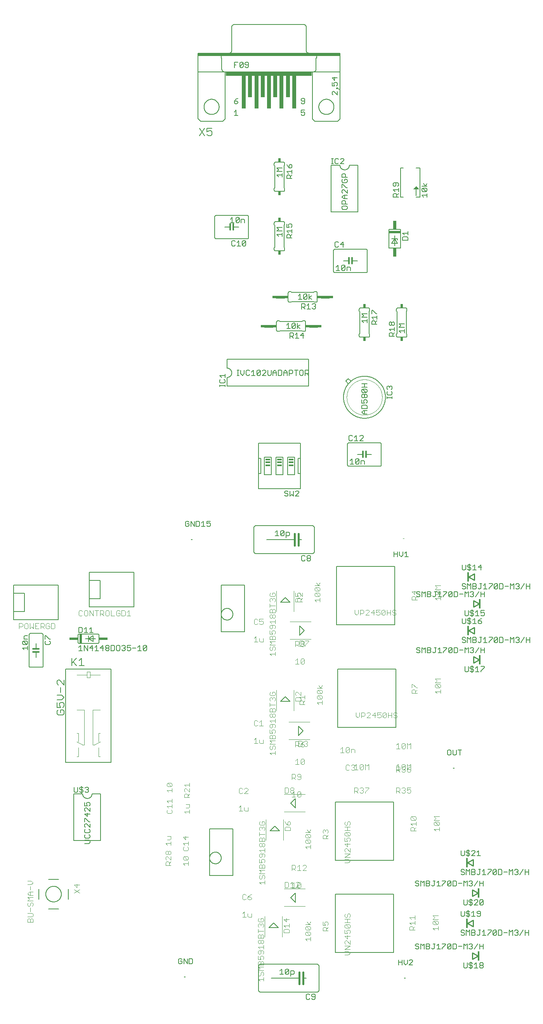
<source format=gto>
G75*
%MOIN*%
%OFA0B0*%
%FSLAX25Y25*%
%IPPOS*%
%LPD*%
%AMOC8*
5,1,8,0,0,1.08239X$1,22.5*
%
%ADD10C,0.00800*%
%ADD11C,0.00400*%
%ADD12C,0.00600*%
%ADD13C,0.00500*%
%ADD14C,0.00700*%
%ADD15R,0.02000X0.08000*%
%ADD16R,0.07500X0.02000*%
%ADD17C,0.00000*%
%ADD18C,0.01200*%
%ADD19C,0.01600*%
%ADD20C,0.01000*%
%ADD21R,0.01181X0.08268*%
%ADD22R,0.04000X0.01500*%
%ADD23C,0.02400*%
%ADD24R,0.03400X0.02400*%
%ADD25R,0.73000X0.03000*%
%ADD26R,1.22000X0.02000*%
%ADD27R,0.03200X0.28500*%
%ADD28R,0.03200X0.18500*%
%ADD29R,0.02400X0.03400*%
%ADD30C,0.00200*%
%ADD31R,0.10000X0.02000*%
%ADD32R,0.03000X0.07500*%
D10*
X0041469Y0091402D02*
X0050131Y0091402D01*
X0058398Y0099669D02*
X0058398Y0108331D01*
X0050131Y0116598D02*
X0041469Y0116598D01*
X0039107Y0104000D02*
X0039109Y0104164D01*
X0039115Y0104328D01*
X0039125Y0104492D01*
X0039139Y0104656D01*
X0039157Y0104819D01*
X0039179Y0104982D01*
X0039206Y0105144D01*
X0039236Y0105306D01*
X0039270Y0105466D01*
X0039308Y0105626D01*
X0039349Y0105785D01*
X0039395Y0105943D01*
X0039445Y0106099D01*
X0039498Y0106255D01*
X0039555Y0106409D01*
X0039616Y0106561D01*
X0039681Y0106712D01*
X0039750Y0106862D01*
X0039822Y0107009D01*
X0039897Y0107155D01*
X0039977Y0107299D01*
X0040059Y0107441D01*
X0040145Y0107581D01*
X0040235Y0107718D01*
X0040328Y0107854D01*
X0040424Y0107987D01*
X0040524Y0108118D01*
X0040626Y0108246D01*
X0040732Y0108372D01*
X0040841Y0108495D01*
X0040953Y0108615D01*
X0041067Y0108733D01*
X0041185Y0108847D01*
X0041305Y0108959D01*
X0041428Y0109068D01*
X0041554Y0109174D01*
X0041682Y0109276D01*
X0041813Y0109376D01*
X0041946Y0109472D01*
X0042082Y0109565D01*
X0042219Y0109655D01*
X0042359Y0109741D01*
X0042501Y0109823D01*
X0042645Y0109903D01*
X0042791Y0109978D01*
X0042938Y0110050D01*
X0043088Y0110119D01*
X0043239Y0110184D01*
X0043391Y0110245D01*
X0043545Y0110302D01*
X0043701Y0110355D01*
X0043857Y0110405D01*
X0044015Y0110451D01*
X0044174Y0110492D01*
X0044334Y0110530D01*
X0044494Y0110564D01*
X0044656Y0110594D01*
X0044818Y0110621D01*
X0044981Y0110643D01*
X0045144Y0110661D01*
X0045308Y0110675D01*
X0045472Y0110685D01*
X0045636Y0110691D01*
X0045800Y0110693D01*
X0045964Y0110691D01*
X0046128Y0110685D01*
X0046292Y0110675D01*
X0046456Y0110661D01*
X0046619Y0110643D01*
X0046782Y0110621D01*
X0046944Y0110594D01*
X0047106Y0110564D01*
X0047266Y0110530D01*
X0047426Y0110492D01*
X0047585Y0110451D01*
X0047743Y0110405D01*
X0047899Y0110355D01*
X0048055Y0110302D01*
X0048209Y0110245D01*
X0048361Y0110184D01*
X0048512Y0110119D01*
X0048662Y0110050D01*
X0048809Y0109978D01*
X0048955Y0109903D01*
X0049099Y0109823D01*
X0049241Y0109741D01*
X0049381Y0109655D01*
X0049518Y0109565D01*
X0049654Y0109472D01*
X0049787Y0109376D01*
X0049918Y0109276D01*
X0050046Y0109174D01*
X0050172Y0109068D01*
X0050295Y0108959D01*
X0050415Y0108847D01*
X0050533Y0108733D01*
X0050647Y0108615D01*
X0050759Y0108495D01*
X0050868Y0108372D01*
X0050974Y0108246D01*
X0051076Y0108118D01*
X0051176Y0107987D01*
X0051272Y0107854D01*
X0051365Y0107718D01*
X0051455Y0107581D01*
X0051541Y0107441D01*
X0051623Y0107299D01*
X0051703Y0107155D01*
X0051778Y0107009D01*
X0051850Y0106862D01*
X0051919Y0106712D01*
X0051984Y0106561D01*
X0052045Y0106409D01*
X0052102Y0106255D01*
X0052155Y0106099D01*
X0052205Y0105943D01*
X0052251Y0105785D01*
X0052292Y0105626D01*
X0052330Y0105466D01*
X0052364Y0105306D01*
X0052394Y0105144D01*
X0052421Y0104982D01*
X0052443Y0104819D01*
X0052461Y0104656D01*
X0052475Y0104492D01*
X0052485Y0104328D01*
X0052491Y0104164D01*
X0052493Y0104000D01*
X0052491Y0103836D01*
X0052485Y0103672D01*
X0052475Y0103508D01*
X0052461Y0103344D01*
X0052443Y0103181D01*
X0052421Y0103018D01*
X0052394Y0102856D01*
X0052364Y0102694D01*
X0052330Y0102534D01*
X0052292Y0102374D01*
X0052251Y0102215D01*
X0052205Y0102057D01*
X0052155Y0101901D01*
X0052102Y0101745D01*
X0052045Y0101591D01*
X0051984Y0101439D01*
X0051919Y0101288D01*
X0051850Y0101138D01*
X0051778Y0100991D01*
X0051703Y0100845D01*
X0051623Y0100701D01*
X0051541Y0100559D01*
X0051455Y0100419D01*
X0051365Y0100282D01*
X0051272Y0100146D01*
X0051176Y0100013D01*
X0051076Y0099882D01*
X0050974Y0099754D01*
X0050868Y0099628D01*
X0050759Y0099505D01*
X0050647Y0099385D01*
X0050533Y0099267D01*
X0050415Y0099153D01*
X0050295Y0099041D01*
X0050172Y0098932D01*
X0050046Y0098826D01*
X0049918Y0098724D01*
X0049787Y0098624D01*
X0049654Y0098528D01*
X0049518Y0098435D01*
X0049381Y0098345D01*
X0049241Y0098259D01*
X0049099Y0098177D01*
X0048955Y0098097D01*
X0048809Y0098022D01*
X0048662Y0097950D01*
X0048512Y0097881D01*
X0048361Y0097816D01*
X0048209Y0097755D01*
X0048055Y0097698D01*
X0047899Y0097645D01*
X0047743Y0097595D01*
X0047585Y0097549D01*
X0047426Y0097508D01*
X0047266Y0097470D01*
X0047106Y0097436D01*
X0046944Y0097406D01*
X0046782Y0097379D01*
X0046619Y0097357D01*
X0046456Y0097339D01*
X0046292Y0097325D01*
X0046128Y0097315D01*
X0045964Y0097309D01*
X0045800Y0097307D01*
X0045636Y0097309D01*
X0045472Y0097315D01*
X0045308Y0097325D01*
X0045144Y0097339D01*
X0044981Y0097357D01*
X0044818Y0097379D01*
X0044656Y0097406D01*
X0044494Y0097436D01*
X0044334Y0097470D01*
X0044174Y0097508D01*
X0044015Y0097549D01*
X0043857Y0097595D01*
X0043701Y0097645D01*
X0043545Y0097698D01*
X0043391Y0097755D01*
X0043239Y0097816D01*
X0043088Y0097881D01*
X0042938Y0097950D01*
X0042791Y0098022D01*
X0042645Y0098097D01*
X0042501Y0098177D01*
X0042359Y0098259D01*
X0042219Y0098345D01*
X0042082Y0098435D01*
X0041946Y0098528D01*
X0041813Y0098624D01*
X0041682Y0098724D01*
X0041554Y0098826D01*
X0041428Y0098932D01*
X0041305Y0099041D01*
X0041185Y0099153D01*
X0041067Y0099267D01*
X0040953Y0099385D01*
X0040841Y0099505D01*
X0040732Y0099628D01*
X0040626Y0099754D01*
X0040524Y0099882D01*
X0040424Y0100013D01*
X0040328Y0100146D01*
X0040235Y0100282D01*
X0040145Y0100419D01*
X0040059Y0100559D01*
X0039977Y0100701D01*
X0039897Y0100845D01*
X0039822Y0100991D01*
X0039750Y0101138D01*
X0039681Y0101288D01*
X0039616Y0101439D01*
X0039555Y0101591D01*
X0039498Y0101745D01*
X0039445Y0101901D01*
X0039395Y0102057D01*
X0039349Y0102215D01*
X0039308Y0102374D01*
X0039270Y0102534D01*
X0039236Y0102694D01*
X0039206Y0102856D01*
X0039179Y0103018D01*
X0039157Y0103181D01*
X0039139Y0103344D01*
X0039125Y0103508D01*
X0039115Y0103672D01*
X0039109Y0103836D01*
X0039107Y0104000D01*
X0033202Y0099669D02*
X0033202Y0108331D01*
X0049796Y0339098D02*
X0011312Y0339098D01*
X0011312Y0346185D01*
X0020859Y0346185D01*
X0020859Y0361913D01*
X0011312Y0361913D01*
X0011312Y0346185D01*
X0011312Y0361913D02*
X0011312Y0369000D01*
X0049796Y0369000D01*
X0049796Y0339098D01*
X0076312Y0350098D02*
X0114796Y0350098D01*
X0114796Y0380000D01*
X0076312Y0380000D01*
X0076312Y0372913D01*
X0085859Y0372913D01*
X0085859Y0357185D01*
X0076312Y0357185D01*
X0076312Y0350098D01*
X0076312Y0357185D02*
X0076312Y0372913D01*
X0235800Y0162268D02*
X0231863Y0158240D01*
X0239737Y0158240D01*
X0235800Y0162268D01*
X0253560Y0178063D02*
X0249532Y0182000D01*
X0253560Y0185937D01*
X0253560Y0178063D01*
X0256040Y0240063D02*
X0256040Y0247937D01*
X0260068Y0244000D01*
X0256040Y0240063D01*
X0248737Y0269240D02*
X0240863Y0269240D01*
X0244800Y0273268D01*
X0248737Y0269240D01*
X0257040Y0326063D02*
X0257040Y0333937D01*
X0261068Y0330000D01*
X0257040Y0326063D01*
X0248737Y0354240D02*
X0240863Y0354240D01*
X0244800Y0358268D01*
X0248737Y0354240D01*
X0253560Y0104937D02*
X0253560Y0097063D01*
X0249532Y0101000D01*
X0253560Y0104937D01*
X0234800Y0079268D02*
X0238737Y0075240D01*
X0230863Y0075240D01*
X0234800Y0079268D01*
D11*
X0023496Y0079869D02*
X0023496Y0082170D01*
X0024263Y0082938D01*
X0025031Y0082938D01*
X0025798Y0082170D01*
X0025798Y0079869D01*
X0025798Y0082170D02*
X0026565Y0082938D01*
X0027333Y0082938D01*
X0028100Y0082170D01*
X0028100Y0079869D01*
X0023496Y0079869D01*
X0023496Y0084472D02*
X0027333Y0084472D01*
X0028100Y0085240D01*
X0028100Y0086774D01*
X0027333Y0087542D01*
X0023496Y0087542D01*
X0025798Y0089076D02*
X0025798Y0092146D01*
X0025031Y0093680D02*
X0025798Y0094448D01*
X0025798Y0095982D01*
X0026565Y0096750D01*
X0027333Y0096750D01*
X0028100Y0095982D01*
X0028100Y0094448D01*
X0027333Y0093680D01*
X0025031Y0093680D02*
X0024263Y0093680D01*
X0023496Y0094448D01*
X0023496Y0095982D01*
X0024263Y0096750D01*
X0023496Y0098284D02*
X0025031Y0099819D01*
X0023496Y0101354D01*
X0028100Y0101354D01*
X0028100Y0102888D02*
X0025031Y0102888D01*
X0023496Y0104423D01*
X0025031Y0105957D01*
X0028100Y0105957D01*
X0025798Y0105957D02*
X0025798Y0102888D01*
X0025798Y0107492D02*
X0025798Y0110561D01*
X0026565Y0112096D02*
X0028100Y0113631D01*
X0026565Y0115165D01*
X0023496Y0115165D01*
X0023496Y0112096D02*
X0026565Y0112096D01*
X0028100Y0098284D02*
X0023496Y0098284D01*
X0063496Y0104992D02*
X0068100Y0108061D01*
X0065798Y0109596D02*
X0065798Y0112665D01*
X0068100Y0111898D02*
X0063496Y0111898D01*
X0065798Y0109596D01*
X0063496Y0108061D02*
X0068100Y0104992D01*
X0067050Y0222000D02*
X0065800Y0222000D01*
X0067050Y0222000D02*
X0067050Y0229500D01*
X0070800Y0232000D02*
X0065800Y0234500D01*
X0067050Y0234500D02*
X0067050Y0242000D01*
X0065800Y0242000D01*
X0070800Y0232000D02*
X0072050Y0232000D01*
X0072050Y0262000D01*
X0065800Y0262000D01*
X0079550Y0262000D02*
X0079550Y0232000D01*
X0080800Y0232000D01*
X0085800Y0234500D01*
X0084550Y0234500D02*
X0084550Y0242000D01*
X0085800Y0242000D01*
X0084550Y0229500D02*
X0084550Y0222000D01*
X0085800Y0222000D01*
X0085800Y0262000D02*
X0079550Y0262000D01*
X0077050Y0289500D02*
X0077050Y0292000D01*
X0077050Y0294500D01*
X0074550Y0294500D01*
X0074550Y0292000D01*
X0065800Y0292000D01*
X0074550Y0292000D02*
X0074550Y0289500D01*
X0077050Y0289500D01*
X0077050Y0292000D02*
X0085800Y0292000D01*
X0085876Y0342562D02*
X0085876Y0347166D01*
X0088178Y0347166D01*
X0088946Y0346399D01*
X0088946Y0344864D01*
X0088178Y0344097D01*
X0085876Y0344097D01*
X0087411Y0344097D02*
X0088946Y0342562D01*
X0090480Y0343330D02*
X0091248Y0342562D01*
X0092782Y0342562D01*
X0093550Y0343330D01*
X0093550Y0346399D01*
X0092782Y0347166D01*
X0091248Y0347166D01*
X0090480Y0346399D01*
X0090480Y0343330D01*
X0095084Y0342562D02*
X0098153Y0342562D01*
X0099688Y0343330D02*
X0100455Y0342562D01*
X0101990Y0342562D01*
X0102757Y0343330D01*
X0102757Y0344864D01*
X0101223Y0344864D01*
X0102757Y0346399D02*
X0101990Y0347166D01*
X0100455Y0347166D01*
X0099688Y0346399D01*
X0099688Y0343330D01*
X0095084Y0342562D02*
X0095084Y0347166D01*
X0104292Y0347166D02*
X0106594Y0347166D01*
X0107361Y0346399D01*
X0107361Y0343330D01*
X0106594Y0342562D01*
X0104292Y0342562D01*
X0104292Y0347166D01*
X0108896Y0345631D02*
X0110431Y0347166D01*
X0110431Y0342562D01*
X0111965Y0342562D02*
X0108896Y0342562D01*
X0084342Y0347166D02*
X0081272Y0347166D01*
X0079738Y0347166D02*
X0079738Y0342562D01*
X0076669Y0347166D01*
X0076669Y0342562D01*
X0075134Y0343330D02*
X0075134Y0346399D01*
X0074367Y0347166D01*
X0072832Y0347166D01*
X0072065Y0346399D01*
X0072065Y0343330D01*
X0072832Y0342562D01*
X0074367Y0342562D01*
X0075134Y0343330D01*
X0070530Y0343330D02*
X0069763Y0342562D01*
X0068228Y0342562D01*
X0067461Y0343330D01*
X0067461Y0346399D01*
X0068228Y0347166D01*
X0069763Y0347166D01*
X0070530Y0346399D01*
X0082807Y0347166D02*
X0082807Y0342562D01*
X0046965Y0335399D02*
X0046198Y0336166D01*
X0043896Y0336166D01*
X0043896Y0331562D01*
X0046198Y0331562D01*
X0046965Y0332330D01*
X0046965Y0335399D01*
X0042361Y0335399D02*
X0041594Y0336166D01*
X0040059Y0336166D01*
X0039292Y0335399D01*
X0039292Y0332330D01*
X0040059Y0331562D01*
X0041594Y0331562D01*
X0042361Y0332330D01*
X0042361Y0333864D01*
X0040827Y0333864D01*
X0037757Y0333864D02*
X0036990Y0333097D01*
X0034688Y0333097D01*
X0036223Y0333097D02*
X0037757Y0331562D01*
X0037757Y0333864D02*
X0037757Y0335399D01*
X0036990Y0336166D01*
X0034688Y0336166D01*
X0034688Y0331562D01*
X0033154Y0331562D02*
X0030084Y0331562D01*
X0030084Y0336166D01*
X0033154Y0336166D01*
X0031619Y0333864D02*
X0030084Y0333864D01*
X0028550Y0331562D02*
X0028550Y0336166D01*
X0025480Y0336166D02*
X0025480Y0331562D01*
X0027015Y0333097D01*
X0028550Y0331562D01*
X0023946Y0332330D02*
X0023946Y0335399D01*
X0023178Y0336166D01*
X0021644Y0336166D01*
X0020876Y0335399D01*
X0020876Y0332330D01*
X0021644Y0331562D01*
X0023178Y0331562D01*
X0023946Y0332330D01*
X0019342Y0333864D02*
X0018574Y0333097D01*
X0016272Y0333097D01*
X0016272Y0331562D02*
X0016272Y0336166D01*
X0018574Y0336166D01*
X0019342Y0335399D01*
X0019342Y0333864D01*
X0143763Y0199165D02*
X0146833Y0196096D01*
X0147600Y0196863D01*
X0147600Y0198398D01*
X0146833Y0199165D01*
X0143763Y0199165D01*
X0142996Y0198398D01*
X0142996Y0196863D01*
X0143763Y0196096D01*
X0146833Y0196096D01*
X0147600Y0194561D02*
X0147600Y0191492D01*
X0147600Y0193027D02*
X0142996Y0193027D01*
X0144531Y0191492D01*
X0147600Y0185477D02*
X0147600Y0182408D01*
X0147600Y0183942D02*
X0142996Y0183942D01*
X0144531Y0182408D01*
X0147600Y0180873D02*
X0147600Y0177804D01*
X0147600Y0179339D02*
X0142996Y0179339D01*
X0144531Y0177804D01*
X0143763Y0176269D02*
X0142996Y0175502D01*
X0142996Y0173967D01*
X0143763Y0173200D01*
X0146833Y0173200D01*
X0147600Y0173967D01*
X0147600Y0175502D01*
X0146833Y0176269D01*
X0157996Y0174735D02*
X0162600Y0174735D01*
X0162600Y0176269D02*
X0162600Y0173200D01*
X0159531Y0173200D02*
X0157996Y0174735D01*
X0159531Y0177804D02*
X0161833Y0177804D01*
X0162600Y0178571D01*
X0162600Y0180873D01*
X0159531Y0180873D01*
X0161065Y0186888D02*
X0161065Y0189190D01*
X0160298Y0189957D01*
X0158763Y0189957D01*
X0157996Y0189190D01*
X0157996Y0186888D01*
X0162600Y0186888D01*
X0161065Y0188423D02*
X0162600Y0189957D01*
X0162600Y0191492D02*
X0159531Y0194561D01*
X0158763Y0194561D01*
X0157996Y0193794D01*
X0157996Y0192259D01*
X0158763Y0191492D01*
X0162600Y0191492D02*
X0162600Y0194561D01*
X0162600Y0196096D02*
X0162600Y0199165D01*
X0162600Y0197631D02*
X0157996Y0197631D01*
X0159531Y0196096D01*
X0159298Y0153665D02*
X0159298Y0150596D01*
X0156996Y0152898D01*
X0161600Y0152898D01*
X0161600Y0149061D02*
X0161600Y0145992D01*
X0161600Y0147527D02*
X0156996Y0147527D01*
X0158531Y0145992D01*
X0157763Y0144457D02*
X0156996Y0143690D01*
X0156996Y0142156D01*
X0157763Y0141388D01*
X0160833Y0141388D01*
X0161600Y0142156D01*
X0161600Y0143690D01*
X0160833Y0144457D01*
X0160833Y0136373D02*
X0161600Y0135606D01*
X0161600Y0134071D01*
X0160833Y0133304D01*
X0157763Y0136373D01*
X0160833Y0136373D01*
X0160833Y0133304D02*
X0157763Y0133304D01*
X0156996Y0134071D01*
X0156996Y0135606D01*
X0157763Y0136373D01*
X0161600Y0131769D02*
X0161600Y0128700D01*
X0161600Y0130235D02*
X0156996Y0130235D01*
X0158531Y0128700D01*
X0146600Y0128700D02*
X0141996Y0128700D01*
X0141996Y0131002D01*
X0142763Y0131769D01*
X0144298Y0131769D01*
X0145065Y0131002D01*
X0145065Y0128700D01*
X0145065Y0130235D02*
X0146600Y0131769D01*
X0146600Y0133304D02*
X0143531Y0136373D01*
X0142763Y0136373D01*
X0141996Y0135606D01*
X0141996Y0134071D01*
X0142763Y0133304D01*
X0146600Y0133304D02*
X0146600Y0136373D01*
X0145833Y0137908D02*
X0145065Y0137908D01*
X0144298Y0138675D01*
X0144298Y0140210D01*
X0145065Y0140977D01*
X0145833Y0140977D01*
X0146600Y0140210D01*
X0146600Y0138675D01*
X0145833Y0137908D01*
X0144298Y0138675D02*
X0143531Y0137908D01*
X0142763Y0137908D01*
X0141996Y0138675D01*
X0141996Y0140210D01*
X0142763Y0140977D01*
X0143531Y0140977D01*
X0144298Y0140210D01*
X0143531Y0145992D02*
X0141996Y0147527D01*
X0146600Y0147527D01*
X0146600Y0149061D02*
X0146600Y0145992D01*
X0145833Y0150596D02*
X0146600Y0151363D01*
X0146600Y0153665D01*
X0143531Y0153665D01*
X0143531Y0150596D02*
X0145833Y0150596D01*
X0205000Y0175200D02*
X0208069Y0175200D01*
X0206535Y0175200D02*
X0206535Y0179804D01*
X0205000Y0178269D01*
X0209604Y0178269D02*
X0209604Y0175967D01*
X0210371Y0175200D01*
X0212673Y0175200D01*
X0212673Y0178269D01*
X0212673Y0190200D02*
X0209604Y0190200D01*
X0212673Y0193269D01*
X0212673Y0194037D01*
X0211906Y0194804D01*
X0210371Y0194804D01*
X0209604Y0194037D01*
X0208069Y0194037D02*
X0207302Y0194804D01*
X0205767Y0194804D01*
X0205000Y0194037D01*
X0205000Y0190967D01*
X0205767Y0190200D01*
X0207302Y0190200D01*
X0208069Y0190967D01*
X0223263Y0166165D02*
X0222496Y0165398D01*
X0222496Y0163863D01*
X0223263Y0163096D01*
X0226333Y0163096D01*
X0227100Y0163863D01*
X0227100Y0165398D01*
X0226333Y0166165D01*
X0224798Y0166165D01*
X0224798Y0164631D01*
X0224031Y0161561D02*
X0224798Y0160794D01*
X0225565Y0161561D01*
X0226333Y0161561D01*
X0227100Y0160794D01*
X0227100Y0159259D01*
X0226333Y0158492D01*
X0224798Y0160027D02*
X0224798Y0160794D01*
X0224031Y0161561D02*
X0223263Y0161561D01*
X0222496Y0160794D01*
X0222496Y0159259D01*
X0223263Y0158492D01*
X0222496Y0156957D02*
X0222496Y0153888D01*
X0222496Y0155423D02*
X0227100Y0155423D01*
X0226333Y0152353D02*
X0227100Y0151586D01*
X0227100Y0149284D01*
X0222496Y0149284D01*
X0222496Y0151586D01*
X0223263Y0152353D01*
X0224031Y0152353D01*
X0224798Y0151586D01*
X0224798Y0149284D01*
X0224031Y0147750D02*
X0224798Y0146982D01*
X0224798Y0145448D01*
X0224031Y0144680D01*
X0223263Y0144680D01*
X0222496Y0145448D01*
X0222496Y0146982D01*
X0223263Y0147750D01*
X0224031Y0147750D01*
X0224798Y0146982D02*
X0225565Y0147750D01*
X0226333Y0147750D01*
X0227100Y0146982D01*
X0227100Y0145448D01*
X0226333Y0144680D01*
X0225565Y0144680D01*
X0224798Y0145448D01*
X0227100Y0143146D02*
X0227100Y0140076D01*
X0227100Y0141611D02*
X0222496Y0141611D01*
X0224031Y0140076D01*
X0224798Y0138542D02*
X0224798Y0136240D01*
X0224031Y0135472D01*
X0223263Y0135472D01*
X0222496Y0136240D01*
X0222496Y0137774D01*
X0223263Y0138542D01*
X0226333Y0138542D01*
X0227100Y0137774D01*
X0227100Y0136240D01*
X0226333Y0135472D01*
X0226333Y0133938D02*
X0227100Y0133170D01*
X0227100Y0131636D01*
X0226333Y0130868D01*
X0226333Y0129334D02*
X0227100Y0128567D01*
X0227100Y0126265D01*
X0222496Y0126265D01*
X0222496Y0128567D01*
X0223263Y0129334D01*
X0224031Y0129334D01*
X0224798Y0128567D01*
X0224798Y0126265D01*
X0224798Y0128567D02*
X0225565Y0129334D01*
X0226333Y0129334D01*
X0224798Y0130868D02*
X0224031Y0132403D01*
X0224031Y0133170D01*
X0224798Y0133938D01*
X0226333Y0133938D01*
X0224798Y0130868D02*
X0222496Y0130868D01*
X0222496Y0133938D01*
X0222496Y0124730D02*
X0227100Y0124730D01*
X0227100Y0121661D02*
X0222496Y0121661D01*
X0224031Y0123195D01*
X0222496Y0124730D01*
X0223263Y0120126D02*
X0222496Y0119359D01*
X0222496Y0117824D01*
X0223263Y0117057D01*
X0224031Y0117057D01*
X0224798Y0117824D01*
X0224798Y0119359D01*
X0225565Y0120126D01*
X0226333Y0120126D01*
X0227100Y0119359D01*
X0227100Y0117824D01*
X0226333Y0117057D01*
X0227100Y0115522D02*
X0227100Y0112453D01*
X0227100Y0113987D02*
X0222496Y0113987D01*
X0224031Y0112453D01*
X0215673Y0103804D02*
X0214139Y0103037D01*
X0212604Y0101502D01*
X0214906Y0101502D01*
X0215673Y0100735D01*
X0215673Y0099967D01*
X0214906Y0099200D01*
X0213371Y0099200D01*
X0212604Y0099967D01*
X0212604Y0101502D01*
X0211069Y0103037D02*
X0210302Y0103804D01*
X0208767Y0103804D01*
X0208000Y0103037D01*
X0208000Y0099967D01*
X0208767Y0099200D01*
X0210302Y0099200D01*
X0211069Y0099967D01*
X0209535Y0088804D02*
X0208000Y0087269D01*
X0209535Y0088804D02*
X0209535Y0084200D01*
X0211069Y0084200D02*
X0208000Y0084200D01*
X0212604Y0084967D02*
X0212604Y0087269D01*
X0212604Y0084967D02*
X0213371Y0084200D01*
X0215673Y0084200D01*
X0215673Y0087269D01*
X0221496Y0082398D02*
X0221496Y0080863D01*
X0222263Y0080096D01*
X0225333Y0080096D01*
X0226100Y0080863D01*
X0226100Y0082398D01*
X0225333Y0083165D01*
X0223798Y0083165D01*
X0223798Y0081631D01*
X0222263Y0083165D02*
X0221496Y0082398D01*
X0222263Y0078561D02*
X0223031Y0078561D01*
X0223798Y0077794D01*
X0224565Y0078561D01*
X0225333Y0078561D01*
X0226100Y0077794D01*
X0226100Y0076259D01*
X0225333Y0075492D01*
X0223798Y0077027D02*
X0223798Y0077794D01*
X0222263Y0078561D02*
X0221496Y0077794D01*
X0221496Y0076259D01*
X0222263Y0075492D01*
X0221496Y0073957D02*
X0221496Y0070888D01*
X0221496Y0072423D02*
X0226100Y0072423D01*
X0225333Y0069353D02*
X0226100Y0068586D01*
X0226100Y0066284D01*
X0221496Y0066284D01*
X0221496Y0068586D01*
X0222263Y0069353D01*
X0223031Y0069353D01*
X0223798Y0068586D01*
X0223798Y0066284D01*
X0223031Y0064750D02*
X0223798Y0063982D01*
X0223798Y0062448D01*
X0223031Y0061680D01*
X0222263Y0061680D01*
X0221496Y0062448D01*
X0221496Y0063982D01*
X0222263Y0064750D01*
X0223031Y0064750D01*
X0223798Y0063982D02*
X0224565Y0064750D01*
X0225333Y0064750D01*
X0226100Y0063982D01*
X0226100Y0062448D01*
X0225333Y0061680D01*
X0224565Y0061680D01*
X0223798Y0062448D01*
X0226100Y0060146D02*
X0226100Y0057076D01*
X0226100Y0058611D02*
X0221496Y0058611D01*
X0223031Y0057076D01*
X0223798Y0055542D02*
X0223798Y0053240D01*
X0223031Y0052472D01*
X0222263Y0052472D01*
X0221496Y0053240D01*
X0221496Y0054774D01*
X0222263Y0055542D01*
X0225333Y0055542D01*
X0226100Y0054774D01*
X0226100Y0053240D01*
X0225333Y0052472D01*
X0225333Y0050938D02*
X0226100Y0050170D01*
X0226100Y0048636D01*
X0225333Y0047868D01*
X0225333Y0046334D02*
X0226100Y0045567D01*
X0226100Y0043265D01*
X0221496Y0043265D01*
X0221496Y0045567D01*
X0222263Y0046334D01*
X0223031Y0046334D01*
X0223798Y0045567D01*
X0223798Y0043265D01*
X0223798Y0045567D02*
X0224565Y0046334D01*
X0225333Y0046334D01*
X0223798Y0047868D02*
X0223031Y0049403D01*
X0223031Y0050170D01*
X0223798Y0050938D01*
X0225333Y0050938D01*
X0223798Y0047868D02*
X0221496Y0047868D01*
X0221496Y0050938D01*
X0221496Y0041730D02*
X0226100Y0041730D01*
X0226100Y0038661D02*
X0221496Y0038661D01*
X0223031Y0040195D01*
X0221496Y0041730D01*
X0222263Y0037126D02*
X0221496Y0036359D01*
X0221496Y0034824D01*
X0222263Y0034057D01*
X0223031Y0034057D01*
X0223798Y0034824D01*
X0223798Y0036359D01*
X0224565Y0037126D01*
X0225333Y0037126D01*
X0226100Y0036359D01*
X0226100Y0034824D01*
X0225333Y0034057D01*
X0226100Y0032522D02*
X0226100Y0029453D01*
X0226100Y0030987D02*
X0221496Y0030987D01*
X0223031Y0029453D01*
X0227300Y0067100D02*
X0227300Y0084900D01*
X0225333Y0069353D02*
X0224565Y0069353D01*
X0223798Y0068586D01*
X0242300Y0067100D02*
X0242300Y0084900D01*
X0243496Y0082398D02*
X0245798Y0080096D01*
X0245798Y0083165D01*
X0248100Y0082398D02*
X0243496Y0082398D01*
X0243496Y0077027D02*
X0248100Y0077027D01*
X0248100Y0078561D02*
X0248100Y0075492D01*
X0247333Y0073957D02*
X0244263Y0073957D01*
X0243496Y0073190D01*
X0243496Y0070888D01*
X0248100Y0070888D01*
X0248100Y0073190D01*
X0247333Y0073957D01*
X0245031Y0075492D02*
X0243496Y0077027D01*
X0243900Y0093500D02*
X0261700Y0093500D01*
X0263531Y0080165D02*
X0265065Y0077863D01*
X0266600Y0080165D01*
X0266600Y0077863D02*
X0261996Y0077863D01*
X0262763Y0076329D02*
X0265833Y0073259D01*
X0266600Y0074027D01*
X0266600Y0075561D01*
X0265833Y0076329D01*
X0262763Y0076329D01*
X0261996Y0075561D01*
X0261996Y0074027D01*
X0262763Y0073259D01*
X0265833Y0073259D01*
X0265833Y0071725D02*
X0266600Y0070957D01*
X0266600Y0069423D01*
X0265833Y0068656D01*
X0262763Y0071725D01*
X0265833Y0071725D01*
X0265833Y0068656D02*
X0262763Y0068656D01*
X0261996Y0069423D01*
X0261996Y0070957D01*
X0262763Y0071725D01*
X0266600Y0067121D02*
X0266600Y0064052D01*
X0266600Y0065586D02*
X0261996Y0065586D01*
X0263531Y0064052D01*
X0276996Y0072492D02*
X0276996Y0074794D01*
X0277763Y0075561D01*
X0279298Y0075561D01*
X0280065Y0074794D01*
X0280065Y0072492D01*
X0280065Y0074027D02*
X0281600Y0075561D01*
X0280833Y0077096D02*
X0281600Y0077863D01*
X0281600Y0079398D01*
X0280833Y0080165D01*
X0279298Y0080165D01*
X0278531Y0079398D01*
X0278531Y0078631D01*
X0279298Y0077096D01*
X0276996Y0077096D01*
X0276996Y0080165D01*
X0276996Y0072492D02*
X0281600Y0072492D01*
X0295890Y0073322D02*
X0295890Y0070253D01*
X0298192Y0070253D01*
X0297425Y0071788D01*
X0297425Y0072555D01*
X0298192Y0073322D01*
X0299727Y0073322D01*
X0300494Y0072555D01*
X0300494Y0071020D01*
X0299727Y0070253D01*
X0298192Y0068718D02*
X0298192Y0065649D01*
X0295890Y0067951D01*
X0300494Y0067951D01*
X0300494Y0064115D02*
X0300494Y0061045D01*
X0297425Y0064115D01*
X0296657Y0064115D01*
X0295890Y0063347D01*
X0295890Y0061813D01*
X0296657Y0061045D01*
X0295890Y0059511D02*
X0300494Y0059511D01*
X0295890Y0056441D01*
X0300494Y0056441D01*
X0298959Y0054907D02*
X0300494Y0053372D01*
X0298959Y0051837D01*
X0295890Y0051837D01*
X0295890Y0054907D02*
X0298959Y0054907D01*
X0299727Y0074857D02*
X0296657Y0077926D01*
X0299727Y0077926D01*
X0300494Y0077159D01*
X0300494Y0075624D01*
X0299727Y0074857D01*
X0296657Y0074857D01*
X0295890Y0075624D01*
X0295890Y0077159D01*
X0296657Y0077926D01*
X0295890Y0079461D02*
X0300494Y0079461D01*
X0298192Y0079461D02*
X0298192Y0082530D01*
X0297425Y0084065D02*
X0298192Y0084832D01*
X0298192Y0086367D01*
X0298959Y0087134D01*
X0299727Y0087134D01*
X0300494Y0086367D01*
X0300494Y0084832D01*
X0299727Y0084065D01*
X0300494Y0082530D02*
X0295890Y0082530D01*
X0296657Y0084065D02*
X0297425Y0084065D01*
X0296657Y0084065D02*
X0295890Y0084832D01*
X0295890Y0086367D01*
X0296657Y0087134D01*
X0295890Y0130837D02*
X0298959Y0130837D01*
X0300494Y0132372D01*
X0298959Y0133907D01*
X0295890Y0133907D01*
X0295890Y0135441D02*
X0300494Y0138511D01*
X0295890Y0138511D01*
X0296657Y0140045D02*
X0295890Y0140813D01*
X0295890Y0142347D01*
X0296657Y0143115D01*
X0297425Y0143115D01*
X0300494Y0140045D01*
X0300494Y0143115D01*
X0298192Y0144649D02*
X0298192Y0147718D01*
X0298192Y0149253D02*
X0297425Y0150788D01*
X0297425Y0151555D01*
X0298192Y0152322D01*
X0299727Y0152322D01*
X0300494Y0151555D01*
X0300494Y0150020D01*
X0299727Y0149253D01*
X0298192Y0149253D02*
X0295890Y0149253D01*
X0295890Y0152322D01*
X0296657Y0153857D02*
X0295890Y0154624D01*
X0295890Y0156159D01*
X0296657Y0156926D01*
X0299727Y0153857D01*
X0300494Y0154624D01*
X0300494Y0156159D01*
X0299727Y0156926D01*
X0296657Y0156926D01*
X0295890Y0158461D02*
X0300494Y0158461D01*
X0298192Y0158461D02*
X0298192Y0161530D01*
X0297425Y0163065D02*
X0298192Y0163832D01*
X0298192Y0165367D01*
X0298959Y0166134D01*
X0299727Y0166134D01*
X0300494Y0165367D01*
X0300494Y0163832D01*
X0299727Y0163065D01*
X0300494Y0161530D02*
X0295890Y0161530D01*
X0296657Y0163065D02*
X0297425Y0163065D01*
X0296657Y0163065D02*
X0295890Y0163832D01*
X0295890Y0165367D01*
X0296657Y0166134D01*
X0296657Y0153857D02*
X0299727Y0153857D01*
X0300494Y0146951D02*
X0295890Y0146951D01*
X0298192Y0144649D01*
X0300494Y0135441D02*
X0295890Y0135441D01*
X0281600Y0151492D02*
X0276996Y0151492D01*
X0276996Y0153794D01*
X0277763Y0154561D01*
X0279298Y0154561D01*
X0280065Y0153794D01*
X0280065Y0151492D01*
X0280065Y0153027D02*
X0281600Y0154561D01*
X0280833Y0156096D02*
X0281600Y0156863D01*
X0281600Y0158398D01*
X0280833Y0159165D01*
X0280065Y0159165D01*
X0279298Y0158398D01*
X0279298Y0157631D01*
X0279298Y0158398D02*
X0278531Y0159165D01*
X0277763Y0159165D01*
X0276996Y0158398D01*
X0276996Y0156863D01*
X0277763Y0156096D01*
X0266600Y0156863D02*
X0261996Y0156863D01*
X0262763Y0155329D02*
X0265833Y0152259D01*
X0266600Y0153027D01*
X0266600Y0154561D01*
X0265833Y0155329D01*
X0262763Y0155329D01*
X0261996Y0154561D01*
X0261996Y0153027D01*
X0262763Y0152259D01*
X0265833Y0152259D01*
X0265833Y0150725D02*
X0266600Y0149957D01*
X0266600Y0148423D01*
X0265833Y0147656D01*
X0262763Y0150725D01*
X0265833Y0150725D01*
X0265833Y0147656D02*
X0262763Y0147656D01*
X0261996Y0148423D01*
X0261996Y0149957D01*
X0262763Y0150725D01*
X0266600Y0146121D02*
X0266600Y0143052D01*
X0266600Y0144586D02*
X0261996Y0144586D01*
X0263531Y0143052D01*
X0262010Y0128804D02*
X0260475Y0128804D01*
X0259708Y0128037D01*
X0262010Y0128804D02*
X0262777Y0128037D01*
X0262777Y0127269D01*
X0259708Y0124200D01*
X0262777Y0124200D01*
X0258173Y0124200D02*
X0255104Y0124200D01*
X0256639Y0124200D02*
X0256639Y0128804D01*
X0255104Y0127269D01*
X0253569Y0126502D02*
X0253569Y0128037D01*
X0252802Y0128804D01*
X0250500Y0128804D01*
X0250500Y0124200D01*
X0250500Y0125735D02*
X0252802Y0125735D01*
X0253569Y0126502D01*
X0252035Y0125735D02*
X0253569Y0124200D01*
X0254475Y0114304D02*
X0253708Y0113537D01*
X0254475Y0114304D02*
X0256010Y0114304D01*
X0256777Y0113537D01*
X0256777Y0112769D01*
X0253708Y0109700D01*
X0256777Y0109700D01*
X0257406Y0109200D02*
X0255871Y0109200D01*
X0255104Y0109967D01*
X0258173Y0113037D01*
X0258173Y0109967D01*
X0257406Y0109200D01*
X0255104Y0109967D02*
X0255104Y0113037D01*
X0255871Y0113804D01*
X0257406Y0113804D01*
X0258173Y0113037D01*
X0261700Y0108500D02*
X0243900Y0108500D01*
X0244500Y0109700D02*
X0246802Y0109700D01*
X0247569Y0110467D01*
X0247569Y0113537D01*
X0246802Y0114304D01*
X0244500Y0114304D01*
X0244500Y0109700D01*
X0249104Y0109700D02*
X0252173Y0109700D01*
X0252035Y0109200D02*
X0252035Y0113804D01*
X0250500Y0112269D01*
X0249104Y0112769D02*
X0250639Y0114304D01*
X0250639Y0109700D01*
X0250500Y0109200D02*
X0253569Y0109200D01*
X0243300Y0150100D02*
X0243300Y0167900D01*
X0244496Y0166165D02*
X0245263Y0164631D01*
X0246798Y0163096D01*
X0246798Y0165398D01*
X0247565Y0166165D01*
X0248333Y0166165D01*
X0249100Y0165398D01*
X0249100Y0163863D01*
X0248333Y0163096D01*
X0246798Y0163096D01*
X0245263Y0161561D02*
X0244496Y0160794D01*
X0244496Y0158492D01*
X0249100Y0158492D01*
X0249100Y0160794D01*
X0248333Y0161561D01*
X0245263Y0161561D01*
X0243900Y0174500D02*
X0261700Y0174500D01*
X0257406Y0187200D02*
X0255871Y0187200D01*
X0255104Y0187967D01*
X0258173Y0191037D01*
X0258173Y0187967D01*
X0257406Y0187200D01*
X0255104Y0187967D02*
X0255104Y0191037D01*
X0255871Y0191804D01*
X0257406Y0191804D01*
X0258173Y0191037D01*
X0261700Y0189500D02*
X0243900Y0189500D01*
X0244500Y0190700D02*
X0246802Y0190700D01*
X0247569Y0191467D01*
X0247569Y0194537D01*
X0246802Y0195304D01*
X0244500Y0195304D01*
X0244500Y0190700D01*
X0249104Y0191467D02*
X0249104Y0192235D01*
X0249871Y0193002D01*
X0251406Y0193002D01*
X0252173Y0192235D01*
X0252173Y0191467D01*
X0251406Y0190700D01*
X0249871Y0190700D01*
X0249104Y0191467D01*
X0249871Y0193002D02*
X0249104Y0193769D01*
X0249104Y0194537D01*
X0249871Y0195304D01*
X0251406Y0195304D01*
X0252173Y0194537D01*
X0252173Y0193769D01*
X0251406Y0193002D01*
X0252035Y0191804D02*
X0252035Y0187200D01*
X0253569Y0187200D02*
X0250500Y0187200D01*
X0250500Y0190269D02*
X0252035Y0191804D01*
X0253569Y0202200D02*
X0252035Y0203735D01*
X0252802Y0203735D02*
X0250500Y0203735D01*
X0250500Y0202200D02*
X0250500Y0206804D01*
X0252802Y0206804D01*
X0253569Y0206037D01*
X0253569Y0204502D01*
X0252802Y0203735D01*
X0255104Y0202967D02*
X0255871Y0202200D01*
X0257406Y0202200D01*
X0258173Y0202967D01*
X0258173Y0206037D01*
X0257406Y0206804D01*
X0255871Y0206804D01*
X0255104Y0206037D01*
X0255104Y0205269D01*
X0255871Y0204502D01*
X0258173Y0204502D01*
X0258871Y0215200D02*
X0258104Y0215967D01*
X0261173Y0219037D01*
X0261173Y0215967D01*
X0260406Y0215200D01*
X0258871Y0215200D01*
X0258104Y0215967D02*
X0258104Y0219037D01*
X0258871Y0219804D01*
X0260406Y0219804D01*
X0261173Y0219037D01*
X0256569Y0215200D02*
X0253500Y0215200D01*
X0255035Y0215200D02*
X0255035Y0219804D01*
X0253500Y0218269D01*
X0253500Y0230200D02*
X0253500Y0234804D01*
X0255802Y0234804D01*
X0256569Y0234037D01*
X0256569Y0232502D01*
X0255802Y0231735D01*
X0253500Y0231735D01*
X0255035Y0231735D02*
X0256569Y0230200D01*
X0256292Y0230700D02*
X0258594Y0230700D01*
X0259361Y0231467D01*
X0259361Y0234537D01*
X0258594Y0235304D01*
X0256292Y0235304D01*
X0256292Y0230700D01*
X0258104Y0230967D02*
X0258871Y0230200D01*
X0260406Y0230200D01*
X0261173Y0230967D01*
X0261173Y0231735D01*
X0260406Y0232502D01*
X0258104Y0232502D01*
X0258104Y0230967D01*
X0258104Y0232502D02*
X0259639Y0234037D01*
X0261173Y0234804D01*
X0260896Y0234537D02*
X0261663Y0235304D01*
X0263198Y0235304D01*
X0263965Y0234537D01*
X0263965Y0233769D01*
X0263198Y0233002D01*
X0263965Y0232235D01*
X0263965Y0231467D01*
X0263198Y0230700D01*
X0261663Y0230700D01*
X0260896Y0231467D01*
X0262431Y0233002D02*
X0263198Y0233002D01*
X0265700Y0236500D02*
X0247900Y0236500D01*
X0247900Y0251500D02*
X0265700Y0251500D01*
X0261600Y0266700D02*
X0256996Y0266700D01*
X0256996Y0269002D01*
X0257763Y0269769D01*
X0259298Y0269769D01*
X0260065Y0269002D01*
X0260065Y0266700D01*
X0260065Y0268235D02*
X0261600Y0269769D01*
X0261600Y0271304D02*
X0261600Y0274373D01*
X0261600Y0272839D02*
X0256996Y0272839D01*
X0258531Y0271304D01*
X0258100Y0271794D02*
X0257333Y0272561D01*
X0254263Y0272561D01*
X0253496Y0271794D01*
X0253496Y0269492D01*
X0258100Y0269492D01*
X0258100Y0271794D01*
X0258100Y0274096D02*
X0255031Y0277165D01*
X0254263Y0277165D01*
X0253496Y0276398D01*
X0253496Y0274863D01*
X0254263Y0274096D01*
X0258100Y0274096D02*
X0258100Y0277165D01*
X0252300Y0278900D02*
X0252300Y0261100D01*
X0237300Y0261100D02*
X0237300Y0278900D01*
X0235333Y0277165D02*
X0233798Y0277165D01*
X0233798Y0275631D01*
X0232263Y0277165D02*
X0231496Y0276398D01*
X0231496Y0274863D01*
X0232263Y0274096D01*
X0235333Y0274096D01*
X0236100Y0274863D01*
X0236100Y0276398D01*
X0235333Y0277165D01*
X0235333Y0272561D02*
X0236100Y0271794D01*
X0236100Y0270259D01*
X0235333Y0269492D01*
X0233798Y0271027D02*
X0233798Y0271794D01*
X0234565Y0272561D01*
X0235333Y0272561D01*
X0233798Y0271794D02*
X0233031Y0272561D01*
X0232263Y0272561D01*
X0231496Y0271794D01*
X0231496Y0270259D01*
X0232263Y0269492D01*
X0231496Y0267957D02*
X0231496Y0264888D01*
X0231496Y0266423D02*
X0236100Y0266423D01*
X0235333Y0263353D02*
X0236100Y0262586D01*
X0236100Y0260284D01*
X0231496Y0260284D01*
X0231496Y0262586D01*
X0232263Y0263353D01*
X0233031Y0263353D01*
X0233798Y0262586D01*
X0233798Y0260284D01*
X0233031Y0258750D02*
X0233798Y0257982D01*
X0233798Y0256448D01*
X0233031Y0255680D01*
X0232263Y0255680D01*
X0231496Y0256448D01*
X0231496Y0257982D01*
X0232263Y0258750D01*
X0233031Y0258750D01*
X0233798Y0257982D02*
X0234565Y0258750D01*
X0235333Y0258750D01*
X0236100Y0257982D01*
X0236100Y0256448D01*
X0235333Y0255680D01*
X0234565Y0255680D01*
X0233798Y0256448D01*
X0236100Y0254146D02*
X0236100Y0251076D01*
X0236100Y0252611D02*
X0231496Y0252611D01*
X0233031Y0251076D01*
X0233798Y0249542D02*
X0233798Y0247240D01*
X0233031Y0246472D01*
X0232263Y0246472D01*
X0231496Y0247240D01*
X0231496Y0248774D01*
X0232263Y0249542D01*
X0235333Y0249542D01*
X0236100Y0248774D01*
X0236100Y0247240D01*
X0235333Y0246472D01*
X0235333Y0244938D02*
X0236100Y0244170D01*
X0236100Y0242636D01*
X0235333Y0241868D01*
X0235333Y0240334D02*
X0236100Y0239567D01*
X0236100Y0237265D01*
X0231496Y0237265D01*
X0231496Y0239567D01*
X0232263Y0240334D01*
X0233031Y0240334D01*
X0233798Y0239567D01*
X0233798Y0237265D01*
X0233798Y0239567D02*
X0234565Y0240334D01*
X0235333Y0240334D01*
X0233798Y0241868D02*
X0233031Y0243403D01*
X0233031Y0244170D01*
X0233798Y0244938D01*
X0235333Y0244938D01*
X0233798Y0241868D02*
X0231496Y0241868D01*
X0231496Y0244938D01*
X0225673Y0248200D02*
X0222604Y0248200D01*
X0224139Y0248200D02*
X0224139Y0252804D01*
X0222604Y0251269D01*
X0221069Y0252037D02*
X0220302Y0252804D01*
X0218767Y0252804D01*
X0218000Y0252037D01*
X0218000Y0248967D01*
X0218767Y0248200D01*
X0220302Y0248200D01*
X0221069Y0248967D01*
X0219535Y0237804D02*
X0218000Y0236269D01*
X0219535Y0237804D02*
X0219535Y0233200D01*
X0221069Y0233200D02*
X0218000Y0233200D01*
X0222604Y0233967D02*
X0223371Y0233200D01*
X0225673Y0233200D01*
X0225673Y0236269D01*
X0222604Y0236269D02*
X0222604Y0233967D01*
X0231496Y0232661D02*
X0233031Y0234195D01*
X0231496Y0235730D01*
X0236100Y0235730D01*
X0236100Y0232661D02*
X0231496Y0232661D01*
X0232263Y0231126D02*
X0231496Y0230359D01*
X0231496Y0228824D01*
X0232263Y0228057D01*
X0233031Y0228057D01*
X0233798Y0228824D01*
X0233798Y0230359D01*
X0234565Y0231126D01*
X0235333Y0231126D01*
X0236100Y0230359D01*
X0236100Y0228824D01*
X0235333Y0228057D01*
X0236100Y0226522D02*
X0236100Y0223453D01*
X0236100Y0224987D02*
X0231496Y0224987D01*
X0233031Y0223453D01*
X0233798Y0262586D02*
X0234565Y0263353D01*
X0235333Y0263353D01*
X0253500Y0301200D02*
X0256569Y0301200D01*
X0255035Y0301200D02*
X0255035Y0305804D01*
X0253500Y0304269D01*
X0258104Y0305037D02*
X0258871Y0305804D01*
X0260406Y0305804D01*
X0261173Y0305037D01*
X0258104Y0301967D01*
X0258871Y0301200D01*
X0260406Y0301200D01*
X0261173Y0301967D01*
X0261173Y0305037D01*
X0258104Y0305037D02*
X0258104Y0301967D01*
X0258871Y0316200D02*
X0258104Y0316967D01*
X0258104Y0317735D01*
X0258871Y0318502D01*
X0260406Y0318502D01*
X0261173Y0317735D01*
X0261173Y0316967D01*
X0260406Y0316200D01*
X0258871Y0316200D01*
X0259594Y0316700D02*
X0257292Y0316700D01*
X0257292Y0321304D01*
X0259594Y0321304D01*
X0260361Y0320537D01*
X0260361Y0317467D01*
X0259594Y0316700D01*
X0258871Y0318502D02*
X0258104Y0319269D01*
X0258104Y0320037D01*
X0258871Y0320804D01*
X0260406Y0320804D01*
X0261173Y0320037D01*
X0261173Y0319269D01*
X0260406Y0318502D01*
X0261896Y0317467D02*
X0261896Y0316700D01*
X0261896Y0317467D02*
X0264965Y0320537D01*
X0264965Y0321304D01*
X0261896Y0321304D01*
X0266700Y0322500D02*
X0248900Y0322500D01*
X0253500Y0320804D02*
X0255802Y0320804D01*
X0256569Y0320037D01*
X0256569Y0318502D01*
X0255802Y0317735D01*
X0253500Y0317735D01*
X0255035Y0317735D02*
X0256569Y0316200D01*
X0253500Y0316200D02*
X0253500Y0320804D01*
X0248900Y0337500D02*
X0266700Y0337500D01*
X0271531Y0354700D02*
X0269996Y0356235D01*
X0274600Y0356235D01*
X0274600Y0357769D02*
X0274600Y0354700D01*
X0273833Y0359304D02*
X0270763Y0362373D01*
X0273833Y0362373D01*
X0274600Y0361606D01*
X0274600Y0360071D01*
X0273833Y0359304D01*
X0270763Y0359304D01*
X0269996Y0360071D01*
X0269996Y0361606D01*
X0270763Y0362373D01*
X0270763Y0363908D02*
X0269996Y0364675D01*
X0269996Y0366210D01*
X0270763Y0366977D01*
X0273833Y0363908D01*
X0274600Y0364675D01*
X0274600Y0366210D01*
X0273833Y0366977D01*
X0270763Y0366977D01*
X0269996Y0368512D02*
X0274600Y0368512D01*
X0273065Y0368512D02*
X0271531Y0370814D01*
X0273065Y0368512D02*
X0274600Y0370814D01*
X0273833Y0363908D02*
X0270763Y0363908D01*
X0259600Y0362373D02*
X0259600Y0359304D01*
X0256531Y0362373D01*
X0255763Y0362373D01*
X0254996Y0361606D01*
X0254996Y0360071D01*
X0255763Y0359304D01*
X0255798Y0359096D02*
X0255031Y0360631D01*
X0255031Y0361398D01*
X0255798Y0362165D01*
X0257333Y0362165D01*
X0258100Y0361398D01*
X0258100Y0359863D01*
X0257333Y0359096D01*
X0257298Y0357769D02*
X0258065Y0357002D01*
X0258065Y0354700D01*
X0258100Y0354492D02*
X0258100Y0356794D01*
X0257333Y0357561D01*
X0254263Y0357561D01*
X0253496Y0356794D01*
X0253496Y0354492D01*
X0258100Y0354492D01*
X0259600Y0354700D02*
X0254996Y0354700D01*
X0254996Y0357002D01*
X0255763Y0357769D01*
X0257298Y0357769D01*
X0258065Y0356235D02*
X0259600Y0357769D01*
X0255798Y0359096D02*
X0253496Y0359096D01*
X0253496Y0362165D01*
X0252300Y0363900D02*
X0252300Y0346100D01*
X0237300Y0346100D02*
X0237300Y0363900D01*
X0235333Y0362165D02*
X0233798Y0362165D01*
X0233798Y0360631D01*
X0232263Y0362165D02*
X0231496Y0361398D01*
X0231496Y0359863D01*
X0232263Y0359096D01*
X0235333Y0359096D01*
X0236100Y0359863D01*
X0236100Y0361398D01*
X0235333Y0362165D01*
X0235333Y0357561D02*
X0236100Y0356794D01*
X0236100Y0355259D01*
X0235333Y0354492D01*
X0233798Y0356027D02*
X0233798Y0356794D01*
X0234565Y0357561D01*
X0235333Y0357561D01*
X0233798Y0356794D02*
X0233031Y0357561D01*
X0232263Y0357561D01*
X0231496Y0356794D01*
X0231496Y0355259D01*
X0232263Y0354492D01*
X0231496Y0352957D02*
X0231496Y0349888D01*
X0231496Y0351423D02*
X0236100Y0351423D01*
X0235333Y0348353D02*
X0236100Y0347586D01*
X0236100Y0345284D01*
X0231496Y0345284D01*
X0231496Y0347586D01*
X0232263Y0348353D01*
X0233031Y0348353D01*
X0233798Y0347586D01*
X0233798Y0345284D01*
X0233031Y0343750D02*
X0233798Y0342982D01*
X0233798Y0341448D01*
X0233031Y0340680D01*
X0232263Y0340680D01*
X0231496Y0341448D01*
X0231496Y0342982D01*
X0232263Y0343750D01*
X0233031Y0343750D01*
X0233798Y0342982D02*
X0234565Y0343750D01*
X0235333Y0343750D01*
X0236100Y0342982D01*
X0236100Y0341448D01*
X0235333Y0340680D01*
X0234565Y0340680D01*
X0233798Y0341448D01*
X0236100Y0339146D02*
X0236100Y0336076D01*
X0236100Y0337611D02*
X0231496Y0337611D01*
X0233031Y0336076D01*
X0233798Y0334542D02*
X0233798Y0332240D01*
X0233031Y0331472D01*
X0232263Y0331472D01*
X0231496Y0332240D01*
X0231496Y0333774D01*
X0232263Y0334542D01*
X0235333Y0334542D01*
X0236100Y0333774D01*
X0236100Y0332240D01*
X0235333Y0331472D01*
X0235333Y0329938D02*
X0236100Y0329170D01*
X0236100Y0327636D01*
X0235333Y0326868D01*
X0235333Y0325334D02*
X0236100Y0324567D01*
X0236100Y0322265D01*
X0231496Y0322265D01*
X0231496Y0324567D01*
X0232263Y0325334D01*
X0233031Y0325334D01*
X0233798Y0324567D01*
X0233798Y0322265D01*
X0233798Y0324567D02*
X0234565Y0325334D01*
X0235333Y0325334D01*
X0233798Y0326868D02*
X0233031Y0328403D01*
X0233031Y0329170D01*
X0233798Y0329938D01*
X0235333Y0329938D01*
X0233798Y0326868D02*
X0231496Y0326868D01*
X0231496Y0329938D01*
X0225673Y0335967D02*
X0224906Y0335200D01*
X0223371Y0335200D01*
X0222604Y0335967D01*
X0221069Y0335967D02*
X0220302Y0335200D01*
X0218767Y0335200D01*
X0218000Y0335967D01*
X0218000Y0339037D01*
X0218767Y0339804D01*
X0220302Y0339804D01*
X0221069Y0339037D01*
X0222604Y0339804D02*
X0222604Y0337502D01*
X0224139Y0338269D01*
X0224906Y0338269D01*
X0225673Y0337502D01*
X0225673Y0335967D01*
X0225673Y0339804D02*
X0222604Y0339804D01*
X0219535Y0324804D02*
X0219535Y0320200D01*
X0221069Y0320200D02*
X0218000Y0320200D01*
X0218000Y0323269D02*
X0219535Y0324804D01*
X0222604Y0323269D02*
X0222604Y0320967D01*
X0223371Y0320200D01*
X0225673Y0320200D01*
X0225673Y0323269D01*
X0231496Y0320730D02*
X0236100Y0320730D01*
X0236100Y0317661D02*
X0231496Y0317661D01*
X0233031Y0319195D01*
X0231496Y0320730D01*
X0232263Y0316126D02*
X0231496Y0315359D01*
X0231496Y0313824D01*
X0232263Y0313057D01*
X0233031Y0313057D01*
X0233798Y0313824D01*
X0233798Y0315359D01*
X0234565Y0316126D01*
X0235333Y0316126D01*
X0236100Y0315359D01*
X0236100Y0313824D01*
X0235333Y0313057D01*
X0236100Y0311522D02*
X0236100Y0308453D01*
X0236100Y0309987D02*
X0231496Y0309987D01*
X0233031Y0308453D01*
X0233798Y0347586D02*
X0234565Y0348353D01*
X0235333Y0348353D01*
X0271996Y0280512D02*
X0276600Y0280512D01*
X0275065Y0280512D02*
X0273531Y0282814D01*
X0275065Y0280512D02*
X0276600Y0282814D01*
X0275833Y0278977D02*
X0272763Y0278977D01*
X0275833Y0275908D01*
X0276600Y0276675D01*
X0276600Y0278210D01*
X0275833Y0278977D01*
X0275833Y0275908D02*
X0272763Y0275908D01*
X0271996Y0276675D01*
X0271996Y0278210D01*
X0272763Y0278977D01*
X0272763Y0274373D02*
X0275833Y0271304D01*
X0276600Y0272071D01*
X0276600Y0273606D01*
X0275833Y0274373D01*
X0272763Y0274373D01*
X0271996Y0273606D01*
X0271996Y0272071D01*
X0272763Y0271304D01*
X0275833Y0271304D01*
X0276600Y0269769D02*
X0276600Y0266700D01*
X0276600Y0268235D02*
X0271996Y0268235D01*
X0273531Y0266700D01*
X0293723Y0229804D02*
X0293723Y0225200D01*
X0295257Y0225200D02*
X0292188Y0225200D01*
X0292188Y0228269D02*
X0293723Y0229804D01*
X0296792Y0229037D02*
X0297559Y0229804D01*
X0299094Y0229804D01*
X0299861Y0229037D01*
X0296792Y0225967D01*
X0297559Y0225200D01*
X0299094Y0225200D01*
X0299861Y0225967D01*
X0299861Y0229037D01*
X0301396Y0228269D02*
X0303698Y0228269D01*
X0304465Y0227502D01*
X0304465Y0225200D01*
X0301396Y0225200D02*
X0301396Y0228269D01*
X0296792Y0229037D02*
X0296792Y0225967D01*
X0297559Y0214804D02*
X0296792Y0214037D01*
X0296792Y0210967D01*
X0297559Y0210200D01*
X0299094Y0210200D01*
X0299861Y0210967D01*
X0301396Y0210967D02*
X0302163Y0210200D01*
X0303698Y0210200D01*
X0304465Y0210967D01*
X0304465Y0211735D01*
X0303698Y0212502D01*
X0302931Y0212502D01*
X0303698Y0212502D02*
X0304465Y0213269D01*
X0304465Y0214037D01*
X0303698Y0214804D01*
X0302163Y0214804D01*
X0301396Y0214037D01*
X0299861Y0214037D02*
X0299094Y0214804D01*
X0297559Y0214804D01*
X0304188Y0213769D02*
X0305723Y0215304D01*
X0305723Y0210700D01*
X0307257Y0210700D02*
X0304188Y0210700D01*
X0308792Y0211467D02*
X0308792Y0214537D01*
X0309559Y0215304D01*
X0311094Y0215304D01*
X0311861Y0214537D01*
X0308792Y0211467D01*
X0309559Y0210700D01*
X0311094Y0210700D01*
X0311861Y0211467D01*
X0311861Y0214537D01*
X0313396Y0215304D02*
X0314931Y0213769D01*
X0316465Y0215304D01*
X0316465Y0210700D01*
X0313396Y0210700D02*
X0313396Y0215304D01*
X0313396Y0195304D02*
X0316465Y0195304D01*
X0316465Y0194537D01*
X0313396Y0191467D01*
X0313396Y0190700D01*
X0311861Y0191467D02*
X0311094Y0190700D01*
X0309559Y0190700D01*
X0308792Y0191467D01*
X0307257Y0190700D02*
X0305723Y0192235D01*
X0306490Y0192235D02*
X0304188Y0192235D01*
X0304188Y0190700D02*
X0304188Y0195304D01*
X0306490Y0195304D01*
X0307257Y0194537D01*
X0307257Y0193002D01*
X0306490Y0192235D01*
X0308792Y0194537D02*
X0309559Y0195304D01*
X0311094Y0195304D01*
X0311861Y0194537D01*
X0311861Y0193769D01*
X0311094Y0193002D01*
X0311861Y0192235D01*
X0311861Y0191467D01*
X0311094Y0193002D02*
X0310327Y0193002D01*
X0340188Y0192235D02*
X0342490Y0192235D01*
X0343257Y0193002D01*
X0343257Y0194537D01*
X0342490Y0195304D01*
X0340188Y0195304D01*
X0340188Y0190700D01*
X0341723Y0192235D02*
X0343257Y0190700D01*
X0344792Y0191467D02*
X0345559Y0190700D01*
X0347094Y0190700D01*
X0347861Y0191467D01*
X0347861Y0192235D01*
X0347094Y0193002D01*
X0346327Y0193002D01*
X0347094Y0193002D02*
X0347861Y0193769D01*
X0347861Y0194537D01*
X0347094Y0195304D01*
X0345559Y0195304D01*
X0344792Y0194537D01*
X0349396Y0195304D02*
X0349396Y0193002D01*
X0350931Y0193769D01*
X0351698Y0193769D01*
X0352465Y0193002D01*
X0352465Y0191467D01*
X0351698Y0190700D01*
X0350163Y0190700D01*
X0349396Y0191467D01*
X0349396Y0195304D02*
X0352465Y0195304D01*
X0351698Y0208700D02*
X0350163Y0208700D01*
X0349396Y0209467D01*
X0349396Y0211002D01*
X0351698Y0211002D01*
X0352465Y0210235D01*
X0352465Y0209467D01*
X0351698Y0208700D01*
X0352465Y0210700D02*
X0352465Y0215304D01*
X0350931Y0213769D01*
X0349396Y0215304D01*
X0349396Y0210700D01*
X0349396Y0211002D02*
X0350931Y0212537D01*
X0352465Y0213304D01*
X0347861Y0212537D02*
X0347861Y0211769D01*
X0347094Y0211002D01*
X0347861Y0210235D01*
X0347861Y0209467D01*
X0347094Y0208700D01*
X0345559Y0208700D01*
X0344792Y0209467D01*
X0345559Y0210700D02*
X0344792Y0211467D01*
X0347861Y0214537D01*
X0347861Y0211467D01*
X0347094Y0210700D01*
X0345559Y0210700D01*
X0346327Y0211002D02*
X0347094Y0211002D01*
X0347861Y0212537D02*
X0347094Y0213304D01*
X0345559Y0213304D01*
X0344792Y0212537D01*
X0344792Y0211467D02*
X0344792Y0214537D01*
X0345559Y0215304D01*
X0347094Y0215304D01*
X0347861Y0214537D01*
X0343257Y0212537D02*
X0343257Y0211002D01*
X0342490Y0210235D01*
X0340188Y0210235D01*
X0340188Y0210700D02*
X0343257Y0210700D01*
X0341723Y0210700D02*
X0341723Y0215304D01*
X0340188Y0213769D01*
X0340188Y0213304D02*
X0342490Y0213304D01*
X0343257Y0212537D01*
X0341723Y0210235D02*
X0343257Y0208700D01*
X0340188Y0208700D02*
X0340188Y0213304D01*
X0340188Y0228700D02*
X0343257Y0228700D01*
X0341723Y0228700D02*
X0341723Y0233304D01*
X0340188Y0231769D01*
X0344792Y0232537D02*
X0344792Y0229467D01*
X0347861Y0232537D01*
X0347861Y0229467D01*
X0347094Y0228700D01*
X0345559Y0228700D01*
X0344792Y0229467D01*
X0344792Y0232537D02*
X0345559Y0233304D01*
X0347094Y0233304D01*
X0347861Y0232537D01*
X0349396Y0233304D02*
X0350931Y0231769D01*
X0352465Y0233304D01*
X0352465Y0228700D01*
X0349396Y0228700D02*
X0349396Y0233304D01*
X0340061Y0255094D02*
X0338526Y0255094D01*
X0337759Y0255861D01*
X0338526Y0257396D02*
X0340061Y0257396D01*
X0340828Y0256629D01*
X0340828Y0255861D01*
X0340061Y0255094D01*
X0338526Y0257396D02*
X0337759Y0258163D01*
X0337759Y0258931D01*
X0338526Y0259698D01*
X0340061Y0259698D01*
X0340828Y0258931D01*
X0336224Y0259698D02*
X0336224Y0255094D01*
X0336224Y0257396D02*
X0333155Y0257396D01*
X0331620Y0255861D02*
X0330853Y0255094D01*
X0329318Y0255094D01*
X0328551Y0255861D01*
X0331620Y0258931D01*
X0331620Y0255861D01*
X0333155Y0255094D02*
X0333155Y0259698D01*
X0331620Y0258931D02*
X0330853Y0259698D01*
X0329318Y0259698D01*
X0328551Y0258931D01*
X0328551Y0255861D01*
X0327016Y0255861D02*
X0326249Y0255094D01*
X0324714Y0255094D01*
X0323947Y0255861D01*
X0323947Y0257396D02*
X0325481Y0258163D01*
X0326249Y0258163D01*
X0327016Y0257396D01*
X0327016Y0255861D01*
X0323947Y0257396D02*
X0323947Y0259698D01*
X0327016Y0259698D01*
X0322412Y0257396D02*
X0319343Y0257396D01*
X0321645Y0259698D01*
X0321645Y0255094D01*
X0317808Y0255094D02*
X0314739Y0255094D01*
X0317808Y0258163D01*
X0317808Y0258931D01*
X0317041Y0259698D01*
X0315506Y0259698D01*
X0314739Y0258931D01*
X0313204Y0258931D02*
X0313204Y0257396D01*
X0312437Y0256629D01*
X0310135Y0256629D01*
X0308600Y0256629D02*
X0307066Y0255094D01*
X0305531Y0256629D01*
X0305531Y0259698D01*
X0308600Y0259698D02*
X0308600Y0256629D01*
X0310135Y0255094D02*
X0310135Y0259698D01*
X0312437Y0259698D01*
X0313204Y0258931D01*
X0353496Y0276200D02*
X0353496Y0278502D01*
X0354263Y0279269D01*
X0355798Y0279269D01*
X0356565Y0278502D01*
X0356565Y0276200D01*
X0356565Y0277735D02*
X0358100Y0279269D01*
X0358100Y0280804D02*
X0357333Y0280804D01*
X0354263Y0283873D01*
X0353496Y0283873D01*
X0353496Y0280804D01*
X0353496Y0276200D02*
X0358100Y0276200D01*
X0373496Y0277735D02*
X0378100Y0277735D01*
X0378100Y0279269D02*
X0378100Y0276200D01*
X0375031Y0276200D02*
X0373496Y0277735D01*
X0374263Y0280804D02*
X0373496Y0281571D01*
X0373496Y0283106D01*
X0374263Y0283873D01*
X0377333Y0280804D01*
X0378100Y0281571D01*
X0378100Y0283106D01*
X0377333Y0283873D01*
X0374263Y0283873D01*
X0373496Y0285408D02*
X0375031Y0286942D01*
X0373496Y0288477D01*
X0378100Y0288477D01*
X0378100Y0285408D02*
X0373496Y0285408D01*
X0374263Y0280804D02*
X0377333Y0280804D01*
X0339061Y0343094D02*
X0337526Y0343094D01*
X0336759Y0343861D01*
X0337526Y0345396D02*
X0339061Y0345396D01*
X0339828Y0344629D01*
X0339828Y0343861D01*
X0339061Y0343094D01*
X0337526Y0345396D02*
X0336759Y0346163D01*
X0336759Y0346931D01*
X0337526Y0347698D01*
X0339061Y0347698D01*
X0339828Y0346931D01*
X0335224Y0347698D02*
X0335224Y0343094D01*
X0335224Y0345396D02*
X0332155Y0345396D01*
X0330620Y0343861D02*
X0329853Y0343094D01*
X0328318Y0343094D01*
X0327551Y0343861D01*
X0330620Y0346931D01*
X0330620Y0343861D01*
X0332155Y0343094D02*
X0332155Y0347698D01*
X0330620Y0346931D02*
X0329853Y0347698D01*
X0328318Y0347698D01*
X0327551Y0346931D01*
X0327551Y0343861D01*
X0326016Y0343861D02*
X0325249Y0343094D01*
X0323714Y0343094D01*
X0322947Y0343861D01*
X0322947Y0345396D02*
X0324481Y0346163D01*
X0325249Y0346163D01*
X0326016Y0345396D01*
X0326016Y0343861D01*
X0322947Y0345396D02*
X0322947Y0347698D01*
X0326016Y0347698D01*
X0321412Y0345396D02*
X0318343Y0345396D01*
X0320645Y0347698D01*
X0320645Y0343094D01*
X0316808Y0343094D02*
X0313739Y0343094D01*
X0316808Y0346163D01*
X0316808Y0346931D01*
X0316041Y0347698D01*
X0314506Y0347698D01*
X0313739Y0346931D01*
X0312204Y0346931D02*
X0312204Y0345396D01*
X0311437Y0344629D01*
X0309135Y0344629D01*
X0307600Y0344629D02*
X0307600Y0347698D01*
X0309135Y0347698D02*
X0311437Y0347698D01*
X0312204Y0346931D01*
X0309135Y0347698D02*
X0309135Y0343094D01*
X0307600Y0344629D02*
X0306066Y0343094D01*
X0304531Y0344629D01*
X0304531Y0347698D01*
X0353496Y0356200D02*
X0353496Y0358502D01*
X0354263Y0359269D01*
X0355798Y0359269D01*
X0356565Y0358502D01*
X0356565Y0356200D01*
X0356565Y0357735D02*
X0358100Y0359269D01*
X0355798Y0360804D02*
X0355798Y0363873D01*
X0353496Y0363106D02*
X0355798Y0360804D01*
X0358100Y0363106D02*
X0353496Y0363106D01*
X0353496Y0356200D02*
X0358100Y0356200D01*
X0373496Y0357735D02*
X0375031Y0356200D01*
X0373496Y0357735D02*
X0378100Y0357735D01*
X0378100Y0359269D02*
X0378100Y0356200D01*
X0377333Y0360804D02*
X0374263Y0363873D01*
X0377333Y0363873D01*
X0378100Y0363106D01*
X0378100Y0361571D01*
X0377333Y0360804D01*
X0374263Y0360804D01*
X0373496Y0361571D01*
X0373496Y0363106D01*
X0374263Y0363873D01*
X0373496Y0365408D02*
X0375031Y0366942D01*
X0373496Y0368477D01*
X0378100Y0368477D01*
X0378100Y0365408D02*
X0373496Y0365408D01*
X0372496Y0170477D02*
X0377100Y0170477D01*
X0377100Y0167408D02*
X0372496Y0167408D01*
X0374031Y0168942D01*
X0372496Y0170477D01*
X0373263Y0165873D02*
X0372496Y0165106D01*
X0372496Y0163571D01*
X0373263Y0162804D01*
X0376333Y0162804D01*
X0373263Y0165873D01*
X0376333Y0165873D01*
X0377100Y0165106D01*
X0377100Y0163571D01*
X0376333Y0162804D01*
X0377100Y0161269D02*
X0377100Y0158200D01*
X0377100Y0159735D02*
X0372496Y0159735D01*
X0374031Y0158200D01*
X0357100Y0158200D02*
X0352496Y0158200D01*
X0352496Y0160502D01*
X0353263Y0161269D01*
X0354798Y0161269D01*
X0355565Y0160502D01*
X0355565Y0158200D01*
X0355565Y0159735D02*
X0357100Y0161269D01*
X0357100Y0162804D02*
X0357100Y0165873D01*
X0357100Y0164339D02*
X0352496Y0164339D01*
X0354031Y0162804D01*
X0353263Y0167408D02*
X0352496Y0168175D01*
X0352496Y0169710D01*
X0353263Y0170477D01*
X0356333Y0167408D01*
X0357100Y0168175D01*
X0357100Y0169710D01*
X0356333Y0170477D01*
X0353263Y0170477D01*
X0353263Y0167408D02*
X0356333Y0167408D01*
X0356100Y0085477D02*
X0356100Y0082408D01*
X0356100Y0083942D02*
X0351496Y0083942D01*
X0353031Y0082408D01*
X0356100Y0080873D02*
X0356100Y0077804D01*
X0356100Y0079339D02*
X0351496Y0079339D01*
X0353031Y0077804D01*
X0353798Y0076269D02*
X0354565Y0075502D01*
X0354565Y0073200D01*
X0354565Y0074735D02*
X0356100Y0076269D01*
X0353798Y0076269D02*
X0352263Y0076269D01*
X0351496Y0075502D01*
X0351496Y0073200D01*
X0356100Y0073200D01*
X0371496Y0074735D02*
X0376100Y0074735D01*
X0376100Y0076269D02*
X0376100Y0073200D01*
X0373031Y0073200D02*
X0371496Y0074735D01*
X0372263Y0077804D02*
X0371496Y0078571D01*
X0371496Y0080106D01*
X0372263Y0080873D01*
X0375333Y0077804D01*
X0376100Y0078571D01*
X0376100Y0080106D01*
X0375333Y0080873D01*
X0372263Y0080873D01*
X0371496Y0082408D02*
X0373031Y0083942D01*
X0371496Y0085477D01*
X0376100Y0085477D01*
X0376100Y0082408D02*
X0371496Y0082408D01*
X0372263Y0077804D02*
X0375333Y0077804D01*
X0265065Y0156863D02*
X0263531Y0159165D01*
X0265065Y0156863D02*
X0266600Y0159165D01*
X0228300Y0167900D02*
X0228300Y0150100D01*
X0226333Y0152353D02*
X0225565Y0152353D01*
X0224798Y0151586D01*
D12*
X0223800Y0044000D02*
X0271800Y0044000D01*
X0271887Y0043998D01*
X0271974Y0043992D01*
X0272061Y0043983D01*
X0272147Y0043970D01*
X0272233Y0043953D01*
X0272318Y0043932D01*
X0272401Y0043907D01*
X0272484Y0043879D01*
X0272565Y0043848D01*
X0272645Y0043813D01*
X0272723Y0043774D01*
X0272800Y0043732D01*
X0272875Y0043687D01*
X0272947Y0043638D01*
X0273018Y0043587D01*
X0273086Y0043532D01*
X0273151Y0043475D01*
X0273214Y0043414D01*
X0273275Y0043351D01*
X0273332Y0043286D01*
X0273387Y0043218D01*
X0273438Y0043147D01*
X0273487Y0043075D01*
X0273532Y0043000D01*
X0273574Y0042923D01*
X0273613Y0042845D01*
X0273648Y0042765D01*
X0273679Y0042684D01*
X0273707Y0042601D01*
X0273732Y0042518D01*
X0273753Y0042433D01*
X0273770Y0042347D01*
X0273783Y0042261D01*
X0273792Y0042174D01*
X0273798Y0042087D01*
X0273800Y0042000D01*
X0273800Y0022000D01*
X0273798Y0021913D01*
X0273792Y0021826D01*
X0273783Y0021739D01*
X0273770Y0021653D01*
X0273753Y0021567D01*
X0273732Y0021482D01*
X0273707Y0021399D01*
X0273679Y0021316D01*
X0273648Y0021235D01*
X0273613Y0021155D01*
X0273574Y0021077D01*
X0273532Y0021000D01*
X0273487Y0020925D01*
X0273438Y0020853D01*
X0273387Y0020782D01*
X0273332Y0020714D01*
X0273275Y0020649D01*
X0273214Y0020586D01*
X0273151Y0020525D01*
X0273086Y0020468D01*
X0273018Y0020413D01*
X0272947Y0020362D01*
X0272875Y0020313D01*
X0272800Y0020268D01*
X0272723Y0020226D01*
X0272645Y0020187D01*
X0272565Y0020152D01*
X0272484Y0020121D01*
X0272401Y0020093D01*
X0272318Y0020068D01*
X0272233Y0020047D01*
X0272147Y0020030D01*
X0272061Y0020017D01*
X0271974Y0020008D01*
X0271887Y0020002D01*
X0271800Y0020000D01*
X0223800Y0020000D01*
X0223713Y0020002D01*
X0223626Y0020008D01*
X0223539Y0020017D01*
X0223453Y0020030D01*
X0223367Y0020047D01*
X0223282Y0020068D01*
X0223199Y0020093D01*
X0223116Y0020121D01*
X0223035Y0020152D01*
X0222955Y0020187D01*
X0222877Y0020226D01*
X0222800Y0020268D01*
X0222725Y0020313D01*
X0222653Y0020362D01*
X0222582Y0020413D01*
X0222514Y0020468D01*
X0222449Y0020525D01*
X0222386Y0020586D01*
X0222325Y0020649D01*
X0222268Y0020714D01*
X0222213Y0020782D01*
X0222162Y0020853D01*
X0222113Y0020925D01*
X0222068Y0021000D01*
X0222026Y0021077D01*
X0221987Y0021155D01*
X0221952Y0021235D01*
X0221921Y0021316D01*
X0221893Y0021399D01*
X0221868Y0021482D01*
X0221847Y0021567D01*
X0221830Y0021653D01*
X0221817Y0021739D01*
X0221808Y0021826D01*
X0221802Y0021913D01*
X0221800Y0022000D01*
X0221800Y0042000D01*
X0221802Y0042087D01*
X0221808Y0042174D01*
X0221817Y0042261D01*
X0221830Y0042347D01*
X0221847Y0042433D01*
X0221868Y0042518D01*
X0221893Y0042601D01*
X0221921Y0042684D01*
X0221952Y0042765D01*
X0221987Y0042845D01*
X0222026Y0042923D01*
X0222068Y0043000D01*
X0222113Y0043075D01*
X0222162Y0043147D01*
X0222213Y0043218D01*
X0222268Y0043286D01*
X0222325Y0043351D01*
X0222386Y0043414D01*
X0222449Y0043475D01*
X0222514Y0043532D01*
X0222582Y0043587D01*
X0222653Y0043638D01*
X0222725Y0043687D01*
X0222800Y0043732D01*
X0222877Y0043774D01*
X0222955Y0043813D01*
X0223035Y0043848D01*
X0223116Y0043879D01*
X0223199Y0043907D01*
X0223282Y0043932D01*
X0223367Y0043953D01*
X0223453Y0043970D01*
X0223539Y0043983D01*
X0223626Y0043992D01*
X0223713Y0043998D01*
X0223800Y0044000D01*
X0232800Y0032000D02*
X0256800Y0032000D01*
X0260300Y0032000D02*
X0262800Y0032000D01*
X0095296Y0216839D02*
X0056198Y0216839D01*
X0056198Y0296760D01*
X0095296Y0296760D01*
X0095296Y0216839D01*
X0086300Y0190000D02*
X0078800Y0190000D01*
X0078798Y0189874D01*
X0078792Y0189749D01*
X0078782Y0189624D01*
X0078768Y0189499D01*
X0078751Y0189374D01*
X0078729Y0189250D01*
X0078704Y0189127D01*
X0078674Y0189005D01*
X0078641Y0188884D01*
X0078604Y0188764D01*
X0078564Y0188645D01*
X0078519Y0188528D01*
X0078471Y0188411D01*
X0078419Y0188297D01*
X0078364Y0188184D01*
X0078305Y0188073D01*
X0078243Y0187964D01*
X0078177Y0187857D01*
X0078108Y0187752D01*
X0078036Y0187649D01*
X0077961Y0187548D01*
X0077882Y0187450D01*
X0077800Y0187355D01*
X0077716Y0187262D01*
X0077628Y0187172D01*
X0077538Y0187084D01*
X0077445Y0187000D01*
X0077350Y0186918D01*
X0077252Y0186839D01*
X0077151Y0186764D01*
X0077048Y0186692D01*
X0076943Y0186623D01*
X0076836Y0186557D01*
X0076727Y0186495D01*
X0076616Y0186436D01*
X0076503Y0186381D01*
X0076389Y0186329D01*
X0076272Y0186281D01*
X0076155Y0186236D01*
X0076036Y0186196D01*
X0075916Y0186159D01*
X0075795Y0186126D01*
X0075673Y0186096D01*
X0075550Y0186071D01*
X0075426Y0186049D01*
X0075301Y0186032D01*
X0075176Y0186018D01*
X0075051Y0186008D01*
X0074926Y0186002D01*
X0074800Y0186000D01*
X0074674Y0186002D01*
X0074549Y0186008D01*
X0074424Y0186018D01*
X0074299Y0186032D01*
X0074174Y0186049D01*
X0074050Y0186071D01*
X0073927Y0186096D01*
X0073805Y0186126D01*
X0073684Y0186159D01*
X0073564Y0186196D01*
X0073445Y0186236D01*
X0073328Y0186281D01*
X0073211Y0186329D01*
X0073097Y0186381D01*
X0072984Y0186436D01*
X0072873Y0186495D01*
X0072764Y0186557D01*
X0072657Y0186623D01*
X0072552Y0186692D01*
X0072449Y0186764D01*
X0072348Y0186839D01*
X0072250Y0186918D01*
X0072155Y0187000D01*
X0072062Y0187084D01*
X0071972Y0187172D01*
X0071884Y0187262D01*
X0071800Y0187355D01*
X0071718Y0187450D01*
X0071639Y0187548D01*
X0071564Y0187649D01*
X0071492Y0187752D01*
X0071423Y0187857D01*
X0071357Y0187964D01*
X0071295Y0188073D01*
X0071236Y0188184D01*
X0071181Y0188297D01*
X0071129Y0188411D01*
X0071081Y0188528D01*
X0071036Y0188645D01*
X0070996Y0188764D01*
X0070959Y0188884D01*
X0070926Y0189005D01*
X0070896Y0189127D01*
X0070871Y0189250D01*
X0070849Y0189374D01*
X0070832Y0189499D01*
X0070818Y0189624D01*
X0070808Y0189749D01*
X0070802Y0189874D01*
X0070800Y0190000D01*
X0063300Y0190000D01*
X0063300Y0150000D01*
X0086300Y0150000D01*
X0086300Y0190000D01*
X0035800Y0298500D02*
X0025800Y0298500D01*
X0025740Y0298502D01*
X0025679Y0298507D01*
X0025620Y0298516D01*
X0025561Y0298529D01*
X0025502Y0298545D01*
X0025445Y0298565D01*
X0025390Y0298588D01*
X0025335Y0298615D01*
X0025283Y0298644D01*
X0025232Y0298677D01*
X0025183Y0298713D01*
X0025137Y0298751D01*
X0025093Y0298793D01*
X0025051Y0298837D01*
X0025013Y0298883D01*
X0024977Y0298932D01*
X0024944Y0298983D01*
X0024915Y0299035D01*
X0024888Y0299090D01*
X0024865Y0299145D01*
X0024845Y0299202D01*
X0024829Y0299261D01*
X0024816Y0299320D01*
X0024807Y0299379D01*
X0024802Y0299440D01*
X0024800Y0299500D01*
X0024800Y0326500D01*
X0024802Y0326560D01*
X0024807Y0326621D01*
X0024816Y0326680D01*
X0024829Y0326739D01*
X0024845Y0326798D01*
X0024865Y0326855D01*
X0024888Y0326910D01*
X0024915Y0326965D01*
X0024944Y0327017D01*
X0024977Y0327068D01*
X0025013Y0327117D01*
X0025051Y0327163D01*
X0025093Y0327207D01*
X0025137Y0327249D01*
X0025183Y0327287D01*
X0025232Y0327323D01*
X0025283Y0327356D01*
X0025335Y0327385D01*
X0025390Y0327412D01*
X0025445Y0327435D01*
X0025502Y0327455D01*
X0025561Y0327471D01*
X0025620Y0327484D01*
X0025679Y0327493D01*
X0025740Y0327498D01*
X0025800Y0327500D01*
X0035800Y0327500D01*
X0035860Y0327498D01*
X0035921Y0327493D01*
X0035980Y0327484D01*
X0036039Y0327471D01*
X0036098Y0327455D01*
X0036155Y0327435D01*
X0036210Y0327412D01*
X0036265Y0327385D01*
X0036317Y0327356D01*
X0036368Y0327323D01*
X0036417Y0327287D01*
X0036463Y0327249D01*
X0036507Y0327207D01*
X0036549Y0327163D01*
X0036587Y0327117D01*
X0036623Y0327068D01*
X0036656Y0327017D01*
X0036685Y0326965D01*
X0036712Y0326910D01*
X0036735Y0326855D01*
X0036755Y0326798D01*
X0036771Y0326739D01*
X0036784Y0326680D01*
X0036793Y0326621D01*
X0036798Y0326560D01*
X0036800Y0326500D01*
X0036800Y0299500D01*
X0036798Y0299440D01*
X0036793Y0299379D01*
X0036784Y0299320D01*
X0036771Y0299261D01*
X0036755Y0299202D01*
X0036735Y0299145D01*
X0036712Y0299090D01*
X0036685Y0299035D01*
X0036656Y0298983D01*
X0036623Y0298932D01*
X0036587Y0298883D01*
X0036549Y0298837D01*
X0036507Y0298793D01*
X0036463Y0298751D01*
X0036417Y0298713D01*
X0036368Y0298677D01*
X0036317Y0298644D01*
X0036265Y0298615D01*
X0036210Y0298588D01*
X0036155Y0298565D01*
X0036098Y0298545D01*
X0036039Y0298529D01*
X0035980Y0298516D01*
X0035921Y0298507D01*
X0035860Y0298502D01*
X0035800Y0298500D01*
X0030800Y0307000D02*
X0030800Y0311700D01*
X0030800Y0314200D02*
X0030800Y0319000D01*
X0066800Y0320000D02*
X0066800Y0326000D01*
X0066802Y0326060D01*
X0066807Y0326121D01*
X0066816Y0326180D01*
X0066829Y0326239D01*
X0066845Y0326298D01*
X0066865Y0326355D01*
X0066888Y0326410D01*
X0066915Y0326465D01*
X0066944Y0326517D01*
X0066977Y0326568D01*
X0067013Y0326617D01*
X0067051Y0326663D01*
X0067093Y0326707D01*
X0067137Y0326749D01*
X0067183Y0326787D01*
X0067232Y0326823D01*
X0067283Y0326856D01*
X0067335Y0326885D01*
X0067390Y0326912D01*
X0067445Y0326935D01*
X0067502Y0326955D01*
X0067561Y0326971D01*
X0067620Y0326984D01*
X0067679Y0326993D01*
X0067740Y0326998D01*
X0067800Y0327000D01*
X0083800Y0327000D01*
X0083860Y0326998D01*
X0083921Y0326993D01*
X0083980Y0326984D01*
X0084039Y0326971D01*
X0084098Y0326955D01*
X0084155Y0326935D01*
X0084210Y0326912D01*
X0084265Y0326885D01*
X0084317Y0326856D01*
X0084368Y0326823D01*
X0084417Y0326787D01*
X0084463Y0326749D01*
X0084507Y0326707D01*
X0084549Y0326663D01*
X0084587Y0326617D01*
X0084623Y0326568D01*
X0084656Y0326517D01*
X0084685Y0326465D01*
X0084712Y0326410D01*
X0084735Y0326355D01*
X0084755Y0326298D01*
X0084771Y0326239D01*
X0084784Y0326180D01*
X0084793Y0326121D01*
X0084798Y0326060D01*
X0084800Y0326000D01*
X0084800Y0320000D01*
X0084798Y0319940D01*
X0084793Y0319879D01*
X0084784Y0319820D01*
X0084771Y0319761D01*
X0084755Y0319702D01*
X0084735Y0319645D01*
X0084712Y0319590D01*
X0084685Y0319535D01*
X0084656Y0319483D01*
X0084623Y0319432D01*
X0084587Y0319383D01*
X0084549Y0319337D01*
X0084507Y0319293D01*
X0084463Y0319251D01*
X0084417Y0319213D01*
X0084368Y0319177D01*
X0084317Y0319144D01*
X0084265Y0319115D01*
X0084210Y0319088D01*
X0084155Y0319065D01*
X0084098Y0319045D01*
X0084039Y0319029D01*
X0083980Y0319016D01*
X0083921Y0319007D01*
X0083860Y0319002D01*
X0083800Y0319000D01*
X0067800Y0319000D01*
X0067740Y0319002D01*
X0067679Y0319007D01*
X0067620Y0319016D01*
X0067561Y0319029D01*
X0067502Y0319045D01*
X0067445Y0319065D01*
X0067390Y0319088D01*
X0067335Y0319115D01*
X0067283Y0319144D01*
X0067232Y0319177D01*
X0067183Y0319213D01*
X0067137Y0319251D01*
X0067093Y0319293D01*
X0067051Y0319337D01*
X0067013Y0319383D01*
X0066977Y0319432D01*
X0066944Y0319483D01*
X0066915Y0319535D01*
X0066888Y0319590D01*
X0066865Y0319645D01*
X0066845Y0319702D01*
X0066829Y0319761D01*
X0066816Y0319820D01*
X0066807Y0319879D01*
X0066802Y0319940D01*
X0066800Y0320000D01*
X0073300Y0323000D02*
X0075800Y0323000D01*
X0075800Y0320500D01*
X0075800Y0323000D02*
X0075800Y0325500D01*
X0075800Y0323000D02*
X0079800Y0325500D01*
X0079800Y0320500D01*
X0075800Y0323000D01*
X0081800Y0323000D01*
X0194800Y0539500D02*
X0194800Y0547000D01*
X0194926Y0547002D01*
X0195051Y0547008D01*
X0195176Y0547018D01*
X0195301Y0547032D01*
X0195426Y0547049D01*
X0195550Y0547071D01*
X0195673Y0547096D01*
X0195795Y0547126D01*
X0195916Y0547159D01*
X0196036Y0547196D01*
X0196155Y0547236D01*
X0196272Y0547281D01*
X0196389Y0547329D01*
X0196503Y0547381D01*
X0196616Y0547436D01*
X0196727Y0547495D01*
X0196836Y0547557D01*
X0196943Y0547623D01*
X0197048Y0547692D01*
X0197151Y0547764D01*
X0197252Y0547839D01*
X0197350Y0547918D01*
X0197445Y0548000D01*
X0197538Y0548084D01*
X0197628Y0548172D01*
X0197716Y0548262D01*
X0197800Y0548355D01*
X0197882Y0548450D01*
X0197961Y0548548D01*
X0198036Y0548649D01*
X0198108Y0548752D01*
X0198177Y0548857D01*
X0198243Y0548964D01*
X0198305Y0549073D01*
X0198364Y0549184D01*
X0198419Y0549297D01*
X0198471Y0549411D01*
X0198519Y0549528D01*
X0198564Y0549645D01*
X0198604Y0549764D01*
X0198641Y0549884D01*
X0198674Y0550005D01*
X0198704Y0550127D01*
X0198729Y0550250D01*
X0198751Y0550374D01*
X0198768Y0550499D01*
X0198782Y0550624D01*
X0198792Y0550749D01*
X0198798Y0550874D01*
X0198800Y0551000D01*
X0198798Y0551126D01*
X0198792Y0551251D01*
X0198782Y0551376D01*
X0198768Y0551501D01*
X0198751Y0551626D01*
X0198729Y0551750D01*
X0198704Y0551873D01*
X0198674Y0551995D01*
X0198641Y0552116D01*
X0198604Y0552236D01*
X0198564Y0552355D01*
X0198519Y0552472D01*
X0198471Y0552589D01*
X0198419Y0552703D01*
X0198364Y0552816D01*
X0198305Y0552927D01*
X0198243Y0553036D01*
X0198177Y0553143D01*
X0198108Y0553248D01*
X0198036Y0553351D01*
X0197961Y0553452D01*
X0197882Y0553550D01*
X0197800Y0553645D01*
X0197716Y0553738D01*
X0197628Y0553828D01*
X0197538Y0553916D01*
X0197445Y0554000D01*
X0197350Y0554082D01*
X0197252Y0554161D01*
X0197151Y0554236D01*
X0197048Y0554308D01*
X0196943Y0554377D01*
X0196836Y0554443D01*
X0196727Y0554505D01*
X0196616Y0554564D01*
X0196503Y0554619D01*
X0196389Y0554671D01*
X0196272Y0554719D01*
X0196155Y0554764D01*
X0196036Y0554804D01*
X0195916Y0554841D01*
X0195795Y0554874D01*
X0195673Y0554904D01*
X0195550Y0554929D01*
X0195426Y0554951D01*
X0195301Y0554968D01*
X0195176Y0554982D01*
X0195051Y0554992D01*
X0194926Y0554998D01*
X0194800Y0555000D01*
X0194800Y0562500D01*
X0264800Y0562500D01*
X0264800Y0539500D01*
X0194800Y0539500D01*
X0221800Y0490500D02*
X0221800Y0477500D01*
X0221800Y0464500D01*
X0221800Y0451500D01*
X0257800Y0451500D01*
X0257800Y0464500D01*
X0257800Y0477500D01*
X0257800Y0490500D01*
X0221800Y0490500D01*
X0221800Y0477500D02*
X0223800Y0477500D01*
X0223800Y0464500D01*
X0221800Y0464500D01*
X0226800Y0463500D02*
X0226800Y0478500D01*
X0232800Y0478500D01*
X0232800Y0463500D01*
X0226800Y0463500D01*
X0236800Y0463500D02*
X0236800Y0478500D01*
X0242800Y0478500D01*
X0242800Y0463500D01*
X0236800Y0463500D01*
X0246800Y0463500D02*
X0246800Y0478500D01*
X0252800Y0478500D01*
X0252800Y0463500D01*
X0246800Y0463500D01*
X0255800Y0464500D02*
X0255800Y0477500D01*
X0257800Y0477500D01*
X0257800Y0464500D02*
X0255800Y0464500D01*
X0267800Y0420000D02*
X0219800Y0420000D01*
X0219713Y0419998D01*
X0219626Y0419992D01*
X0219539Y0419983D01*
X0219453Y0419970D01*
X0219367Y0419953D01*
X0219282Y0419932D01*
X0219199Y0419907D01*
X0219116Y0419879D01*
X0219035Y0419848D01*
X0218955Y0419813D01*
X0218877Y0419774D01*
X0218800Y0419732D01*
X0218725Y0419687D01*
X0218653Y0419638D01*
X0218582Y0419587D01*
X0218514Y0419532D01*
X0218449Y0419475D01*
X0218386Y0419414D01*
X0218325Y0419351D01*
X0218268Y0419286D01*
X0218213Y0419218D01*
X0218162Y0419147D01*
X0218113Y0419075D01*
X0218068Y0419000D01*
X0218026Y0418923D01*
X0217987Y0418845D01*
X0217952Y0418765D01*
X0217921Y0418684D01*
X0217893Y0418601D01*
X0217868Y0418518D01*
X0217847Y0418433D01*
X0217830Y0418347D01*
X0217817Y0418261D01*
X0217808Y0418174D01*
X0217802Y0418087D01*
X0217800Y0418000D01*
X0217800Y0398000D01*
X0217802Y0397913D01*
X0217808Y0397826D01*
X0217817Y0397739D01*
X0217830Y0397653D01*
X0217847Y0397567D01*
X0217868Y0397482D01*
X0217893Y0397399D01*
X0217921Y0397316D01*
X0217952Y0397235D01*
X0217987Y0397155D01*
X0218026Y0397077D01*
X0218068Y0397000D01*
X0218113Y0396925D01*
X0218162Y0396853D01*
X0218213Y0396782D01*
X0218268Y0396714D01*
X0218325Y0396649D01*
X0218386Y0396586D01*
X0218449Y0396525D01*
X0218514Y0396468D01*
X0218582Y0396413D01*
X0218653Y0396362D01*
X0218725Y0396313D01*
X0218800Y0396268D01*
X0218877Y0396226D01*
X0218955Y0396187D01*
X0219035Y0396152D01*
X0219116Y0396121D01*
X0219199Y0396093D01*
X0219282Y0396068D01*
X0219367Y0396047D01*
X0219453Y0396030D01*
X0219539Y0396017D01*
X0219626Y0396008D01*
X0219713Y0396002D01*
X0219800Y0396000D01*
X0267800Y0396000D01*
X0267887Y0396002D01*
X0267974Y0396008D01*
X0268061Y0396017D01*
X0268147Y0396030D01*
X0268233Y0396047D01*
X0268318Y0396068D01*
X0268401Y0396093D01*
X0268484Y0396121D01*
X0268565Y0396152D01*
X0268645Y0396187D01*
X0268723Y0396226D01*
X0268800Y0396268D01*
X0268875Y0396313D01*
X0268947Y0396362D01*
X0269018Y0396413D01*
X0269086Y0396468D01*
X0269151Y0396525D01*
X0269214Y0396586D01*
X0269275Y0396649D01*
X0269332Y0396714D01*
X0269387Y0396782D01*
X0269438Y0396853D01*
X0269487Y0396925D01*
X0269532Y0397000D01*
X0269574Y0397077D01*
X0269613Y0397155D01*
X0269648Y0397235D01*
X0269679Y0397316D01*
X0269707Y0397399D01*
X0269732Y0397482D01*
X0269753Y0397567D01*
X0269770Y0397653D01*
X0269783Y0397739D01*
X0269792Y0397826D01*
X0269798Y0397913D01*
X0269800Y0398000D01*
X0269800Y0418000D01*
X0269798Y0418087D01*
X0269792Y0418174D01*
X0269783Y0418261D01*
X0269770Y0418347D01*
X0269753Y0418433D01*
X0269732Y0418518D01*
X0269707Y0418601D01*
X0269679Y0418684D01*
X0269648Y0418765D01*
X0269613Y0418845D01*
X0269574Y0418923D01*
X0269532Y0419000D01*
X0269487Y0419075D01*
X0269438Y0419147D01*
X0269387Y0419218D01*
X0269332Y0419286D01*
X0269275Y0419351D01*
X0269214Y0419414D01*
X0269151Y0419475D01*
X0269086Y0419532D01*
X0269018Y0419587D01*
X0268947Y0419638D01*
X0268875Y0419687D01*
X0268800Y0419732D01*
X0268723Y0419774D01*
X0268645Y0419813D01*
X0268565Y0419848D01*
X0268484Y0419879D01*
X0268401Y0419907D01*
X0268318Y0419932D01*
X0268233Y0419953D01*
X0268147Y0419970D01*
X0268061Y0419983D01*
X0267974Y0419992D01*
X0267887Y0419998D01*
X0267800Y0420000D01*
X0258800Y0408000D02*
X0256300Y0408000D01*
X0252800Y0408000D02*
X0228800Y0408000D01*
X0298300Y0472000D02*
X0298300Y0490000D01*
X0298302Y0490060D01*
X0298307Y0490121D01*
X0298316Y0490180D01*
X0298329Y0490239D01*
X0298345Y0490298D01*
X0298365Y0490355D01*
X0298388Y0490410D01*
X0298415Y0490465D01*
X0298444Y0490517D01*
X0298477Y0490568D01*
X0298513Y0490617D01*
X0298551Y0490663D01*
X0298593Y0490707D01*
X0298637Y0490749D01*
X0298683Y0490787D01*
X0298732Y0490823D01*
X0298783Y0490856D01*
X0298835Y0490885D01*
X0298890Y0490912D01*
X0298945Y0490935D01*
X0299002Y0490955D01*
X0299061Y0490971D01*
X0299120Y0490984D01*
X0299179Y0490993D01*
X0299240Y0490998D01*
X0299300Y0491000D01*
X0326300Y0491000D01*
X0326360Y0490998D01*
X0326421Y0490993D01*
X0326480Y0490984D01*
X0326539Y0490971D01*
X0326598Y0490955D01*
X0326655Y0490935D01*
X0326710Y0490912D01*
X0326765Y0490885D01*
X0326817Y0490856D01*
X0326868Y0490823D01*
X0326917Y0490787D01*
X0326963Y0490749D01*
X0327007Y0490707D01*
X0327049Y0490663D01*
X0327087Y0490617D01*
X0327123Y0490568D01*
X0327156Y0490517D01*
X0327185Y0490465D01*
X0327212Y0490410D01*
X0327235Y0490355D01*
X0327255Y0490298D01*
X0327271Y0490239D01*
X0327284Y0490180D01*
X0327293Y0490121D01*
X0327298Y0490060D01*
X0327300Y0490000D01*
X0327300Y0472000D01*
X0327298Y0471940D01*
X0327293Y0471879D01*
X0327284Y0471820D01*
X0327271Y0471761D01*
X0327255Y0471702D01*
X0327235Y0471645D01*
X0327212Y0471590D01*
X0327185Y0471535D01*
X0327156Y0471483D01*
X0327123Y0471432D01*
X0327087Y0471383D01*
X0327049Y0471337D01*
X0327007Y0471293D01*
X0326963Y0471251D01*
X0326917Y0471213D01*
X0326868Y0471177D01*
X0326817Y0471144D01*
X0326765Y0471115D01*
X0326710Y0471088D01*
X0326655Y0471065D01*
X0326598Y0471045D01*
X0326539Y0471029D01*
X0326480Y0471016D01*
X0326421Y0471007D01*
X0326360Y0471002D01*
X0326300Y0471000D01*
X0299300Y0471000D01*
X0299240Y0471002D01*
X0299179Y0471007D01*
X0299120Y0471016D01*
X0299061Y0471029D01*
X0299002Y0471045D01*
X0298945Y0471065D01*
X0298890Y0471088D01*
X0298835Y0471115D01*
X0298783Y0471144D01*
X0298732Y0471177D01*
X0298683Y0471213D01*
X0298637Y0471251D01*
X0298593Y0471293D01*
X0298551Y0471337D01*
X0298513Y0471383D01*
X0298477Y0471432D01*
X0298444Y0471483D01*
X0298415Y0471535D01*
X0298388Y0471590D01*
X0298365Y0471645D01*
X0298345Y0471702D01*
X0298329Y0471761D01*
X0298316Y0471820D01*
X0298307Y0471879D01*
X0298302Y0471940D01*
X0298300Y0472000D01*
X0306800Y0481000D02*
X0311600Y0481000D01*
X0314100Y0481000D02*
X0318800Y0481000D01*
X0294800Y0530000D02*
X0294805Y0530442D01*
X0294822Y0530883D01*
X0294849Y0531324D01*
X0294887Y0531764D01*
X0294935Y0532203D01*
X0294995Y0532641D01*
X0295065Y0533077D01*
X0295146Y0533512D01*
X0295237Y0533944D01*
X0295339Y0534374D01*
X0295452Y0534801D01*
X0295575Y0535225D01*
X0295708Y0535646D01*
X0295852Y0536064D01*
X0296006Y0536478D01*
X0296170Y0536888D01*
X0296344Y0537294D01*
X0296528Y0537696D01*
X0296722Y0538093D01*
X0296925Y0538485D01*
X0297138Y0538872D01*
X0297361Y0539254D01*
X0297593Y0539630D01*
X0297834Y0540000D01*
X0298083Y0540365D01*
X0298342Y0540723D01*
X0298610Y0541074D01*
X0298886Y0541419D01*
X0299170Y0541757D01*
X0299463Y0542088D01*
X0299764Y0542412D01*
X0300072Y0542728D01*
X0300388Y0543036D01*
X0300712Y0543337D01*
X0301043Y0543630D01*
X0301381Y0543914D01*
X0301726Y0544190D01*
X0302077Y0544458D01*
X0302435Y0544717D01*
X0302800Y0544966D01*
X0303170Y0545207D01*
X0303546Y0545439D01*
X0303928Y0545662D01*
X0304315Y0545875D01*
X0304707Y0546078D01*
X0305104Y0546272D01*
X0305506Y0546456D01*
X0305912Y0546630D01*
X0306322Y0546794D01*
X0306736Y0546948D01*
X0307154Y0547092D01*
X0307575Y0547225D01*
X0307999Y0547348D01*
X0308426Y0547461D01*
X0308856Y0547563D01*
X0309288Y0547654D01*
X0309723Y0547735D01*
X0310159Y0547805D01*
X0310597Y0547865D01*
X0311036Y0547913D01*
X0311476Y0547951D01*
X0311917Y0547978D01*
X0312358Y0547995D01*
X0312800Y0548000D01*
X0313242Y0547995D01*
X0313683Y0547978D01*
X0314124Y0547951D01*
X0314564Y0547913D01*
X0315003Y0547865D01*
X0315441Y0547805D01*
X0315877Y0547735D01*
X0316312Y0547654D01*
X0316744Y0547563D01*
X0317174Y0547461D01*
X0317601Y0547348D01*
X0318025Y0547225D01*
X0318446Y0547092D01*
X0318864Y0546948D01*
X0319278Y0546794D01*
X0319688Y0546630D01*
X0320094Y0546456D01*
X0320496Y0546272D01*
X0320893Y0546078D01*
X0321285Y0545875D01*
X0321672Y0545662D01*
X0322054Y0545439D01*
X0322430Y0545207D01*
X0322800Y0544966D01*
X0323165Y0544717D01*
X0323523Y0544458D01*
X0323874Y0544190D01*
X0324219Y0543914D01*
X0324557Y0543630D01*
X0324888Y0543337D01*
X0325212Y0543036D01*
X0325528Y0542728D01*
X0325836Y0542412D01*
X0326137Y0542088D01*
X0326430Y0541757D01*
X0326714Y0541419D01*
X0326990Y0541074D01*
X0327258Y0540723D01*
X0327517Y0540365D01*
X0327766Y0540000D01*
X0328007Y0539630D01*
X0328239Y0539254D01*
X0328462Y0538872D01*
X0328675Y0538485D01*
X0328878Y0538093D01*
X0329072Y0537696D01*
X0329256Y0537294D01*
X0329430Y0536888D01*
X0329594Y0536478D01*
X0329748Y0536064D01*
X0329892Y0535646D01*
X0330025Y0535225D01*
X0330148Y0534801D01*
X0330261Y0534374D01*
X0330363Y0533944D01*
X0330454Y0533512D01*
X0330535Y0533077D01*
X0330605Y0532641D01*
X0330665Y0532203D01*
X0330713Y0531764D01*
X0330751Y0531324D01*
X0330778Y0530883D01*
X0330795Y0530442D01*
X0330800Y0530000D01*
X0330795Y0529558D01*
X0330778Y0529117D01*
X0330751Y0528676D01*
X0330713Y0528236D01*
X0330665Y0527797D01*
X0330605Y0527359D01*
X0330535Y0526923D01*
X0330454Y0526488D01*
X0330363Y0526056D01*
X0330261Y0525626D01*
X0330148Y0525199D01*
X0330025Y0524775D01*
X0329892Y0524354D01*
X0329748Y0523936D01*
X0329594Y0523522D01*
X0329430Y0523112D01*
X0329256Y0522706D01*
X0329072Y0522304D01*
X0328878Y0521907D01*
X0328675Y0521515D01*
X0328462Y0521128D01*
X0328239Y0520746D01*
X0328007Y0520370D01*
X0327766Y0520000D01*
X0327517Y0519635D01*
X0327258Y0519277D01*
X0326990Y0518926D01*
X0326714Y0518581D01*
X0326430Y0518243D01*
X0326137Y0517912D01*
X0325836Y0517588D01*
X0325528Y0517272D01*
X0325212Y0516964D01*
X0324888Y0516663D01*
X0324557Y0516370D01*
X0324219Y0516086D01*
X0323874Y0515810D01*
X0323523Y0515542D01*
X0323165Y0515283D01*
X0322800Y0515034D01*
X0322430Y0514793D01*
X0322054Y0514561D01*
X0321672Y0514338D01*
X0321285Y0514125D01*
X0320893Y0513922D01*
X0320496Y0513728D01*
X0320094Y0513544D01*
X0319688Y0513370D01*
X0319278Y0513206D01*
X0318864Y0513052D01*
X0318446Y0512908D01*
X0318025Y0512775D01*
X0317601Y0512652D01*
X0317174Y0512539D01*
X0316744Y0512437D01*
X0316312Y0512346D01*
X0315877Y0512265D01*
X0315441Y0512195D01*
X0315003Y0512135D01*
X0314564Y0512087D01*
X0314124Y0512049D01*
X0313683Y0512022D01*
X0313242Y0512005D01*
X0312800Y0512000D01*
X0312358Y0512005D01*
X0311917Y0512022D01*
X0311476Y0512049D01*
X0311036Y0512087D01*
X0310597Y0512135D01*
X0310159Y0512195D01*
X0309723Y0512265D01*
X0309288Y0512346D01*
X0308856Y0512437D01*
X0308426Y0512539D01*
X0307999Y0512652D01*
X0307575Y0512775D01*
X0307154Y0512908D01*
X0306736Y0513052D01*
X0306322Y0513206D01*
X0305912Y0513370D01*
X0305506Y0513544D01*
X0305104Y0513728D01*
X0304707Y0513922D01*
X0304315Y0514125D01*
X0303928Y0514338D01*
X0303546Y0514561D01*
X0303170Y0514793D01*
X0302800Y0515034D01*
X0302435Y0515283D01*
X0302077Y0515542D01*
X0301726Y0515810D01*
X0301381Y0516086D01*
X0301043Y0516370D01*
X0300712Y0516663D01*
X0300388Y0516964D01*
X0300072Y0517272D01*
X0299764Y0517588D01*
X0299463Y0517912D01*
X0299170Y0518243D01*
X0298886Y0518581D01*
X0298610Y0518926D01*
X0298342Y0519277D01*
X0298083Y0519635D01*
X0297834Y0520000D01*
X0297593Y0520370D01*
X0297361Y0520746D01*
X0297138Y0521128D01*
X0296925Y0521515D01*
X0296722Y0521907D01*
X0296528Y0522304D01*
X0296344Y0522706D01*
X0296170Y0523112D01*
X0296006Y0523522D01*
X0295852Y0523936D01*
X0295708Y0524354D01*
X0295575Y0524775D01*
X0295452Y0525199D01*
X0295339Y0525626D01*
X0295237Y0526056D01*
X0295146Y0526488D01*
X0295065Y0526923D01*
X0294995Y0527359D01*
X0294935Y0527797D01*
X0294887Y0528236D01*
X0294849Y0528676D01*
X0294822Y0529117D01*
X0294805Y0529558D01*
X0294800Y0530000D01*
X0298900Y0541700D02*
X0296800Y0543800D01*
X0298900Y0545900D01*
X0301000Y0543800D01*
X0309300Y0581500D02*
X0316300Y0581500D01*
X0316360Y0581502D01*
X0316421Y0581507D01*
X0316480Y0581516D01*
X0316539Y0581529D01*
X0316598Y0581545D01*
X0316655Y0581565D01*
X0316710Y0581588D01*
X0316765Y0581615D01*
X0316817Y0581644D01*
X0316868Y0581677D01*
X0316917Y0581713D01*
X0316963Y0581751D01*
X0317007Y0581793D01*
X0317049Y0581837D01*
X0317087Y0581883D01*
X0317123Y0581932D01*
X0317156Y0581983D01*
X0317185Y0582035D01*
X0317212Y0582090D01*
X0317235Y0582145D01*
X0317255Y0582202D01*
X0317271Y0582261D01*
X0317284Y0582320D01*
X0317293Y0582379D01*
X0317298Y0582440D01*
X0317300Y0582500D01*
X0317300Y0584000D01*
X0316800Y0584500D01*
X0316800Y0603500D01*
X0317300Y0604000D01*
X0317300Y0605500D01*
X0317298Y0605560D01*
X0317293Y0605621D01*
X0317284Y0605680D01*
X0317271Y0605739D01*
X0317255Y0605798D01*
X0317235Y0605855D01*
X0317212Y0605910D01*
X0317185Y0605965D01*
X0317156Y0606017D01*
X0317123Y0606068D01*
X0317087Y0606117D01*
X0317049Y0606163D01*
X0317007Y0606207D01*
X0316963Y0606249D01*
X0316917Y0606287D01*
X0316868Y0606323D01*
X0316817Y0606356D01*
X0316765Y0606385D01*
X0316710Y0606412D01*
X0316655Y0606435D01*
X0316598Y0606455D01*
X0316539Y0606471D01*
X0316480Y0606484D01*
X0316421Y0606493D01*
X0316360Y0606498D01*
X0316300Y0606500D01*
X0309300Y0606500D01*
X0309240Y0606498D01*
X0309179Y0606493D01*
X0309120Y0606484D01*
X0309061Y0606471D01*
X0309002Y0606455D01*
X0308945Y0606435D01*
X0308890Y0606412D01*
X0308835Y0606385D01*
X0308783Y0606356D01*
X0308732Y0606323D01*
X0308683Y0606287D01*
X0308637Y0606249D01*
X0308593Y0606207D01*
X0308551Y0606163D01*
X0308513Y0606117D01*
X0308477Y0606068D01*
X0308444Y0606017D01*
X0308415Y0605965D01*
X0308388Y0605910D01*
X0308365Y0605855D01*
X0308345Y0605798D01*
X0308329Y0605739D01*
X0308316Y0605680D01*
X0308307Y0605621D01*
X0308302Y0605560D01*
X0308300Y0605500D01*
X0308300Y0604000D01*
X0308800Y0603500D01*
X0308800Y0584500D01*
X0308300Y0584000D01*
X0308300Y0582500D01*
X0308302Y0582440D01*
X0308307Y0582379D01*
X0308316Y0582320D01*
X0308329Y0582261D01*
X0308345Y0582202D01*
X0308365Y0582145D01*
X0308388Y0582090D01*
X0308415Y0582035D01*
X0308444Y0581983D01*
X0308477Y0581932D01*
X0308513Y0581883D01*
X0308551Y0581837D01*
X0308593Y0581793D01*
X0308637Y0581751D01*
X0308683Y0581713D01*
X0308732Y0581677D01*
X0308783Y0581644D01*
X0308835Y0581615D01*
X0308890Y0581588D01*
X0308945Y0581565D01*
X0309002Y0581545D01*
X0309061Y0581529D01*
X0309120Y0581516D01*
X0309179Y0581507D01*
X0309240Y0581502D01*
X0309300Y0581500D01*
X0340300Y0582500D02*
X0340300Y0584000D01*
X0340800Y0584500D01*
X0340800Y0603500D01*
X0340300Y0604000D01*
X0340300Y0605500D01*
X0340302Y0605560D01*
X0340307Y0605621D01*
X0340316Y0605680D01*
X0340329Y0605739D01*
X0340345Y0605798D01*
X0340365Y0605855D01*
X0340388Y0605910D01*
X0340415Y0605965D01*
X0340444Y0606017D01*
X0340477Y0606068D01*
X0340513Y0606117D01*
X0340551Y0606163D01*
X0340593Y0606207D01*
X0340637Y0606249D01*
X0340683Y0606287D01*
X0340732Y0606323D01*
X0340783Y0606356D01*
X0340835Y0606385D01*
X0340890Y0606412D01*
X0340945Y0606435D01*
X0341002Y0606455D01*
X0341061Y0606471D01*
X0341120Y0606484D01*
X0341179Y0606493D01*
X0341240Y0606498D01*
X0341300Y0606500D01*
X0348300Y0606500D01*
X0348360Y0606498D01*
X0348421Y0606493D01*
X0348480Y0606484D01*
X0348539Y0606471D01*
X0348598Y0606455D01*
X0348655Y0606435D01*
X0348710Y0606412D01*
X0348765Y0606385D01*
X0348817Y0606356D01*
X0348868Y0606323D01*
X0348917Y0606287D01*
X0348963Y0606249D01*
X0349007Y0606207D01*
X0349049Y0606163D01*
X0349087Y0606117D01*
X0349123Y0606068D01*
X0349156Y0606017D01*
X0349185Y0605965D01*
X0349212Y0605910D01*
X0349235Y0605855D01*
X0349255Y0605798D01*
X0349271Y0605739D01*
X0349284Y0605680D01*
X0349293Y0605621D01*
X0349298Y0605560D01*
X0349300Y0605500D01*
X0349300Y0604000D01*
X0348800Y0603500D01*
X0348800Y0584500D01*
X0349300Y0584000D01*
X0349300Y0582500D01*
X0349298Y0582440D01*
X0349293Y0582379D01*
X0349284Y0582320D01*
X0349271Y0582261D01*
X0349255Y0582202D01*
X0349235Y0582145D01*
X0349212Y0582090D01*
X0349185Y0582035D01*
X0349156Y0581983D01*
X0349123Y0581932D01*
X0349087Y0581883D01*
X0349049Y0581837D01*
X0349007Y0581793D01*
X0348963Y0581751D01*
X0348917Y0581713D01*
X0348868Y0581677D01*
X0348817Y0581644D01*
X0348765Y0581615D01*
X0348710Y0581588D01*
X0348655Y0581565D01*
X0348598Y0581545D01*
X0348539Y0581529D01*
X0348480Y0581516D01*
X0348421Y0581507D01*
X0348360Y0581502D01*
X0348300Y0581500D01*
X0341300Y0581500D01*
X0341240Y0581502D01*
X0341179Y0581507D01*
X0341120Y0581516D01*
X0341061Y0581529D01*
X0341002Y0581545D01*
X0340945Y0581565D01*
X0340890Y0581588D01*
X0340835Y0581615D01*
X0340783Y0581644D01*
X0340732Y0581677D01*
X0340683Y0581713D01*
X0340637Y0581751D01*
X0340593Y0581793D01*
X0340551Y0581837D01*
X0340513Y0581883D01*
X0340477Y0581932D01*
X0340444Y0581983D01*
X0340415Y0582035D01*
X0340388Y0582090D01*
X0340365Y0582145D01*
X0340345Y0582202D01*
X0340329Y0582261D01*
X0340316Y0582320D01*
X0340307Y0582379D01*
X0340302Y0582440D01*
X0340300Y0582500D01*
X0314300Y0637000D02*
X0287300Y0637000D01*
X0287240Y0637002D01*
X0287179Y0637007D01*
X0287120Y0637016D01*
X0287061Y0637029D01*
X0287002Y0637045D01*
X0286945Y0637065D01*
X0286890Y0637088D01*
X0286835Y0637115D01*
X0286783Y0637144D01*
X0286732Y0637177D01*
X0286683Y0637213D01*
X0286637Y0637251D01*
X0286593Y0637293D01*
X0286551Y0637337D01*
X0286513Y0637383D01*
X0286477Y0637432D01*
X0286444Y0637483D01*
X0286415Y0637535D01*
X0286388Y0637590D01*
X0286365Y0637645D01*
X0286345Y0637702D01*
X0286329Y0637761D01*
X0286316Y0637820D01*
X0286307Y0637879D01*
X0286302Y0637940D01*
X0286300Y0638000D01*
X0286300Y0656000D01*
X0286302Y0656060D01*
X0286307Y0656121D01*
X0286316Y0656180D01*
X0286329Y0656239D01*
X0286345Y0656298D01*
X0286365Y0656355D01*
X0286388Y0656410D01*
X0286415Y0656465D01*
X0286444Y0656517D01*
X0286477Y0656568D01*
X0286513Y0656617D01*
X0286551Y0656663D01*
X0286593Y0656707D01*
X0286637Y0656749D01*
X0286683Y0656787D01*
X0286732Y0656823D01*
X0286783Y0656856D01*
X0286835Y0656885D01*
X0286890Y0656912D01*
X0286945Y0656935D01*
X0287002Y0656955D01*
X0287061Y0656971D01*
X0287120Y0656984D01*
X0287179Y0656993D01*
X0287240Y0656998D01*
X0287300Y0657000D01*
X0314300Y0657000D01*
X0314360Y0656998D01*
X0314421Y0656993D01*
X0314480Y0656984D01*
X0314539Y0656971D01*
X0314598Y0656955D01*
X0314655Y0656935D01*
X0314710Y0656912D01*
X0314765Y0656885D01*
X0314817Y0656856D01*
X0314868Y0656823D01*
X0314917Y0656787D01*
X0314963Y0656749D01*
X0315007Y0656707D01*
X0315049Y0656663D01*
X0315087Y0656617D01*
X0315123Y0656568D01*
X0315156Y0656517D01*
X0315185Y0656465D01*
X0315212Y0656410D01*
X0315235Y0656355D01*
X0315255Y0656298D01*
X0315271Y0656239D01*
X0315284Y0656180D01*
X0315293Y0656121D01*
X0315298Y0656060D01*
X0315300Y0656000D01*
X0315300Y0638000D01*
X0315298Y0637940D01*
X0315293Y0637879D01*
X0315284Y0637820D01*
X0315271Y0637761D01*
X0315255Y0637702D01*
X0315235Y0637645D01*
X0315212Y0637590D01*
X0315185Y0637535D01*
X0315156Y0637483D01*
X0315123Y0637432D01*
X0315087Y0637383D01*
X0315049Y0637337D01*
X0315007Y0637293D01*
X0314963Y0637251D01*
X0314917Y0637213D01*
X0314868Y0637177D01*
X0314817Y0637144D01*
X0314765Y0637115D01*
X0314710Y0637088D01*
X0314655Y0637065D01*
X0314598Y0637045D01*
X0314539Y0637029D01*
X0314480Y0637016D01*
X0314421Y0637007D01*
X0314360Y0637002D01*
X0314300Y0637000D01*
X0306800Y0647000D02*
X0302100Y0647000D01*
X0299600Y0647000D02*
X0294800Y0647000D01*
X0284300Y0689000D02*
X0307300Y0689000D01*
X0307300Y0729000D01*
X0299800Y0729000D01*
X0299798Y0728874D01*
X0299792Y0728749D01*
X0299782Y0728624D01*
X0299768Y0728499D01*
X0299751Y0728374D01*
X0299729Y0728250D01*
X0299704Y0728127D01*
X0299674Y0728005D01*
X0299641Y0727884D01*
X0299604Y0727764D01*
X0299564Y0727645D01*
X0299519Y0727528D01*
X0299471Y0727411D01*
X0299419Y0727297D01*
X0299364Y0727184D01*
X0299305Y0727073D01*
X0299243Y0726964D01*
X0299177Y0726857D01*
X0299108Y0726752D01*
X0299036Y0726649D01*
X0298961Y0726548D01*
X0298882Y0726450D01*
X0298800Y0726355D01*
X0298716Y0726262D01*
X0298628Y0726172D01*
X0298538Y0726084D01*
X0298445Y0726000D01*
X0298350Y0725918D01*
X0298252Y0725839D01*
X0298151Y0725764D01*
X0298048Y0725692D01*
X0297943Y0725623D01*
X0297836Y0725557D01*
X0297727Y0725495D01*
X0297616Y0725436D01*
X0297503Y0725381D01*
X0297389Y0725329D01*
X0297272Y0725281D01*
X0297155Y0725236D01*
X0297036Y0725196D01*
X0296916Y0725159D01*
X0296795Y0725126D01*
X0296673Y0725096D01*
X0296550Y0725071D01*
X0296426Y0725049D01*
X0296301Y0725032D01*
X0296176Y0725018D01*
X0296051Y0725008D01*
X0295926Y0725002D01*
X0295800Y0725000D01*
X0295674Y0725002D01*
X0295549Y0725008D01*
X0295424Y0725018D01*
X0295299Y0725032D01*
X0295174Y0725049D01*
X0295050Y0725071D01*
X0294927Y0725096D01*
X0294805Y0725126D01*
X0294684Y0725159D01*
X0294564Y0725196D01*
X0294445Y0725236D01*
X0294328Y0725281D01*
X0294211Y0725329D01*
X0294097Y0725381D01*
X0293984Y0725436D01*
X0293873Y0725495D01*
X0293764Y0725557D01*
X0293657Y0725623D01*
X0293552Y0725692D01*
X0293449Y0725764D01*
X0293348Y0725839D01*
X0293250Y0725918D01*
X0293155Y0726000D01*
X0293062Y0726084D01*
X0292972Y0726172D01*
X0292884Y0726262D01*
X0292800Y0726355D01*
X0292718Y0726450D01*
X0292639Y0726548D01*
X0292564Y0726649D01*
X0292492Y0726752D01*
X0292423Y0726857D01*
X0292357Y0726964D01*
X0292295Y0727073D01*
X0292236Y0727184D01*
X0292181Y0727297D01*
X0292129Y0727411D01*
X0292081Y0727528D01*
X0292036Y0727645D01*
X0291996Y0727764D01*
X0291959Y0727884D01*
X0291926Y0728005D01*
X0291896Y0728127D01*
X0291871Y0728250D01*
X0291849Y0728374D01*
X0291832Y0728499D01*
X0291818Y0728624D01*
X0291808Y0728749D01*
X0291802Y0728874D01*
X0291800Y0729000D01*
X0284300Y0729000D01*
X0284300Y0689000D01*
X0271300Y0620500D02*
X0269800Y0620500D01*
X0269300Y0620000D01*
X0250300Y0620000D01*
X0249800Y0620500D01*
X0248300Y0620500D01*
X0248240Y0620498D01*
X0248179Y0620493D01*
X0248120Y0620484D01*
X0248061Y0620471D01*
X0248002Y0620455D01*
X0247945Y0620435D01*
X0247890Y0620412D01*
X0247835Y0620385D01*
X0247783Y0620356D01*
X0247732Y0620323D01*
X0247683Y0620287D01*
X0247637Y0620249D01*
X0247593Y0620207D01*
X0247551Y0620163D01*
X0247513Y0620117D01*
X0247477Y0620068D01*
X0247444Y0620017D01*
X0247415Y0619965D01*
X0247388Y0619910D01*
X0247365Y0619855D01*
X0247345Y0619798D01*
X0247329Y0619739D01*
X0247316Y0619680D01*
X0247307Y0619621D01*
X0247302Y0619560D01*
X0247300Y0619500D01*
X0247300Y0612500D01*
X0247302Y0612440D01*
X0247307Y0612379D01*
X0247316Y0612320D01*
X0247329Y0612261D01*
X0247345Y0612202D01*
X0247365Y0612145D01*
X0247388Y0612090D01*
X0247415Y0612035D01*
X0247444Y0611983D01*
X0247477Y0611932D01*
X0247513Y0611883D01*
X0247551Y0611837D01*
X0247593Y0611793D01*
X0247637Y0611751D01*
X0247683Y0611713D01*
X0247732Y0611677D01*
X0247783Y0611644D01*
X0247835Y0611615D01*
X0247890Y0611588D01*
X0247945Y0611565D01*
X0248002Y0611545D01*
X0248061Y0611529D01*
X0248120Y0611516D01*
X0248179Y0611507D01*
X0248240Y0611502D01*
X0248300Y0611500D01*
X0249800Y0611500D01*
X0250300Y0612000D01*
X0269300Y0612000D01*
X0269800Y0611500D01*
X0271300Y0611500D01*
X0271360Y0611502D01*
X0271421Y0611507D01*
X0271480Y0611516D01*
X0271539Y0611529D01*
X0271598Y0611545D01*
X0271655Y0611565D01*
X0271710Y0611588D01*
X0271765Y0611615D01*
X0271817Y0611644D01*
X0271868Y0611677D01*
X0271917Y0611713D01*
X0271963Y0611751D01*
X0272007Y0611793D01*
X0272049Y0611837D01*
X0272087Y0611883D01*
X0272123Y0611932D01*
X0272156Y0611983D01*
X0272185Y0612035D01*
X0272212Y0612090D01*
X0272235Y0612145D01*
X0272255Y0612202D01*
X0272271Y0612261D01*
X0272284Y0612320D01*
X0272293Y0612379D01*
X0272298Y0612440D01*
X0272300Y0612500D01*
X0272300Y0619500D01*
X0272298Y0619560D01*
X0272293Y0619621D01*
X0272284Y0619680D01*
X0272271Y0619739D01*
X0272255Y0619798D01*
X0272235Y0619855D01*
X0272212Y0619910D01*
X0272185Y0619965D01*
X0272156Y0620017D01*
X0272123Y0620068D01*
X0272087Y0620117D01*
X0272049Y0620163D01*
X0272007Y0620207D01*
X0271963Y0620249D01*
X0271917Y0620287D01*
X0271868Y0620323D01*
X0271817Y0620356D01*
X0271765Y0620385D01*
X0271710Y0620412D01*
X0271655Y0620435D01*
X0271598Y0620455D01*
X0271539Y0620471D01*
X0271480Y0620484D01*
X0271421Y0620493D01*
X0271360Y0620498D01*
X0271300Y0620500D01*
X0261300Y0595500D02*
X0259800Y0595500D01*
X0259300Y0595000D01*
X0240300Y0595000D01*
X0239800Y0595500D01*
X0238300Y0595500D01*
X0238240Y0595498D01*
X0238179Y0595493D01*
X0238120Y0595484D01*
X0238061Y0595471D01*
X0238002Y0595455D01*
X0237945Y0595435D01*
X0237890Y0595412D01*
X0237835Y0595385D01*
X0237783Y0595356D01*
X0237732Y0595323D01*
X0237683Y0595287D01*
X0237637Y0595249D01*
X0237593Y0595207D01*
X0237551Y0595163D01*
X0237513Y0595117D01*
X0237477Y0595068D01*
X0237444Y0595017D01*
X0237415Y0594965D01*
X0237388Y0594910D01*
X0237365Y0594855D01*
X0237345Y0594798D01*
X0237329Y0594739D01*
X0237316Y0594680D01*
X0237307Y0594621D01*
X0237302Y0594560D01*
X0237300Y0594500D01*
X0237300Y0587500D01*
X0237302Y0587440D01*
X0237307Y0587379D01*
X0237316Y0587320D01*
X0237329Y0587261D01*
X0237345Y0587202D01*
X0237365Y0587145D01*
X0237388Y0587090D01*
X0237415Y0587035D01*
X0237444Y0586983D01*
X0237477Y0586932D01*
X0237513Y0586883D01*
X0237551Y0586837D01*
X0237593Y0586793D01*
X0237637Y0586751D01*
X0237683Y0586713D01*
X0237732Y0586677D01*
X0237783Y0586644D01*
X0237835Y0586615D01*
X0237890Y0586588D01*
X0237945Y0586565D01*
X0238002Y0586545D01*
X0238061Y0586529D01*
X0238120Y0586516D01*
X0238179Y0586507D01*
X0238240Y0586502D01*
X0238300Y0586500D01*
X0239800Y0586500D01*
X0240300Y0587000D01*
X0259300Y0587000D01*
X0259800Y0586500D01*
X0261300Y0586500D01*
X0261360Y0586502D01*
X0261421Y0586507D01*
X0261480Y0586516D01*
X0261539Y0586529D01*
X0261598Y0586545D01*
X0261655Y0586565D01*
X0261710Y0586588D01*
X0261765Y0586615D01*
X0261817Y0586644D01*
X0261868Y0586677D01*
X0261917Y0586713D01*
X0261963Y0586751D01*
X0262007Y0586793D01*
X0262049Y0586837D01*
X0262087Y0586883D01*
X0262123Y0586932D01*
X0262156Y0586983D01*
X0262185Y0587035D01*
X0262212Y0587090D01*
X0262235Y0587145D01*
X0262255Y0587202D01*
X0262271Y0587261D01*
X0262284Y0587320D01*
X0262293Y0587379D01*
X0262298Y0587440D01*
X0262300Y0587500D01*
X0262300Y0594500D01*
X0262298Y0594560D01*
X0262293Y0594621D01*
X0262284Y0594680D01*
X0262271Y0594739D01*
X0262255Y0594798D01*
X0262235Y0594855D01*
X0262212Y0594910D01*
X0262185Y0594965D01*
X0262156Y0595017D01*
X0262123Y0595068D01*
X0262087Y0595117D01*
X0262049Y0595163D01*
X0262007Y0595207D01*
X0261963Y0595249D01*
X0261917Y0595287D01*
X0261868Y0595323D01*
X0261817Y0595356D01*
X0261765Y0595385D01*
X0261710Y0595412D01*
X0261655Y0595435D01*
X0261598Y0595455D01*
X0261539Y0595471D01*
X0261480Y0595484D01*
X0261421Y0595493D01*
X0261360Y0595498D01*
X0261300Y0595500D01*
X0243300Y0655500D02*
X0236300Y0655500D01*
X0236240Y0655502D01*
X0236179Y0655507D01*
X0236120Y0655516D01*
X0236061Y0655529D01*
X0236002Y0655545D01*
X0235945Y0655565D01*
X0235890Y0655588D01*
X0235835Y0655615D01*
X0235783Y0655644D01*
X0235732Y0655677D01*
X0235683Y0655713D01*
X0235637Y0655751D01*
X0235593Y0655793D01*
X0235551Y0655837D01*
X0235513Y0655883D01*
X0235477Y0655932D01*
X0235444Y0655983D01*
X0235415Y0656035D01*
X0235388Y0656090D01*
X0235365Y0656145D01*
X0235345Y0656202D01*
X0235329Y0656261D01*
X0235316Y0656320D01*
X0235307Y0656379D01*
X0235302Y0656440D01*
X0235300Y0656500D01*
X0235300Y0658000D01*
X0235800Y0658500D01*
X0235800Y0677500D01*
X0235300Y0678000D01*
X0235300Y0679500D01*
X0235302Y0679560D01*
X0235307Y0679621D01*
X0235316Y0679680D01*
X0235329Y0679739D01*
X0235345Y0679798D01*
X0235365Y0679855D01*
X0235388Y0679910D01*
X0235415Y0679965D01*
X0235444Y0680017D01*
X0235477Y0680068D01*
X0235513Y0680117D01*
X0235551Y0680163D01*
X0235593Y0680207D01*
X0235637Y0680249D01*
X0235683Y0680287D01*
X0235732Y0680323D01*
X0235783Y0680356D01*
X0235835Y0680385D01*
X0235890Y0680412D01*
X0235945Y0680435D01*
X0236002Y0680455D01*
X0236061Y0680471D01*
X0236120Y0680484D01*
X0236179Y0680493D01*
X0236240Y0680498D01*
X0236300Y0680500D01*
X0243300Y0680500D01*
X0243360Y0680498D01*
X0243421Y0680493D01*
X0243480Y0680484D01*
X0243539Y0680471D01*
X0243598Y0680455D01*
X0243655Y0680435D01*
X0243710Y0680412D01*
X0243765Y0680385D01*
X0243817Y0680356D01*
X0243868Y0680323D01*
X0243917Y0680287D01*
X0243963Y0680249D01*
X0244007Y0680207D01*
X0244049Y0680163D01*
X0244087Y0680117D01*
X0244123Y0680068D01*
X0244156Y0680017D01*
X0244185Y0679965D01*
X0244212Y0679910D01*
X0244235Y0679855D01*
X0244255Y0679798D01*
X0244271Y0679739D01*
X0244284Y0679680D01*
X0244293Y0679621D01*
X0244298Y0679560D01*
X0244300Y0679500D01*
X0244300Y0678000D01*
X0243800Y0677500D01*
X0243800Y0658500D01*
X0244300Y0658000D01*
X0244300Y0656500D01*
X0244298Y0656440D01*
X0244293Y0656379D01*
X0244284Y0656320D01*
X0244271Y0656261D01*
X0244255Y0656202D01*
X0244235Y0656145D01*
X0244212Y0656090D01*
X0244185Y0656035D01*
X0244156Y0655983D01*
X0244123Y0655932D01*
X0244087Y0655883D01*
X0244049Y0655837D01*
X0244007Y0655793D01*
X0243963Y0655751D01*
X0243917Y0655713D01*
X0243868Y0655677D01*
X0243817Y0655644D01*
X0243765Y0655615D01*
X0243710Y0655588D01*
X0243655Y0655565D01*
X0243598Y0655545D01*
X0243539Y0655529D01*
X0243480Y0655516D01*
X0243421Y0655507D01*
X0243360Y0655502D01*
X0243300Y0655500D01*
X0243300Y0706500D02*
X0236300Y0706500D01*
X0236240Y0706502D01*
X0236179Y0706507D01*
X0236120Y0706516D01*
X0236061Y0706529D01*
X0236002Y0706545D01*
X0235945Y0706565D01*
X0235890Y0706588D01*
X0235835Y0706615D01*
X0235783Y0706644D01*
X0235732Y0706677D01*
X0235683Y0706713D01*
X0235637Y0706751D01*
X0235593Y0706793D01*
X0235551Y0706837D01*
X0235513Y0706883D01*
X0235477Y0706932D01*
X0235444Y0706983D01*
X0235415Y0707035D01*
X0235388Y0707090D01*
X0235365Y0707145D01*
X0235345Y0707202D01*
X0235329Y0707261D01*
X0235316Y0707320D01*
X0235307Y0707379D01*
X0235302Y0707440D01*
X0235300Y0707500D01*
X0235300Y0709000D01*
X0235800Y0709500D01*
X0235800Y0728500D01*
X0235300Y0729000D01*
X0235300Y0730500D01*
X0235302Y0730560D01*
X0235307Y0730621D01*
X0235316Y0730680D01*
X0235329Y0730739D01*
X0235345Y0730798D01*
X0235365Y0730855D01*
X0235388Y0730910D01*
X0235415Y0730965D01*
X0235444Y0731017D01*
X0235477Y0731068D01*
X0235513Y0731117D01*
X0235551Y0731163D01*
X0235593Y0731207D01*
X0235637Y0731249D01*
X0235683Y0731287D01*
X0235732Y0731323D01*
X0235783Y0731356D01*
X0235835Y0731385D01*
X0235890Y0731412D01*
X0235945Y0731435D01*
X0236002Y0731455D01*
X0236061Y0731471D01*
X0236120Y0731484D01*
X0236179Y0731493D01*
X0236240Y0731498D01*
X0236300Y0731500D01*
X0243300Y0731500D01*
X0243360Y0731498D01*
X0243421Y0731493D01*
X0243480Y0731484D01*
X0243539Y0731471D01*
X0243598Y0731455D01*
X0243655Y0731435D01*
X0243710Y0731412D01*
X0243765Y0731385D01*
X0243817Y0731356D01*
X0243868Y0731323D01*
X0243917Y0731287D01*
X0243963Y0731249D01*
X0244007Y0731207D01*
X0244049Y0731163D01*
X0244087Y0731117D01*
X0244123Y0731068D01*
X0244156Y0731017D01*
X0244185Y0730965D01*
X0244212Y0730910D01*
X0244235Y0730855D01*
X0244255Y0730798D01*
X0244271Y0730739D01*
X0244284Y0730680D01*
X0244293Y0730621D01*
X0244298Y0730560D01*
X0244300Y0730500D01*
X0244300Y0729000D01*
X0243800Y0728500D01*
X0243800Y0709500D01*
X0244300Y0709000D01*
X0244300Y0707500D01*
X0244298Y0707440D01*
X0244293Y0707379D01*
X0244284Y0707320D01*
X0244271Y0707261D01*
X0244255Y0707202D01*
X0244235Y0707145D01*
X0244212Y0707090D01*
X0244185Y0707035D01*
X0244156Y0706983D01*
X0244123Y0706932D01*
X0244087Y0706883D01*
X0244049Y0706837D01*
X0244007Y0706793D01*
X0243963Y0706751D01*
X0243917Y0706713D01*
X0243868Y0706677D01*
X0243817Y0706644D01*
X0243765Y0706615D01*
X0243710Y0706588D01*
X0243655Y0706565D01*
X0243598Y0706545D01*
X0243539Y0706529D01*
X0243480Y0706516D01*
X0243421Y0706507D01*
X0243360Y0706502D01*
X0243300Y0706500D01*
X0213300Y0685000D02*
X0213300Y0667000D01*
X0213298Y0666940D01*
X0213293Y0666879D01*
X0213284Y0666820D01*
X0213271Y0666761D01*
X0213255Y0666702D01*
X0213235Y0666645D01*
X0213212Y0666590D01*
X0213185Y0666535D01*
X0213156Y0666483D01*
X0213123Y0666432D01*
X0213087Y0666383D01*
X0213049Y0666337D01*
X0213007Y0666293D01*
X0212963Y0666251D01*
X0212917Y0666213D01*
X0212868Y0666177D01*
X0212817Y0666144D01*
X0212765Y0666115D01*
X0212710Y0666088D01*
X0212655Y0666065D01*
X0212598Y0666045D01*
X0212539Y0666029D01*
X0212480Y0666016D01*
X0212421Y0666007D01*
X0212360Y0666002D01*
X0212300Y0666000D01*
X0185300Y0666000D01*
X0185240Y0666002D01*
X0185179Y0666007D01*
X0185120Y0666016D01*
X0185061Y0666029D01*
X0185002Y0666045D01*
X0184945Y0666065D01*
X0184890Y0666088D01*
X0184835Y0666115D01*
X0184783Y0666144D01*
X0184732Y0666177D01*
X0184683Y0666213D01*
X0184637Y0666251D01*
X0184593Y0666293D01*
X0184551Y0666337D01*
X0184513Y0666383D01*
X0184477Y0666432D01*
X0184444Y0666483D01*
X0184415Y0666535D01*
X0184388Y0666590D01*
X0184365Y0666645D01*
X0184345Y0666702D01*
X0184329Y0666761D01*
X0184316Y0666820D01*
X0184307Y0666879D01*
X0184302Y0666940D01*
X0184300Y0667000D01*
X0184300Y0685000D01*
X0184302Y0685060D01*
X0184307Y0685121D01*
X0184316Y0685180D01*
X0184329Y0685239D01*
X0184345Y0685298D01*
X0184365Y0685355D01*
X0184388Y0685410D01*
X0184415Y0685465D01*
X0184444Y0685517D01*
X0184477Y0685568D01*
X0184513Y0685617D01*
X0184551Y0685663D01*
X0184593Y0685707D01*
X0184637Y0685749D01*
X0184683Y0685787D01*
X0184732Y0685823D01*
X0184783Y0685856D01*
X0184835Y0685885D01*
X0184890Y0685912D01*
X0184945Y0685935D01*
X0185002Y0685955D01*
X0185061Y0685971D01*
X0185120Y0685984D01*
X0185179Y0685993D01*
X0185240Y0685998D01*
X0185300Y0686000D01*
X0212300Y0686000D01*
X0212360Y0685998D01*
X0212421Y0685993D01*
X0212480Y0685984D01*
X0212539Y0685971D01*
X0212598Y0685955D01*
X0212655Y0685935D01*
X0212710Y0685912D01*
X0212765Y0685885D01*
X0212817Y0685856D01*
X0212868Y0685823D01*
X0212917Y0685787D01*
X0212963Y0685749D01*
X0213007Y0685707D01*
X0213049Y0685663D01*
X0213087Y0685617D01*
X0213123Y0685568D01*
X0213156Y0685517D01*
X0213185Y0685465D01*
X0213212Y0685410D01*
X0213235Y0685355D01*
X0213255Y0685298D01*
X0213271Y0685239D01*
X0213284Y0685180D01*
X0213293Y0685121D01*
X0213298Y0685060D01*
X0213300Y0685000D01*
X0204800Y0676000D02*
X0200000Y0676000D01*
X0197500Y0676000D02*
X0192800Y0676000D01*
X0191300Y0766500D02*
X0172300Y0766500D01*
X0169800Y0769000D01*
X0169800Y0808500D01*
X0169800Y0809000D01*
X0169800Y0821000D01*
X0169800Y0823000D01*
X0179800Y0823000D01*
X0189800Y0823000D01*
X0271800Y0823000D01*
X0271800Y0821000D01*
X0271300Y0821000D01*
X0271300Y0811500D01*
X0271298Y0811402D01*
X0271292Y0811304D01*
X0271283Y0811206D01*
X0271269Y0811109D01*
X0271252Y0811012D01*
X0271231Y0810916D01*
X0271206Y0810821D01*
X0271178Y0810727D01*
X0271145Y0810635D01*
X0271110Y0810543D01*
X0271070Y0810453D01*
X0271028Y0810365D01*
X0270981Y0810278D01*
X0270932Y0810194D01*
X0270879Y0810111D01*
X0270823Y0810031D01*
X0270763Y0809952D01*
X0270701Y0809876D01*
X0270636Y0809803D01*
X0270568Y0809732D01*
X0270497Y0809664D01*
X0270424Y0809599D01*
X0270348Y0809537D01*
X0270269Y0809477D01*
X0270189Y0809421D01*
X0270106Y0809368D01*
X0270022Y0809319D01*
X0269935Y0809272D01*
X0269847Y0809230D01*
X0269757Y0809190D01*
X0269665Y0809155D01*
X0269573Y0809122D01*
X0269479Y0809094D01*
X0269384Y0809069D01*
X0269288Y0809048D01*
X0269191Y0809031D01*
X0269094Y0809017D01*
X0268996Y0809008D01*
X0268898Y0809002D01*
X0268800Y0809000D01*
X0268300Y0809000D02*
X0271800Y0809000D01*
X0291800Y0809000D01*
X0291800Y0808500D01*
X0291800Y0768500D01*
X0289800Y0766500D01*
X0270300Y0766500D01*
X0268300Y0768500D01*
X0268300Y0809000D01*
X0267300Y0809000D01*
X0267300Y0806000D01*
X0194300Y0806000D01*
X0194300Y0809000D01*
X0267300Y0809000D01*
X0271800Y0823000D02*
X0281800Y0823000D01*
X0291800Y0823000D01*
X0291800Y0821000D01*
X0291800Y0809000D01*
X0291800Y0823000D02*
X0291800Y0825000D01*
X0261300Y0825000D01*
X0200300Y0825000D01*
X0169800Y0825000D01*
X0169800Y0823000D01*
X0169800Y0809000D02*
X0189800Y0809000D01*
X0193300Y0809000D01*
X0193300Y0768500D01*
X0191300Y0766500D01*
X0175000Y0779000D02*
X0175002Y0779161D01*
X0175008Y0779321D01*
X0175018Y0779482D01*
X0175032Y0779642D01*
X0175050Y0779802D01*
X0175071Y0779961D01*
X0175097Y0780120D01*
X0175127Y0780278D01*
X0175160Y0780435D01*
X0175198Y0780592D01*
X0175239Y0780747D01*
X0175284Y0780901D01*
X0175333Y0781054D01*
X0175386Y0781206D01*
X0175442Y0781357D01*
X0175503Y0781506D01*
X0175566Y0781654D01*
X0175634Y0781800D01*
X0175705Y0781944D01*
X0175779Y0782086D01*
X0175857Y0782227D01*
X0175939Y0782365D01*
X0176024Y0782502D01*
X0176112Y0782636D01*
X0176204Y0782768D01*
X0176299Y0782898D01*
X0176397Y0783026D01*
X0176498Y0783151D01*
X0176602Y0783273D01*
X0176709Y0783393D01*
X0176819Y0783510D01*
X0176932Y0783625D01*
X0177048Y0783736D01*
X0177167Y0783845D01*
X0177288Y0783950D01*
X0177412Y0784053D01*
X0177538Y0784153D01*
X0177666Y0784249D01*
X0177797Y0784342D01*
X0177931Y0784432D01*
X0178066Y0784519D01*
X0178204Y0784602D01*
X0178343Y0784682D01*
X0178485Y0784758D01*
X0178628Y0784831D01*
X0178773Y0784900D01*
X0178920Y0784966D01*
X0179068Y0785028D01*
X0179218Y0785086D01*
X0179369Y0785141D01*
X0179522Y0785192D01*
X0179676Y0785239D01*
X0179831Y0785282D01*
X0179987Y0785321D01*
X0180143Y0785357D01*
X0180301Y0785388D01*
X0180459Y0785416D01*
X0180618Y0785440D01*
X0180778Y0785460D01*
X0180938Y0785476D01*
X0181098Y0785488D01*
X0181259Y0785496D01*
X0181420Y0785500D01*
X0181580Y0785500D01*
X0181741Y0785496D01*
X0181902Y0785488D01*
X0182062Y0785476D01*
X0182222Y0785460D01*
X0182382Y0785440D01*
X0182541Y0785416D01*
X0182699Y0785388D01*
X0182857Y0785357D01*
X0183013Y0785321D01*
X0183169Y0785282D01*
X0183324Y0785239D01*
X0183478Y0785192D01*
X0183631Y0785141D01*
X0183782Y0785086D01*
X0183932Y0785028D01*
X0184080Y0784966D01*
X0184227Y0784900D01*
X0184372Y0784831D01*
X0184515Y0784758D01*
X0184657Y0784682D01*
X0184796Y0784602D01*
X0184934Y0784519D01*
X0185069Y0784432D01*
X0185203Y0784342D01*
X0185334Y0784249D01*
X0185462Y0784153D01*
X0185588Y0784053D01*
X0185712Y0783950D01*
X0185833Y0783845D01*
X0185952Y0783736D01*
X0186068Y0783625D01*
X0186181Y0783510D01*
X0186291Y0783393D01*
X0186398Y0783273D01*
X0186502Y0783151D01*
X0186603Y0783026D01*
X0186701Y0782898D01*
X0186796Y0782768D01*
X0186888Y0782636D01*
X0186976Y0782502D01*
X0187061Y0782365D01*
X0187143Y0782227D01*
X0187221Y0782086D01*
X0187295Y0781944D01*
X0187366Y0781800D01*
X0187434Y0781654D01*
X0187497Y0781506D01*
X0187558Y0781357D01*
X0187614Y0781206D01*
X0187667Y0781054D01*
X0187716Y0780901D01*
X0187761Y0780747D01*
X0187802Y0780592D01*
X0187840Y0780435D01*
X0187873Y0780278D01*
X0187903Y0780120D01*
X0187929Y0779961D01*
X0187950Y0779802D01*
X0187968Y0779642D01*
X0187982Y0779482D01*
X0187992Y0779321D01*
X0187998Y0779161D01*
X0188000Y0779000D01*
X0187998Y0778839D01*
X0187992Y0778679D01*
X0187982Y0778518D01*
X0187968Y0778358D01*
X0187950Y0778198D01*
X0187929Y0778039D01*
X0187903Y0777880D01*
X0187873Y0777722D01*
X0187840Y0777565D01*
X0187802Y0777408D01*
X0187761Y0777253D01*
X0187716Y0777099D01*
X0187667Y0776946D01*
X0187614Y0776794D01*
X0187558Y0776643D01*
X0187497Y0776494D01*
X0187434Y0776346D01*
X0187366Y0776200D01*
X0187295Y0776056D01*
X0187221Y0775914D01*
X0187143Y0775773D01*
X0187061Y0775635D01*
X0186976Y0775498D01*
X0186888Y0775364D01*
X0186796Y0775232D01*
X0186701Y0775102D01*
X0186603Y0774974D01*
X0186502Y0774849D01*
X0186398Y0774727D01*
X0186291Y0774607D01*
X0186181Y0774490D01*
X0186068Y0774375D01*
X0185952Y0774264D01*
X0185833Y0774155D01*
X0185712Y0774050D01*
X0185588Y0773947D01*
X0185462Y0773847D01*
X0185334Y0773751D01*
X0185203Y0773658D01*
X0185069Y0773568D01*
X0184934Y0773481D01*
X0184796Y0773398D01*
X0184657Y0773318D01*
X0184515Y0773242D01*
X0184372Y0773169D01*
X0184227Y0773100D01*
X0184080Y0773034D01*
X0183932Y0772972D01*
X0183782Y0772914D01*
X0183631Y0772859D01*
X0183478Y0772808D01*
X0183324Y0772761D01*
X0183169Y0772718D01*
X0183013Y0772679D01*
X0182857Y0772643D01*
X0182699Y0772612D01*
X0182541Y0772584D01*
X0182382Y0772560D01*
X0182222Y0772540D01*
X0182062Y0772524D01*
X0181902Y0772512D01*
X0181741Y0772504D01*
X0181580Y0772500D01*
X0181420Y0772500D01*
X0181259Y0772504D01*
X0181098Y0772512D01*
X0180938Y0772524D01*
X0180778Y0772540D01*
X0180618Y0772560D01*
X0180459Y0772584D01*
X0180301Y0772612D01*
X0180143Y0772643D01*
X0179987Y0772679D01*
X0179831Y0772718D01*
X0179676Y0772761D01*
X0179522Y0772808D01*
X0179369Y0772859D01*
X0179218Y0772914D01*
X0179068Y0772972D01*
X0178920Y0773034D01*
X0178773Y0773100D01*
X0178628Y0773169D01*
X0178485Y0773242D01*
X0178343Y0773318D01*
X0178204Y0773398D01*
X0178066Y0773481D01*
X0177931Y0773568D01*
X0177797Y0773658D01*
X0177666Y0773751D01*
X0177538Y0773847D01*
X0177412Y0773947D01*
X0177288Y0774050D01*
X0177167Y0774155D01*
X0177048Y0774264D01*
X0176932Y0774375D01*
X0176819Y0774490D01*
X0176709Y0774607D01*
X0176602Y0774727D01*
X0176498Y0774849D01*
X0176397Y0774974D01*
X0176299Y0775102D01*
X0176204Y0775232D01*
X0176112Y0775364D01*
X0176024Y0775498D01*
X0175939Y0775635D01*
X0175857Y0775773D01*
X0175779Y0775914D01*
X0175705Y0776056D01*
X0175634Y0776200D01*
X0175566Y0776346D01*
X0175503Y0776494D01*
X0175442Y0776643D01*
X0175386Y0776794D01*
X0175333Y0776946D01*
X0175284Y0777099D01*
X0175239Y0777253D01*
X0175198Y0777408D01*
X0175160Y0777565D01*
X0175127Y0777722D01*
X0175097Y0777880D01*
X0175071Y0778039D01*
X0175050Y0778198D01*
X0175032Y0778358D01*
X0175018Y0778518D01*
X0175008Y0778679D01*
X0175002Y0778839D01*
X0175000Y0779000D01*
X0193300Y0809000D02*
X0194300Y0809000D01*
X0192800Y0809000D02*
X0192702Y0809002D01*
X0192604Y0809008D01*
X0192506Y0809017D01*
X0192409Y0809031D01*
X0192312Y0809048D01*
X0192216Y0809069D01*
X0192121Y0809094D01*
X0192027Y0809122D01*
X0191935Y0809155D01*
X0191843Y0809190D01*
X0191753Y0809230D01*
X0191665Y0809272D01*
X0191578Y0809319D01*
X0191494Y0809368D01*
X0191411Y0809421D01*
X0191331Y0809477D01*
X0191252Y0809537D01*
X0191176Y0809599D01*
X0191103Y0809664D01*
X0191032Y0809732D01*
X0190964Y0809803D01*
X0190899Y0809876D01*
X0190837Y0809952D01*
X0190777Y0810031D01*
X0190721Y0810111D01*
X0190668Y0810194D01*
X0190619Y0810278D01*
X0190572Y0810365D01*
X0190530Y0810453D01*
X0190490Y0810543D01*
X0190455Y0810635D01*
X0190422Y0810727D01*
X0190394Y0810821D01*
X0190369Y0810916D01*
X0190348Y0811012D01*
X0190331Y0811109D01*
X0190317Y0811206D01*
X0190308Y0811304D01*
X0190302Y0811402D01*
X0190300Y0811500D01*
X0190300Y0821000D01*
X0189800Y0821000D01*
X0189800Y0823000D01*
X0196300Y0825000D02*
X0196398Y0825002D01*
X0196496Y0825008D01*
X0196594Y0825017D01*
X0196691Y0825031D01*
X0196788Y0825048D01*
X0196884Y0825069D01*
X0196979Y0825094D01*
X0197073Y0825122D01*
X0197165Y0825155D01*
X0197257Y0825190D01*
X0197347Y0825230D01*
X0197435Y0825272D01*
X0197522Y0825319D01*
X0197606Y0825368D01*
X0197689Y0825421D01*
X0197769Y0825477D01*
X0197848Y0825537D01*
X0197924Y0825599D01*
X0197997Y0825664D01*
X0198068Y0825732D01*
X0198136Y0825803D01*
X0198201Y0825876D01*
X0198263Y0825952D01*
X0198323Y0826031D01*
X0198379Y0826111D01*
X0198432Y0826194D01*
X0198481Y0826278D01*
X0198528Y0826365D01*
X0198570Y0826453D01*
X0198610Y0826543D01*
X0198645Y0826635D01*
X0198678Y0826727D01*
X0198706Y0826821D01*
X0198731Y0826916D01*
X0198752Y0827012D01*
X0198769Y0827109D01*
X0198783Y0827206D01*
X0198792Y0827304D01*
X0198798Y0827402D01*
X0198800Y0827500D01*
X0198800Y0847500D01*
X0198802Y0847587D01*
X0198808Y0847674D01*
X0198817Y0847761D01*
X0198830Y0847847D01*
X0198847Y0847933D01*
X0198868Y0848018D01*
X0198893Y0848101D01*
X0198921Y0848184D01*
X0198952Y0848265D01*
X0198987Y0848345D01*
X0199026Y0848423D01*
X0199068Y0848500D01*
X0199113Y0848575D01*
X0199162Y0848647D01*
X0199213Y0848718D01*
X0199268Y0848786D01*
X0199325Y0848851D01*
X0199386Y0848914D01*
X0199449Y0848975D01*
X0199514Y0849032D01*
X0199582Y0849087D01*
X0199653Y0849138D01*
X0199725Y0849187D01*
X0199800Y0849232D01*
X0199877Y0849274D01*
X0199955Y0849313D01*
X0200035Y0849348D01*
X0200116Y0849379D01*
X0200199Y0849407D01*
X0200282Y0849432D01*
X0200367Y0849453D01*
X0200453Y0849470D01*
X0200539Y0849483D01*
X0200626Y0849492D01*
X0200713Y0849498D01*
X0200800Y0849500D01*
X0201800Y0849500D01*
X0259800Y0849500D01*
X0260800Y0849500D01*
X0260887Y0849498D01*
X0260974Y0849492D01*
X0261061Y0849483D01*
X0261147Y0849470D01*
X0261233Y0849453D01*
X0261318Y0849432D01*
X0261401Y0849407D01*
X0261484Y0849379D01*
X0261565Y0849348D01*
X0261645Y0849313D01*
X0261723Y0849274D01*
X0261800Y0849232D01*
X0261875Y0849187D01*
X0261947Y0849138D01*
X0262018Y0849087D01*
X0262086Y0849032D01*
X0262151Y0848975D01*
X0262214Y0848914D01*
X0262275Y0848851D01*
X0262332Y0848786D01*
X0262387Y0848718D01*
X0262438Y0848647D01*
X0262487Y0848575D01*
X0262532Y0848500D01*
X0262574Y0848423D01*
X0262613Y0848345D01*
X0262648Y0848265D01*
X0262679Y0848184D01*
X0262707Y0848101D01*
X0262732Y0848018D01*
X0262753Y0847933D01*
X0262770Y0847847D01*
X0262783Y0847761D01*
X0262792Y0847674D01*
X0262798Y0847587D01*
X0262800Y0847500D01*
X0262800Y0827500D01*
X0262802Y0827402D01*
X0262808Y0827304D01*
X0262817Y0827206D01*
X0262831Y0827109D01*
X0262848Y0827012D01*
X0262869Y0826916D01*
X0262894Y0826821D01*
X0262922Y0826727D01*
X0262955Y0826635D01*
X0262990Y0826543D01*
X0263030Y0826453D01*
X0263072Y0826365D01*
X0263119Y0826278D01*
X0263168Y0826194D01*
X0263221Y0826111D01*
X0263277Y0826031D01*
X0263337Y0825952D01*
X0263399Y0825876D01*
X0263464Y0825803D01*
X0263532Y0825732D01*
X0263603Y0825664D01*
X0263676Y0825599D01*
X0263752Y0825537D01*
X0263831Y0825477D01*
X0263911Y0825421D01*
X0263994Y0825368D01*
X0264078Y0825319D01*
X0264165Y0825272D01*
X0264253Y0825230D01*
X0264343Y0825190D01*
X0264435Y0825155D01*
X0264527Y0825122D01*
X0264621Y0825094D01*
X0264716Y0825069D01*
X0264812Y0825048D01*
X0264909Y0825031D01*
X0265006Y0825017D01*
X0265104Y0825008D01*
X0265202Y0825002D01*
X0265300Y0825000D01*
X0273600Y0779000D02*
X0273602Y0779161D01*
X0273608Y0779321D01*
X0273618Y0779482D01*
X0273632Y0779642D01*
X0273650Y0779802D01*
X0273671Y0779961D01*
X0273697Y0780120D01*
X0273727Y0780278D01*
X0273760Y0780435D01*
X0273798Y0780592D01*
X0273839Y0780747D01*
X0273884Y0780901D01*
X0273933Y0781054D01*
X0273986Y0781206D01*
X0274042Y0781357D01*
X0274103Y0781506D01*
X0274166Y0781654D01*
X0274234Y0781800D01*
X0274305Y0781944D01*
X0274379Y0782086D01*
X0274457Y0782227D01*
X0274539Y0782365D01*
X0274624Y0782502D01*
X0274712Y0782636D01*
X0274804Y0782768D01*
X0274899Y0782898D01*
X0274997Y0783026D01*
X0275098Y0783151D01*
X0275202Y0783273D01*
X0275309Y0783393D01*
X0275419Y0783510D01*
X0275532Y0783625D01*
X0275648Y0783736D01*
X0275767Y0783845D01*
X0275888Y0783950D01*
X0276012Y0784053D01*
X0276138Y0784153D01*
X0276266Y0784249D01*
X0276397Y0784342D01*
X0276531Y0784432D01*
X0276666Y0784519D01*
X0276804Y0784602D01*
X0276943Y0784682D01*
X0277085Y0784758D01*
X0277228Y0784831D01*
X0277373Y0784900D01*
X0277520Y0784966D01*
X0277668Y0785028D01*
X0277818Y0785086D01*
X0277969Y0785141D01*
X0278122Y0785192D01*
X0278276Y0785239D01*
X0278431Y0785282D01*
X0278587Y0785321D01*
X0278743Y0785357D01*
X0278901Y0785388D01*
X0279059Y0785416D01*
X0279218Y0785440D01*
X0279378Y0785460D01*
X0279538Y0785476D01*
X0279698Y0785488D01*
X0279859Y0785496D01*
X0280020Y0785500D01*
X0280180Y0785500D01*
X0280341Y0785496D01*
X0280502Y0785488D01*
X0280662Y0785476D01*
X0280822Y0785460D01*
X0280982Y0785440D01*
X0281141Y0785416D01*
X0281299Y0785388D01*
X0281457Y0785357D01*
X0281613Y0785321D01*
X0281769Y0785282D01*
X0281924Y0785239D01*
X0282078Y0785192D01*
X0282231Y0785141D01*
X0282382Y0785086D01*
X0282532Y0785028D01*
X0282680Y0784966D01*
X0282827Y0784900D01*
X0282972Y0784831D01*
X0283115Y0784758D01*
X0283257Y0784682D01*
X0283396Y0784602D01*
X0283534Y0784519D01*
X0283669Y0784432D01*
X0283803Y0784342D01*
X0283934Y0784249D01*
X0284062Y0784153D01*
X0284188Y0784053D01*
X0284312Y0783950D01*
X0284433Y0783845D01*
X0284552Y0783736D01*
X0284668Y0783625D01*
X0284781Y0783510D01*
X0284891Y0783393D01*
X0284998Y0783273D01*
X0285102Y0783151D01*
X0285203Y0783026D01*
X0285301Y0782898D01*
X0285396Y0782768D01*
X0285488Y0782636D01*
X0285576Y0782502D01*
X0285661Y0782365D01*
X0285743Y0782227D01*
X0285821Y0782086D01*
X0285895Y0781944D01*
X0285966Y0781800D01*
X0286034Y0781654D01*
X0286097Y0781506D01*
X0286158Y0781357D01*
X0286214Y0781206D01*
X0286267Y0781054D01*
X0286316Y0780901D01*
X0286361Y0780747D01*
X0286402Y0780592D01*
X0286440Y0780435D01*
X0286473Y0780278D01*
X0286503Y0780120D01*
X0286529Y0779961D01*
X0286550Y0779802D01*
X0286568Y0779642D01*
X0286582Y0779482D01*
X0286592Y0779321D01*
X0286598Y0779161D01*
X0286600Y0779000D01*
X0286598Y0778839D01*
X0286592Y0778679D01*
X0286582Y0778518D01*
X0286568Y0778358D01*
X0286550Y0778198D01*
X0286529Y0778039D01*
X0286503Y0777880D01*
X0286473Y0777722D01*
X0286440Y0777565D01*
X0286402Y0777408D01*
X0286361Y0777253D01*
X0286316Y0777099D01*
X0286267Y0776946D01*
X0286214Y0776794D01*
X0286158Y0776643D01*
X0286097Y0776494D01*
X0286034Y0776346D01*
X0285966Y0776200D01*
X0285895Y0776056D01*
X0285821Y0775914D01*
X0285743Y0775773D01*
X0285661Y0775635D01*
X0285576Y0775498D01*
X0285488Y0775364D01*
X0285396Y0775232D01*
X0285301Y0775102D01*
X0285203Y0774974D01*
X0285102Y0774849D01*
X0284998Y0774727D01*
X0284891Y0774607D01*
X0284781Y0774490D01*
X0284668Y0774375D01*
X0284552Y0774264D01*
X0284433Y0774155D01*
X0284312Y0774050D01*
X0284188Y0773947D01*
X0284062Y0773847D01*
X0283934Y0773751D01*
X0283803Y0773658D01*
X0283669Y0773568D01*
X0283534Y0773481D01*
X0283396Y0773398D01*
X0283257Y0773318D01*
X0283115Y0773242D01*
X0282972Y0773169D01*
X0282827Y0773100D01*
X0282680Y0773034D01*
X0282532Y0772972D01*
X0282382Y0772914D01*
X0282231Y0772859D01*
X0282078Y0772808D01*
X0281924Y0772761D01*
X0281769Y0772718D01*
X0281613Y0772679D01*
X0281457Y0772643D01*
X0281299Y0772612D01*
X0281141Y0772584D01*
X0280982Y0772560D01*
X0280822Y0772540D01*
X0280662Y0772524D01*
X0280502Y0772512D01*
X0280341Y0772504D01*
X0280180Y0772500D01*
X0280020Y0772500D01*
X0279859Y0772504D01*
X0279698Y0772512D01*
X0279538Y0772524D01*
X0279378Y0772540D01*
X0279218Y0772560D01*
X0279059Y0772584D01*
X0278901Y0772612D01*
X0278743Y0772643D01*
X0278587Y0772679D01*
X0278431Y0772718D01*
X0278276Y0772761D01*
X0278122Y0772808D01*
X0277969Y0772859D01*
X0277818Y0772914D01*
X0277668Y0772972D01*
X0277520Y0773034D01*
X0277373Y0773100D01*
X0277228Y0773169D01*
X0277085Y0773242D01*
X0276943Y0773318D01*
X0276804Y0773398D01*
X0276666Y0773481D01*
X0276531Y0773568D01*
X0276397Y0773658D01*
X0276266Y0773751D01*
X0276138Y0773847D01*
X0276012Y0773947D01*
X0275888Y0774050D01*
X0275767Y0774155D01*
X0275648Y0774264D01*
X0275532Y0774375D01*
X0275419Y0774490D01*
X0275309Y0774607D01*
X0275202Y0774727D01*
X0275098Y0774849D01*
X0274997Y0774974D01*
X0274899Y0775102D01*
X0274804Y0775232D01*
X0274712Y0775364D01*
X0274624Y0775498D01*
X0274539Y0775635D01*
X0274457Y0775773D01*
X0274379Y0775914D01*
X0274305Y0776056D01*
X0274234Y0776200D01*
X0274166Y0776346D01*
X0274103Y0776494D01*
X0274042Y0776643D01*
X0273986Y0776794D01*
X0273933Y0776946D01*
X0273884Y0777099D01*
X0273839Y0777253D01*
X0273798Y0777408D01*
X0273760Y0777565D01*
X0273727Y0777722D01*
X0273697Y0777880D01*
X0273671Y0778039D01*
X0273650Y0778198D01*
X0273632Y0778358D01*
X0273618Y0778518D01*
X0273608Y0778679D01*
X0273602Y0778839D01*
X0273600Y0779000D01*
X0333800Y0674000D02*
X0343800Y0674000D01*
X0343800Y0658000D01*
X0333800Y0658000D01*
X0333800Y0674000D01*
X0338800Y0668500D02*
X0338800Y0666000D01*
X0341300Y0666000D01*
X0341300Y0665000D01*
X0338800Y0666000D02*
X0338800Y0660000D01*
X0341300Y0662000D02*
X0338800Y0666000D01*
X0336300Y0666000D01*
X0338800Y0666000D02*
X0336300Y0662000D01*
X0341300Y0662000D01*
X0343800Y0701500D02*
X0346300Y0701500D01*
X0343800Y0701500D02*
X0343800Y0726500D01*
X0346300Y0726500D01*
X0357300Y0726500D02*
X0360500Y0726500D01*
X0360500Y0701500D01*
X0357300Y0701500D01*
X0357300Y0703000D02*
X0357300Y0709000D01*
X0358800Y0709000D01*
X0359300Y0708500D01*
X0355300Y0708500D01*
X0355800Y0709000D01*
X0357300Y0709000D01*
X0357300Y0710500D01*
X0356800Y0710000D01*
X0356300Y0709500D01*
X0355800Y0709000D01*
X0356300Y0709500D02*
X0358300Y0709500D01*
X0357800Y0710000D01*
X0356800Y0710000D01*
X0357300Y0710500D02*
X0357800Y0710000D01*
X0358300Y0709500D02*
X0358800Y0709000D01*
D13*
X0362046Y0708606D02*
X0362797Y0709356D01*
X0365799Y0706354D01*
X0366550Y0707105D01*
X0366550Y0708606D01*
X0365799Y0709356D01*
X0362797Y0709356D01*
X0362046Y0708606D02*
X0362046Y0707105D01*
X0362797Y0706354D01*
X0365799Y0706354D01*
X0366550Y0704753D02*
X0366550Y0701750D01*
X0366550Y0703251D02*
X0362046Y0703251D01*
X0363547Y0701750D01*
X0362046Y0710958D02*
X0366550Y0710958D01*
X0365049Y0710958D02*
X0363547Y0713210D01*
X0365049Y0710958D02*
X0366550Y0713210D01*
X0350050Y0672149D02*
X0350050Y0669146D01*
X0350050Y0670647D02*
X0345546Y0670647D01*
X0347047Y0669146D01*
X0346297Y0667545D02*
X0345546Y0666794D01*
X0345546Y0664542D01*
X0350050Y0664542D01*
X0350050Y0666794D01*
X0349299Y0667545D01*
X0346297Y0667545D01*
X0342050Y0701750D02*
X0337546Y0701750D01*
X0337546Y0704002D01*
X0338297Y0704753D01*
X0339798Y0704753D01*
X0340549Y0704002D01*
X0340549Y0701750D01*
X0340549Y0703251D02*
X0342050Y0704753D01*
X0342050Y0706354D02*
X0342050Y0709356D01*
X0342050Y0707855D02*
X0337546Y0707855D01*
X0339047Y0706354D01*
X0339047Y0710958D02*
X0339798Y0711708D01*
X0339798Y0713960D01*
X0338297Y0713960D02*
X0337546Y0713210D01*
X0337546Y0711708D01*
X0338297Y0710958D01*
X0339047Y0710958D01*
X0341299Y0710958D02*
X0342050Y0711708D01*
X0342050Y0713210D01*
X0341299Y0713960D01*
X0338297Y0713960D01*
X0300010Y0641753D02*
X0300760Y0641002D01*
X0300760Y0638750D01*
X0297758Y0638750D02*
X0297758Y0641753D01*
X0300010Y0641753D01*
X0296156Y0642503D02*
X0293154Y0639501D01*
X0293905Y0638750D01*
X0295406Y0638750D01*
X0296156Y0639501D01*
X0296156Y0642503D01*
X0295406Y0643254D01*
X0293905Y0643254D01*
X0293154Y0642503D01*
X0293154Y0639501D01*
X0291553Y0638750D02*
X0288550Y0638750D01*
X0290051Y0638750D02*
X0290051Y0643254D01*
X0288550Y0641753D01*
X0288301Y0658750D02*
X0289802Y0658750D01*
X0290553Y0659501D01*
X0292154Y0661002D02*
X0295156Y0661002D01*
X0294406Y0663254D02*
X0292154Y0661002D01*
X0290553Y0662503D02*
X0289802Y0663254D01*
X0288301Y0663254D01*
X0287550Y0662503D01*
X0287550Y0659501D01*
X0288301Y0658750D01*
X0294406Y0658750D02*
X0294406Y0663254D01*
X0294297Y0691022D02*
X0297299Y0691022D01*
X0298050Y0691773D01*
X0298050Y0693274D01*
X0297299Y0694025D01*
X0294297Y0694025D01*
X0293546Y0693274D01*
X0293546Y0691773D01*
X0294297Y0691022D01*
X0293546Y0695626D02*
X0293546Y0697878D01*
X0294297Y0698629D01*
X0295798Y0698629D01*
X0296549Y0697878D01*
X0296549Y0695626D01*
X0298050Y0695626D02*
X0293546Y0695626D01*
X0295047Y0700230D02*
X0293546Y0701732D01*
X0295047Y0703233D01*
X0298050Y0703233D01*
X0298050Y0704834D02*
X0295047Y0707837D01*
X0294297Y0707837D01*
X0293546Y0707086D01*
X0293546Y0705585D01*
X0294297Y0704834D01*
X0295798Y0703233D02*
X0295798Y0700230D01*
X0295047Y0700230D02*
X0298050Y0700230D01*
X0298050Y0704834D02*
X0298050Y0707837D01*
X0298050Y0709438D02*
X0297299Y0709438D01*
X0294297Y0712441D01*
X0293546Y0712441D01*
X0293546Y0709438D01*
X0294297Y0714042D02*
X0297299Y0714042D01*
X0298050Y0714793D01*
X0298050Y0716294D01*
X0297299Y0717045D01*
X0295798Y0717045D01*
X0295798Y0715543D01*
X0294297Y0714042D02*
X0293546Y0714793D01*
X0293546Y0716294D01*
X0294297Y0717045D01*
X0293546Y0718646D02*
X0293546Y0720898D01*
X0294297Y0721649D01*
X0295798Y0721649D01*
X0296549Y0720898D01*
X0296549Y0718646D01*
X0298050Y0718646D02*
X0293546Y0718646D01*
X0292223Y0730250D02*
X0295226Y0733253D01*
X0295226Y0734003D01*
X0294475Y0734754D01*
X0292974Y0734754D01*
X0292223Y0734003D01*
X0290622Y0734003D02*
X0289871Y0734754D01*
X0288370Y0734754D01*
X0287619Y0734003D01*
X0287619Y0731001D01*
X0288370Y0730250D01*
X0289871Y0730250D01*
X0290622Y0731001D01*
X0292223Y0730250D02*
X0295226Y0730250D01*
X0286051Y0730250D02*
X0284550Y0730250D01*
X0285301Y0730250D02*
X0285301Y0734754D01*
X0286051Y0734754D02*
X0284550Y0734754D01*
X0260802Y0771750D02*
X0259301Y0771750D01*
X0258550Y0772501D01*
X0258550Y0774002D02*
X0260051Y0774753D01*
X0260802Y0774753D01*
X0261553Y0774002D01*
X0261553Y0772501D01*
X0260802Y0771750D01*
X0258550Y0774002D02*
X0258550Y0776254D01*
X0261553Y0776254D01*
X0260802Y0781750D02*
X0261553Y0782501D01*
X0261553Y0785503D01*
X0260802Y0786254D01*
X0259301Y0786254D01*
X0258550Y0785503D01*
X0258550Y0784753D01*
X0259301Y0784002D01*
X0261553Y0784002D01*
X0260802Y0781750D02*
X0259301Y0781750D01*
X0258550Y0782501D01*
X0285046Y0790001D02*
X0285797Y0789250D01*
X0285046Y0790001D02*
X0285046Y0791502D01*
X0285797Y0792253D01*
X0286547Y0792253D01*
X0289550Y0789250D01*
X0289550Y0792253D01*
X0291051Y0793854D02*
X0289550Y0795355D01*
X0289550Y0794605D01*
X0288799Y0794605D01*
X0288799Y0795355D01*
X0289550Y0795355D01*
X0288799Y0796923D02*
X0289550Y0797674D01*
X0289550Y0799175D01*
X0288799Y0799926D01*
X0287298Y0799926D01*
X0286547Y0799175D01*
X0286547Y0798424D01*
X0287298Y0796923D01*
X0285046Y0796923D01*
X0285046Y0799926D01*
X0287298Y0801527D02*
X0285046Y0803779D01*
X0289550Y0803779D01*
X0287298Y0804530D02*
X0287298Y0801527D01*
X0249799Y0729649D02*
X0249049Y0729649D01*
X0248298Y0728898D01*
X0248298Y0726646D01*
X0249799Y0726646D01*
X0250550Y0727397D01*
X0250550Y0728898D01*
X0249799Y0729649D01*
X0246797Y0728147D02*
X0248298Y0726646D01*
X0246797Y0728147D02*
X0246046Y0729649D01*
X0242050Y0726549D02*
X0237546Y0726549D01*
X0239047Y0725047D01*
X0237546Y0723546D01*
X0242050Y0723546D01*
X0242050Y0721945D02*
X0242050Y0718942D01*
X0242050Y0720443D02*
X0237546Y0720443D01*
X0239047Y0718942D01*
X0246046Y0719690D02*
X0246797Y0720441D01*
X0248298Y0720441D01*
X0249049Y0719690D01*
X0249049Y0717438D01*
X0250550Y0717438D02*
X0246046Y0717438D01*
X0246046Y0719690D01*
X0247547Y0722042D02*
X0246046Y0723543D01*
X0250550Y0723543D01*
X0250550Y0722042D02*
X0250550Y0725045D01*
X0250550Y0720441D02*
X0249049Y0718939D01*
X0249799Y0678649D02*
X0250550Y0677898D01*
X0250550Y0676397D01*
X0249799Y0675646D01*
X0248298Y0675646D02*
X0247547Y0677147D01*
X0247547Y0677898D01*
X0248298Y0678649D01*
X0249799Y0678649D01*
X0248298Y0675646D02*
X0246046Y0675646D01*
X0246046Y0678649D01*
X0242050Y0675549D02*
X0237546Y0675549D01*
X0239047Y0674047D01*
X0237546Y0672546D01*
X0242050Y0672546D01*
X0242050Y0670945D02*
X0242050Y0667942D01*
X0242050Y0669443D02*
X0237546Y0669443D01*
X0239047Y0667942D01*
X0246046Y0668690D02*
X0246797Y0669441D01*
X0248298Y0669441D01*
X0249049Y0668690D01*
X0249049Y0666438D01*
X0250550Y0666438D02*
X0246046Y0666438D01*
X0246046Y0668690D01*
X0247547Y0671042D02*
X0246046Y0672543D01*
X0250550Y0672543D01*
X0250550Y0671042D02*
X0250550Y0674045D01*
X0250550Y0669441D02*
X0249049Y0667939D01*
X0257507Y0618454D02*
X0257507Y0613950D01*
X0256006Y0613950D02*
X0259008Y0613950D01*
X0260609Y0614701D02*
X0263612Y0617703D01*
X0263612Y0614701D01*
X0262861Y0613950D01*
X0261360Y0613950D01*
X0260609Y0614701D01*
X0260609Y0617703D01*
X0261360Y0618454D01*
X0262861Y0618454D01*
X0263612Y0617703D01*
X0265213Y0618454D02*
X0265213Y0613950D01*
X0265213Y0615451D02*
X0267465Y0616953D01*
X0265213Y0615451D02*
X0267465Y0613950D01*
X0268697Y0610254D02*
X0267946Y0609503D01*
X0268697Y0610254D02*
X0270198Y0610254D01*
X0270949Y0609503D01*
X0270949Y0608753D01*
X0270198Y0608002D01*
X0270949Y0607251D01*
X0270949Y0606501D01*
X0270198Y0605750D01*
X0268697Y0605750D01*
X0267946Y0606501D01*
X0266345Y0605750D02*
X0263342Y0605750D01*
X0264843Y0605750D02*
X0264843Y0610254D01*
X0263342Y0608753D01*
X0261741Y0609503D02*
X0261741Y0608002D01*
X0260990Y0607251D01*
X0258738Y0607251D01*
X0258738Y0605750D02*
X0258738Y0610254D01*
X0260990Y0610254D01*
X0261741Y0609503D01*
X0260239Y0607251D02*
X0261741Y0605750D01*
X0256006Y0616953D02*
X0257507Y0618454D01*
X0269447Y0608002D02*
X0270198Y0608002D01*
X0257465Y0591953D02*
X0255213Y0590451D01*
X0257465Y0588950D01*
X0255213Y0588950D02*
X0255213Y0593454D01*
X0253612Y0592703D02*
X0250609Y0589701D01*
X0251360Y0588950D01*
X0252861Y0588950D01*
X0253612Y0589701D01*
X0253612Y0592703D01*
X0252861Y0593454D01*
X0251360Y0593454D01*
X0250609Y0592703D01*
X0250609Y0589701D01*
X0249008Y0588950D02*
X0246006Y0588950D01*
X0247507Y0588950D02*
X0247507Y0593454D01*
X0246006Y0591953D01*
X0248738Y0585254D02*
X0250990Y0585254D01*
X0251741Y0584503D01*
X0251741Y0583002D01*
X0250990Y0582251D01*
X0248738Y0582251D01*
X0248738Y0580750D02*
X0248738Y0585254D01*
X0250239Y0582251D02*
X0251741Y0580750D01*
X0253342Y0580750D02*
X0256345Y0580750D01*
X0254843Y0580750D02*
X0254843Y0585254D01*
X0253342Y0583753D01*
X0257946Y0583002D02*
X0260949Y0583002D01*
X0260198Y0585254D02*
X0257946Y0583002D01*
X0260198Y0580750D02*
X0260198Y0585254D01*
X0259514Y0553254D02*
X0258013Y0553254D01*
X0257262Y0552503D01*
X0257262Y0549501D01*
X0258013Y0548750D01*
X0259514Y0548750D01*
X0260265Y0549501D01*
X0260265Y0552503D01*
X0259514Y0553254D01*
X0261866Y0553254D02*
X0264118Y0553254D01*
X0264869Y0552503D01*
X0264869Y0551002D01*
X0264118Y0550251D01*
X0261866Y0550251D01*
X0261866Y0548750D02*
X0261866Y0553254D01*
X0263368Y0550251D02*
X0264869Y0548750D01*
X0255661Y0553254D02*
X0252659Y0553254D01*
X0254160Y0553254D02*
X0254160Y0548750D01*
X0251057Y0551002D02*
X0250307Y0550251D01*
X0248055Y0550251D01*
X0248055Y0548750D02*
X0248055Y0553254D01*
X0250307Y0553254D01*
X0251057Y0552503D01*
X0251057Y0551002D01*
X0246453Y0551002D02*
X0243451Y0551002D01*
X0243451Y0551753D02*
X0244952Y0553254D01*
X0246453Y0551753D01*
X0246453Y0548750D01*
X0243451Y0548750D02*
X0243451Y0551753D01*
X0241849Y0552503D02*
X0241099Y0553254D01*
X0238847Y0553254D01*
X0238847Y0548750D01*
X0241099Y0548750D01*
X0241849Y0549501D01*
X0241849Y0552503D01*
X0237245Y0551753D02*
X0237245Y0548750D01*
X0237245Y0551002D02*
X0234243Y0551002D01*
X0234243Y0551753D02*
X0235744Y0553254D01*
X0237245Y0551753D01*
X0234243Y0551753D02*
X0234243Y0548750D01*
X0232641Y0549501D02*
X0232641Y0553254D01*
X0229639Y0553254D02*
X0229639Y0549501D01*
X0230390Y0548750D01*
X0231891Y0548750D01*
X0232641Y0549501D01*
X0228038Y0548750D02*
X0225035Y0548750D01*
X0228038Y0551753D01*
X0228038Y0552503D01*
X0227287Y0553254D01*
X0225786Y0553254D01*
X0225035Y0552503D01*
X0223434Y0552503D02*
X0220431Y0549501D01*
X0221182Y0548750D01*
X0222683Y0548750D01*
X0223434Y0549501D01*
X0223434Y0552503D01*
X0222683Y0553254D01*
X0221182Y0553254D01*
X0220431Y0552503D01*
X0220431Y0549501D01*
X0218830Y0548750D02*
X0215827Y0548750D01*
X0217328Y0548750D02*
X0217328Y0553254D01*
X0215827Y0551753D01*
X0214226Y0552503D02*
X0213475Y0553254D01*
X0211974Y0553254D01*
X0211223Y0552503D01*
X0211223Y0549501D01*
X0211974Y0548750D01*
X0213475Y0548750D01*
X0214226Y0549501D01*
X0209622Y0550251D02*
X0209622Y0553254D01*
X0209622Y0550251D02*
X0208121Y0548750D01*
X0206619Y0550251D01*
X0206619Y0553254D01*
X0205051Y0553254D02*
X0203550Y0553254D01*
X0204301Y0553254D02*
X0204301Y0548750D01*
X0205051Y0548750D02*
X0203550Y0548750D01*
X0193050Y0548424D02*
X0188546Y0548424D01*
X0190047Y0546923D01*
X0189297Y0545322D02*
X0188546Y0544571D01*
X0188546Y0543070D01*
X0189297Y0542319D01*
X0192299Y0542319D01*
X0193050Y0543070D01*
X0193050Y0544571D01*
X0192299Y0545322D01*
X0193050Y0546923D02*
X0193050Y0549926D01*
X0193050Y0540751D02*
X0193050Y0539250D01*
X0193050Y0540001D02*
X0188546Y0540001D01*
X0188546Y0540751D02*
X0188546Y0539250D01*
X0244989Y0449754D02*
X0244238Y0449003D01*
X0244238Y0448253D01*
X0244989Y0447502D01*
X0246490Y0447502D01*
X0247241Y0446751D01*
X0247241Y0446001D01*
X0246490Y0445250D01*
X0244989Y0445250D01*
X0244238Y0446001D01*
X0244989Y0449754D02*
X0246490Y0449754D01*
X0247241Y0449003D01*
X0248842Y0449754D02*
X0248842Y0445250D01*
X0250343Y0446751D01*
X0251845Y0445250D01*
X0251845Y0449754D01*
X0253446Y0449003D02*
X0254197Y0449754D01*
X0255698Y0449754D01*
X0256449Y0449003D01*
X0256449Y0448253D01*
X0253446Y0445250D01*
X0256449Y0445250D01*
X0247698Y0414253D02*
X0245446Y0414253D01*
X0245446Y0409749D01*
X0245446Y0411250D02*
X0247698Y0411250D01*
X0248449Y0412001D01*
X0248449Y0413502D01*
X0247698Y0414253D01*
X0243845Y0415003D02*
X0240842Y0412001D01*
X0241593Y0411250D01*
X0243094Y0411250D01*
X0243845Y0412001D01*
X0243845Y0415003D01*
X0243094Y0415754D01*
X0241593Y0415754D01*
X0240842Y0415003D01*
X0240842Y0412001D01*
X0239241Y0411250D02*
X0236238Y0411250D01*
X0237739Y0411250D02*
X0237739Y0415754D01*
X0236238Y0414253D01*
X0258842Y0393503D02*
X0258842Y0390501D01*
X0259593Y0389750D01*
X0261094Y0389750D01*
X0261845Y0390501D01*
X0263446Y0390501D02*
X0263446Y0391251D01*
X0264197Y0392002D01*
X0265698Y0392002D01*
X0266449Y0391251D01*
X0266449Y0390501D01*
X0265698Y0389750D01*
X0264197Y0389750D01*
X0263446Y0390501D01*
X0264197Y0392002D02*
X0263446Y0392753D01*
X0263446Y0393503D01*
X0264197Y0394254D01*
X0265698Y0394254D01*
X0266449Y0393503D01*
X0266449Y0392753D01*
X0265698Y0392002D01*
X0261845Y0393503D02*
X0261094Y0394254D01*
X0259593Y0394254D01*
X0258842Y0393503D01*
X0288800Y0385000D02*
X0288800Y0335000D01*
X0338800Y0335000D01*
X0338800Y0385000D01*
X0288800Y0385000D01*
X0300550Y0472750D02*
X0303553Y0472750D01*
X0302051Y0472750D02*
X0302051Y0477254D01*
X0300550Y0475753D01*
X0305154Y0476503D02*
X0305905Y0477254D01*
X0307406Y0477254D01*
X0308156Y0476503D01*
X0305154Y0473501D01*
X0305905Y0472750D01*
X0307406Y0472750D01*
X0308156Y0473501D01*
X0308156Y0476503D01*
X0309758Y0475753D02*
X0312010Y0475753D01*
X0312760Y0475002D01*
X0312760Y0472750D01*
X0309758Y0472750D02*
X0309758Y0475753D01*
X0305154Y0476503D02*
X0305154Y0473501D01*
X0305655Y0492750D02*
X0305655Y0497254D01*
X0304154Y0495753D01*
X0302553Y0496503D02*
X0301802Y0497254D01*
X0300301Y0497254D01*
X0299550Y0496503D01*
X0299550Y0493501D01*
X0300301Y0492750D01*
X0301802Y0492750D01*
X0302553Y0493501D01*
X0304154Y0492750D02*
X0307156Y0492750D01*
X0308758Y0492750D02*
X0311760Y0495753D01*
X0311760Y0496503D01*
X0311010Y0497254D01*
X0309508Y0497254D01*
X0308758Y0496503D01*
X0308758Y0492750D02*
X0311760Y0492750D01*
X0312047Y0515626D02*
X0310546Y0517128D01*
X0312047Y0518629D01*
X0315050Y0518629D01*
X0315050Y0520230D02*
X0310546Y0520230D01*
X0310546Y0522482D01*
X0311297Y0523233D01*
X0314299Y0523233D01*
X0315050Y0522482D01*
X0315050Y0520230D01*
X0312798Y0518629D02*
X0312798Y0515626D01*
X0312047Y0515626D02*
X0315050Y0515626D01*
X0314299Y0524834D02*
X0315050Y0525585D01*
X0315050Y0527086D01*
X0314299Y0527837D01*
X0312798Y0527837D01*
X0312047Y0527086D01*
X0312047Y0526336D01*
X0312798Y0524834D01*
X0310546Y0524834D01*
X0310546Y0527837D01*
X0311297Y0529438D02*
X0312047Y0529438D01*
X0312798Y0530189D01*
X0312798Y0531690D01*
X0313549Y0532441D01*
X0314299Y0532441D01*
X0315050Y0531690D01*
X0315050Y0530189D01*
X0314299Y0529438D01*
X0313549Y0529438D01*
X0312798Y0530189D01*
X0312798Y0531690D02*
X0312047Y0532441D01*
X0311297Y0532441D01*
X0310546Y0531690D01*
X0310546Y0530189D01*
X0311297Y0529438D01*
X0311297Y0534042D02*
X0310546Y0534793D01*
X0310546Y0536294D01*
X0311297Y0537045D01*
X0314299Y0534042D01*
X0315050Y0534793D01*
X0315050Y0536294D01*
X0314299Y0537045D01*
X0311297Y0537045D01*
X0310546Y0538646D02*
X0315050Y0538646D01*
X0312798Y0538646D02*
X0312798Y0541649D01*
X0310546Y0541649D02*
X0315050Y0541649D01*
X0314299Y0534042D02*
X0311297Y0534042D01*
X0332046Y0534294D02*
X0332046Y0532793D01*
X0332797Y0532042D01*
X0335799Y0532042D01*
X0336550Y0532793D01*
X0336550Y0534294D01*
X0335799Y0535045D01*
X0335799Y0536646D02*
X0336550Y0537397D01*
X0336550Y0538898D01*
X0335799Y0539649D01*
X0335049Y0539649D01*
X0334298Y0538898D01*
X0334298Y0538147D01*
X0334298Y0538898D02*
X0333547Y0539649D01*
X0332797Y0539649D01*
X0332046Y0538898D01*
X0332046Y0537397D01*
X0332797Y0536646D01*
X0332797Y0535045D02*
X0332046Y0534294D01*
X0332046Y0530474D02*
X0332046Y0528973D01*
X0332046Y0529723D02*
X0336550Y0529723D01*
X0336550Y0528973D02*
X0336550Y0530474D01*
X0337049Y0582250D02*
X0337049Y0584502D01*
X0336298Y0585253D01*
X0334797Y0585253D01*
X0334046Y0584502D01*
X0334046Y0582250D01*
X0338550Y0582250D01*
X0337049Y0583751D02*
X0338550Y0585253D01*
X0338550Y0586854D02*
X0338550Y0589856D01*
X0338550Y0588355D02*
X0334046Y0588355D01*
X0335547Y0586854D01*
X0335547Y0591458D02*
X0334797Y0591458D01*
X0334046Y0592208D01*
X0334046Y0593710D01*
X0334797Y0594460D01*
X0335547Y0594460D01*
X0336298Y0593710D01*
X0336298Y0592208D01*
X0335547Y0591458D01*
X0336298Y0592208D02*
X0337049Y0591458D01*
X0337799Y0591458D01*
X0338550Y0592208D01*
X0338550Y0593710D01*
X0337799Y0594460D01*
X0337049Y0594460D01*
X0336298Y0593710D01*
X0342546Y0592956D02*
X0347050Y0592956D01*
X0347050Y0589954D02*
X0342546Y0589954D01*
X0344047Y0591455D01*
X0342546Y0592956D01*
X0342546Y0586851D02*
X0347050Y0586851D01*
X0347050Y0585350D02*
X0347050Y0588353D01*
X0344047Y0585350D02*
X0342546Y0586851D01*
X0323550Y0592438D02*
X0319046Y0592438D01*
X0319046Y0594690D01*
X0319797Y0595441D01*
X0321298Y0595441D01*
X0322049Y0594690D01*
X0322049Y0592438D01*
X0322049Y0593939D02*
X0323550Y0595441D01*
X0323550Y0597042D02*
X0323550Y0600045D01*
X0323550Y0598543D02*
X0319046Y0598543D01*
X0320547Y0597042D01*
X0319046Y0601646D02*
X0319046Y0604649D01*
X0319797Y0604649D01*
X0322799Y0601646D01*
X0323550Y0601646D01*
X0315050Y0601549D02*
X0310546Y0601549D01*
X0312047Y0600047D01*
X0310546Y0598546D01*
X0315050Y0598546D01*
X0315050Y0596945D02*
X0315050Y0593942D01*
X0315050Y0595443D02*
X0310546Y0595443D01*
X0312047Y0593942D01*
X0210949Y0660501D02*
X0210198Y0659750D01*
X0208697Y0659750D01*
X0207946Y0660501D01*
X0210949Y0663503D01*
X0210949Y0660501D01*
X0210949Y0663503D02*
X0210198Y0664254D01*
X0208697Y0664254D01*
X0207946Y0663503D01*
X0207946Y0660501D01*
X0206345Y0659750D02*
X0203342Y0659750D01*
X0204843Y0659750D02*
X0204843Y0664254D01*
X0203342Y0662753D01*
X0201741Y0663503D02*
X0200990Y0664254D01*
X0199489Y0664254D01*
X0198738Y0663503D01*
X0198738Y0660501D01*
X0199489Y0659750D01*
X0200990Y0659750D01*
X0201741Y0660501D01*
X0200741Y0679750D02*
X0197738Y0679750D01*
X0199239Y0679750D02*
X0199239Y0684254D01*
X0197738Y0682753D01*
X0202342Y0683503D02*
X0202342Y0680501D01*
X0205345Y0683503D01*
X0205345Y0680501D01*
X0204594Y0679750D01*
X0203093Y0679750D01*
X0202342Y0680501D01*
X0202342Y0683503D02*
X0203093Y0684254D01*
X0204594Y0684254D01*
X0205345Y0683503D01*
X0206946Y0682753D02*
X0209198Y0682753D01*
X0209949Y0682002D01*
X0209949Y0679750D01*
X0206946Y0679750D02*
X0206946Y0682753D01*
X0204053Y0771750D02*
X0201050Y0771750D01*
X0202551Y0771750D02*
X0202551Y0776254D01*
X0201050Y0774753D01*
X0201801Y0781750D02*
X0203302Y0781750D01*
X0204053Y0782501D01*
X0204053Y0783251D01*
X0203302Y0784002D01*
X0201050Y0784002D01*
X0201050Y0782501D01*
X0201801Y0781750D01*
X0201050Y0784002D02*
X0202551Y0785503D01*
X0204053Y0786254D01*
X0206405Y0812750D02*
X0205654Y0813501D01*
X0208656Y0816503D01*
X0208656Y0813501D01*
X0207906Y0812750D01*
X0206405Y0812750D01*
X0205654Y0813501D02*
X0205654Y0816503D01*
X0206405Y0817254D01*
X0207906Y0817254D01*
X0208656Y0816503D01*
X0210258Y0816503D02*
X0211008Y0817254D01*
X0212510Y0817254D01*
X0213260Y0816503D01*
X0213260Y0813501D01*
X0212510Y0812750D01*
X0211008Y0812750D01*
X0210258Y0813501D01*
X0211008Y0815002D02*
X0213260Y0815002D01*
X0211008Y0815002D02*
X0210258Y0815753D01*
X0210258Y0816503D01*
X0204053Y0817254D02*
X0201050Y0817254D01*
X0201050Y0812750D01*
X0201050Y0815002D02*
X0202551Y0815002D01*
X0180468Y0423754D02*
X0177466Y0423754D01*
X0177466Y0421502D01*
X0178967Y0422253D01*
X0179718Y0422253D01*
X0180468Y0421502D01*
X0180468Y0420001D01*
X0179718Y0419250D01*
X0178216Y0419250D01*
X0177466Y0420001D01*
X0175864Y0419250D02*
X0172862Y0419250D01*
X0174363Y0419250D02*
X0174363Y0423754D01*
X0172862Y0422253D01*
X0171260Y0423003D02*
X0170510Y0423754D01*
X0168258Y0423754D01*
X0168258Y0419250D01*
X0170510Y0419250D01*
X0171260Y0420001D01*
X0171260Y0423003D01*
X0166656Y0423754D02*
X0166656Y0419250D01*
X0163654Y0423754D01*
X0163654Y0419250D01*
X0162053Y0420001D02*
X0162053Y0421502D01*
X0160551Y0421502D01*
X0159050Y0423003D02*
X0159801Y0423754D01*
X0161302Y0423754D01*
X0162053Y0423003D01*
X0162053Y0420001D02*
X0161302Y0419250D01*
X0159801Y0419250D01*
X0159050Y0420001D01*
X0159050Y0423003D01*
X0189800Y0369000D02*
X0189800Y0344000D01*
X0189800Y0329000D01*
X0209800Y0329000D01*
X0209800Y0369000D01*
X0189800Y0369000D01*
X0189800Y0344000D02*
X0189802Y0344141D01*
X0189808Y0344282D01*
X0189818Y0344422D01*
X0189832Y0344562D01*
X0189850Y0344702D01*
X0189871Y0344841D01*
X0189897Y0344980D01*
X0189926Y0345118D01*
X0189960Y0345254D01*
X0189997Y0345390D01*
X0190038Y0345525D01*
X0190083Y0345659D01*
X0190132Y0345791D01*
X0190184Y0345922D01*
X0190240Y0346051D01*
X0190300Y0346178D01*
X0190363Y0346304D01*
X0190429Y0346428D01*
X0190500Y0346551D01*
X0190573Y0346671D01*
X0190650Y0346789D01*
X0190730Y0346905D01*
X0190814Y0347018D01*
X0190900Y0347129D01*
X0190990Y0347238D01*
X0191083Y0347344D01*
X0191178Y0347447D01*
X0191277Y0347548D01*
X0191378Y0347646D01*
X0191482Y0347741D01*
X0191589Y0347833D01*
X0191698Y0347922D01*
X0191810Y0348007D01*
X0191924Y0348090D01*
X0192040Y0348170D01*
X0192159Y0348246D01*
X0192280Y0348318D01*
X0192402Y0348388D01*
X0192527Y0348453D01*
X0192653Y0348516D01*
X0192781Y0348574D01*
X0192911Y0348629D01*
X0193042Y0348681D01*
X0193175Y0348728D01*
X0193309Y0348772D01*
X0193444Y0348813D01*
X0193580Y0348849D01*
X0193717Y0348881D01*
X0193855Y0348910D01*
X0193993Y0348935D01*
X0194133Y0348955D01*
X0194273Y0348972D01*
X0194413Y0348985D01*
X0194554Y0348994D01*
X0194694Y0348999D01*
X0194835Y0349000D01*
X0194976Y0348997D01*
X0195117Y0348990D01*
X0195257Y0348979D01*
X0195397Y0348964D01*
X0195537Y0348945D01*
X0195676Y0348923D01*
X0195814Y0348896D01*
X0195952Y0348866D01*
X0196088Y0348831D01*
X0196224Y0348793D01*
X0196358Y0348751D01*
X0196492Y0348705D01*
X0196624Y0348656D01*
X0196754Y0348602D01*
X0196883Y0348545D01*
X0197010Y0348485D01*
X0197136Y0348421D01*
X0197259Y0348353D01*
X0197381Y0348282D01*
X0197501Y0348208D01*
X0197618Y0348130D01*
X0197733Y0348049D01*
X0197846Y0347965D01*
X0197957Y0347878D01*
X0198065Y0347787D01*
X0198170Y0347694D01*
X0198273Y0347597D01*
X0198373Y0347498D01*
X0198470Y0347396D01*
X0198564Y0347291D01*
X0198655Y0347184D01*
X0198743Y0347074D01*
X0198828Y0346962D01*
X0198910Y0346847D01*
X0198989Y0346730D01*
X0199064Y0346611D01*
X0199136Y0346490D01*
X0199204Y0346367D01*
X0199269Y0346242D01*
X0199331Y0346115D01*
X0199388Y0345986D01*
X0199443Y0345856D01*
X0199493Y0345725D01*
X0199540Y0345592D01*
X0199583Y0345458D01*
X0199622Y0345322D01*
X0199657Y0345186D01*
X0199689Y0345049D01*
X0199716Y0344911D01*
X0199740Y0344772D01*
X0199760Y0344632D01*
X0199776Y0344492D01*
X0199788Y0344352D01*
X0199796Y0344211D01*
X0199800Y0344070D01*
X0199800Y0343930D01*
X0199796Y0343789D01*
X0199788Y0343648D01*
X0199776Y0343508D01*
X0199760Y0343368D01*
X0199740Y0343228D01*
X0199716Y0343089D01*
X0199689Y0342951D01*
X0199657Y0342814D01*
X0199622Y0342678D01*
X0199583Y0342542D01*
X0199540Y0342408D01*
X0199493Y0342275D01*
X0199443Y0342144D01*
X0199388Y0342014D01*
X0199331Y0341885D01*
X0199269Y0341758D01*
X0199204Y0341633D01*
X0199136Y0341510D01*
X0199064Y0341389D01*
X0198989Y0341270D01*
X0198910Y0341153D01*
X0198828Y0341038D01*
X0198743Y0340926D01*
X0198655Y0340816D01*
X0198564Y0340709D01*
X0198470Y0340604D01*
X0198373Y0340502D01*
X0198273Y0340403D01*
X0198170Y0340306D01*
X0198065Y0340213D01*
X0197957Y0340122D01*
X0197846Y0340035D01*
X0197733Y0339951D01*
X0197618Y0339870D01*
X0197501Y0339792D01*
X0197381Y0339718D01*
X0197259Y0339647D01*
X0197136Y0339579D01*
X0197010Y0339515D01*
X0196883Y0339455D01*
X0196754Y0339398D01*
X0196624Y0339344D01*
X0196492Y0339295D01*
X0196358Y0339249D01*
X0196224Y0339207D01*
X0196088Y0339169D01*
X0195952Y0339134D01*
X0195814Y0339104D01*
X0195676Y0339077D01*
X0195537Y0339055D01*
X0195397Y0339036D01*
X0195257Y0339021D01*
X0195117Y0339010D01*
X0194976Y0339003D01*
X0194835Y0339000D01*
X0194694Y0339001D01*
X0194554Y0339006D01*
X0194413Y0339015D01*
X0194273Y0339028D01*
X0194133Y0339045D01*
X0193993Y0339065D01*
X0193855Y0339090D01*
X0193717Y0339119D01*
X0193580Y0339151D01*
X0193444Y0339187D01*
X0193309Y0339228D01*
X0193175Y0339272D01*
X0193042Y0339319D01*
X0192911Y0339371D01*
X0192781Y0339426D01*
X0192653Y0339484D01*
X0192527Y0339547D01*
X0192402Y0339612D01*
X0192280Y0339682D01*
X0192159Y0339754D01*
X0192040Y0339830D01*
X0191924Y0339910D01*
X0191810Y0339993D01*
X0191698Y0340078D01*
X0191589Y0340167D01*
X0191482Y0340259D01*
X0191378Y0340354D01*
X0191277Y0340452D01*
X0191178Y0340553D01*
X0191083Y0340656D01*
X0190990Y0340762D01*
X0190900Y0340871D01*
X0190814Y0340982D01*
X0190730Y0341095D01*
X0190650Y0341211D01*
X0190573Y0341329D01*
X0190500Y0341449D01*
X0190429Y0341572D01*
X0190363Y0341696D01*
X0190300Y0341822D01*
X0190240Y0341949D01*
X0190184Y0342078D01*
X0190132Y0342209D01*
X0190083Y0342341D01*
X0190038Y0342475D01*
X0189997Y0342610D01*
X0189960Y0342746D01*
X0189926Y0342882D01*
X0189897Y0343020D01*
X0189871Y0343159D01*
X0189850Y0343298D01*
X0189832Y0343438D01*
X0189818Y0343578D01*
X0189808Y0343718D01*
X0189802Y0343859D01*
X0189800Y0344000D01*
X0125800Y0316503D02*
X0122797Y0313501D01*
X0123548Y0312750D01*
X0125049Y0312750D01*
X0125800Y0313501D01*
X0125800Y0316503D01*
X0125049Y0317254D01*
X0123548Y0317254D01*
X0122797Y0316503D01*
X0122797Y0313501D01*
X0121196Y0312750D02*
X0118193Y0312750D01*
X0119694Y0312750D02*
X0119694Y0317254D01*
X0118193Y0315753D01*
X0116592Y0315002D02*
X0113589Y0315002D01*
X0111988Y0315002D02*
X0111988Y0313501D01*
X0111237Y0312750D01*
X0109736Y0312750D01*
X0108985Y0313501D01*
X0108985Y0315002D02*
X0110487Y0315753D01*
X0111237Y0315753D01*
X0111988Y0315002D01*
X0111988Y0317254D02*
X0108985Y0317254D01*
X0108985Y0315002D01*
X0107384Y0315753D02*
X0106633Y0315002D01*
X0107384Y0314251D01*
X0107384Y0313501D01*
X0106633Y0312750D01*
X0105132Y0312750D01*
X0104381Y0313501D01*
X0102780Y0313501D02*
X0102780Y0316503D01*
X0102029Y0317254D01*
X0100528Y0317254D01*
X0099777Y0316503D01*
X0099777Y0313501D01*
X0100528Y0312750D01*
X0102029Y0312750D01*
X0102780Y0313501D01*
X0104381Y0316503D02*
X0105132Y0317254D01*
X0106633Y0317254D01*
X0107384Y0316503D01*
X0107384Y0315753D01*
X0106633Y0315002D02*
X0105883Y0315002D01*
X0098176Y0313501D02*
X0098176Y0316503D01*
X0097425Y0317254D01*
X0095174Y0317254D01*
X0095174Y0312750D01*
X0097425Y0312750D01*
X0098176Y0313501D01*
X0093572Y0313501D02*
X0092822Y0312750D01*
X0091320Y0312750D01*
X0090570Y0313501D01*
X0090570Y0314251D01*
X0091320Y0315002D01*
X0092822Y0315002D01*
X0093572Y0314251D01*
X0093572Y0313501D01*
X0092822Y0315002D02*
X0093572Y0315753D01*
X0093572Y0316503D01*
X0092822Y0317254D01*
X0091320Y0317254D01*
X0090570Y0316503D01*
X0090570Y0315753D01*
X0091320Y0315002D01*
X0088968Y0315002D02*
X0085966Y0315002D01*
X0088218Y0317254D01*
X0088218Y0312750D01*
X0084364Y0312750D02*
X0081362Y0312750D01*
X0082863Y0312750D02*
X0082863Y0317254D01*
X0081362Y0315753D01*
X0079760Y0315002D02*
X0076758Y0315002D01*
X0079010Y0317254D01*
X0079010Y0312750D01*
X0075156Y0312750D02*
X0075156Y0317254D01*
X0072154Y0317254D02*
X0072154Y0312750D01*
X0070553Y0312750D02*
X0067550Y0312750D01*
X0069051Y0312750D02*
X0069051Y0317254D01*
X0067550Y0315753D01*
X0072154Y0317254D02*
X0075156Y0312750D01*
X0075156Y0328250D02*
X0072154Y0328250D01*
X0073655Y0328250D02*
X0073655Y0332754D01*
X0072154Y0331253D01*
X0070553Y0332003D02*
X0070553Y0329001D01*
X0069802Y0328250D01*
X0067550Y0328250D01*
X0067550Y0332754D01*
X0069802Y0332754D01*
X0070553Y0332003D01*
X0076758Y0331253D02*
X0078259Y0332754D01*
X0078259Y0328250D01*
X0076758Y0328250D02*
X0079760Y0328250D01*
X0043050Y0322646D02*
X0042299Y0322646D01*
X0039297Y0325649D01*
X0038546Y0325649D01*
X0038546Y0322646D01*
X0039297Y0321045D02*
X0038546Y0320294D01*
X0038546Y0318793D01*
X0039297Y0318042D01*
X0042299Y0318042D01*
X0043050Y0318793D01*
X0043050Y0320294D01*
X0042299Y0321045D01*
X0023550Y0320294D02*
X0023550Y0318793D01*
X0022799Y0318042D01*
X0019797Y0321045D01*
X0022799Y0321045D01*
X0023550Y0320294D01*
X0023550Y0322646D02*
X0020547Y0322646D01*
X0020547Y0324898D01*
X0021298Y0325649D01*
X0023550Y0325649D01*
X0019797Y0321045D02*
X0019046Y0320294D01*
X0019046Y0318793D01*
X0019797Y0318042D01*
X0022799Y0318042D01*
X0023550Y0316441D02*
X0023550Y0313438D01*
X0023550Y0314939D02*
X0019046Y0314939D01*
X0020547Y0313438D01*
X0063550Y0195754D02*
X0063550Y0192001D01*
X0064301Y0191250D01*
X0065802Y0191250D01*
X0066553Y0192001D01*
X0066553Y0195754D01*
X0068154Y0195003D02*
X0068905Y0195754D01*
X0070406Y0195754D01*
X0071156Y0195003D01*
X0072758Y0195003D02*
X0073508Y0195754D01*
X0075010Y0195754D01*
X0075760Y0195003D01*
X0075760Y0194253D01*
X0075010Y0193502D01*
X0075760Y0192751D01*
X0075760Y0192001D01*
X0075010Y0191250D01*
X0073508Y0191250D01*
X0072758Y0192001D01*
X0071156Y0192001D02*
X0071156Y0192751D01*
X0070406Y0193502D01*
X0068905Y0193502D01*
X0068154Y0194253D01*
X0068154Y0195003D01*
X0069655Y0196504D02*
X0069655Y0190499D01*
X0068905Y0191250D02*
X0070406Y0191250D01*
X0071156Y0192001D01*
X0068905Y0191250D02*
X0068154Y0192001D01*
X0072546Y0182649D02*
X0072546Y0179646D01*
X0074798Y0179646D01*
X0074047Y0181147D01*
X0074047Y0181898D01*
X0074798Y0182649D01*
X0076299Y0182649D01*
X0077050Y0181898D01*
X0077050Y0180397D01*
X0076299Y0179646D01*
X0077050Y0178045D02*
X0077050Y0175042D01*
X0074047Y0178045D01*
X0073297Y0178045D01*
X0072546Y0177294D01*
X0072546Y0175793D01*
X0073297Y0175042D01*
X0074798Y0173441D02*
X0074798Y0170438D01*
X0072546Y0172690D01*
X0077050Y0172690D01*
X0073297Y0168837D02*
X0072546Y0168837D01*
X0072546Y0165834D01*
X0073297Y0164233D02*
X0072546Y0163482D01*
X0072546Y0161981D01*
X0073297Y0161230D01*
X0073297Y0159629D02*
X0072546Y0158878D01*
X0072546Y0157377D01*
X0073297Y0156626D01*
X0076299Y0156626D01*
X0077050Y0157377D01*
X0077050Y0158878D01*
X0076299Y0159629D01*
X0077050Y0161230D02*
X0074047Y0164233D01*
X0073297Y0164233D01*
X0076299Y0165834D02*
X0077050Y0165834D01*
X0076299Y0165834D02*
X0073297Y0168837D01*
X0077050Y0164233D02*
X0077050Y0161230D01*
X0076299Y0155025D02*
X0077050Y0154274D01*
X0077050Y0152773D01*
X0076299Y0152022D01*
X0073297Y0152022D01*
X0072546Y0152773D01*
X0072546Y0154274D01*
X0073297Y0155025D01*
X0072546Y0150421D02*
X0076299Y0150421D01*
X0077050Y0149670D01*
X0077050Y0148169D01*
X0076299Y0147419D01*
X0072546Y0147419D01*
X0074259Y0193502D02*
X0075010Y0193502D01*
X0153801Y0048754D02*
X0153050Y0048003D01*
X0153050Y0045001D01*
X0153801Y0044250D01*
X0155302Y0044250D01*
X0156053Y0045001D01*
X0156053Y0046502D01*
X0154551Y0046502D01*
X0156053Y0048003D02*
X0155302Y0048754D01*
X0153801Y0048754D01*
X0157654Y0048754D02*
X0160656Y0044250D01*
X0160656Y0048754D01*
X0162258Y0048754D02*
X0164510Y0048754D01*
X0165260Y0048003D01*
X0165260Y0045001D01*
X0164510Y0044250D01*
X0162258Y0044250D01*
X0162258Y0048754D01*
X0157654Y0048754D02*
X0157654Y0044250D01*
X0179800Y0120000D02*
X0179800Y0135000D01*
X0179800Y0160000D01*
X0199800Y0160000D01*
X0199800Y0120000D01*
X0179800Y0120000D01*
X0179800Y0135000D02*
X0179802Y0135141D01*
X0179808Y0135282D01*
X0179818Y0135422D01*
X0179832Y0135562D01*
X0179850Y0135702D01*
X0179871Y0135841D01*
X0179897Y0135980D01*
X0179926Y0136118D01*
X0179960Y0136254D01*
X0179997Y0136390D01*
X0180038Y0136525D01*
X0180083Y0136659D01*
X0180132Y0136791D01*
X0180184Y0136922D01*
X0180240Y0137051D01*
X0180300Y0137178D01*
X0180363Y0137304D01*
X0180429Y0137428D01*
X0180500Y0137551D01*
X0180573Y0137671D01*
X0180650Y0137789D01*
X0180730Y0137905D01*
X0180814Y0138018D01*
X0180900Y0138129D01*
X0180990Y0138238D01*
X0181083Y0138344D01*
X0181178Y0138447D01*
X0181277Y0138548D01*
X0181378Y0138646D01*
X0181482Y0138741D01*
X0181589Y0138833D01*
X0181698Y0138922D01*
X0181810Y0139007D01*
X0181924Y0139090D01*
X0182040Y0139170D01*
X0182159Y0139246D01*
X0182280Y0139318D01*
X0182402Y0139388D01*
X0182527Y0139453D01*
X0182653Y0139516D01*
X0182781Y0139574D01*
X0182911Y0139629D01*
X0183042Y0139681D01*
X0183175Y0139728D01*
X0183309Y0139772D01*
X0183444Y0139813D01*
X0183580Y0139849D01*
X0183717Y0139881D01*
X0183855Y0139910D01*
X0183993Y0139935D01*
X0184133Y0139955D01*
X0184273Y0139972D01*
X0184413Y0139985D01*
X0184554Y0139994D01*
X0184694Y0139999D01*
X0184835Y0140000D01*
X0184976Y0139997D01*
X0185117Y0139990D01*
X0185257Y0139979D01*
X0185397Y0139964D01*
X0185537Y0139945D01*
X0185676Y0139923D01*
X0185814Y0139896D01*
X0185952Y0139866D01*
X0186088Y0139831D01*
X0186224Y0139793D01*
X0186358Y0139751D01*
X0186492Y0139705D01*
X0186624Y0139656D01*
X0186754Y0139602D01*
X0186883Y0139545D01*
X0187010Y0139485D01*
X0187136Y0139421D01*
X0187259Y0139353D01*
X0187381Y0139282D01*
X0187501Y0139208D01*
X0187618Y0139130D01*
X0187733Y0139049D01*
X0187846Y0138965D01*
X0187957Y0138878D01*
X0188065Y0138787D01*
X0188170Y0138694D01*
X0188273Y0138597D01*
X0188373Y0138498D01*
X0188470Y0138396D01*
X0188564Y0138291D01*
X0188655Y0138184D01*
X0188743Y0138074D01*
X0188828Y0137962D01*
X0188910Y0137847D01*
X0188989Y0137730D01*
X0189064Y0137611D01*
X0189136Y0137490D01*
X0189204Y0137367D01*
X0189269Y0137242D01*
X0189331Y0137115D01*
X0189388Y0136986D01*
X0189443Y0136856D01*
X0189493Y0136725D01*
X0189540Y0136592D01*
X0189583Y0136458D01*
X0189622Y0136322D01*
X0189657Y0136186D01*
X0189689Y0136049D01*
X0189716Y0135911D01*
X0189740Y0135772D01*
X0189760Y0135632D01*
X0189776Y0135492D01*
X0189788Y0135352D01*
X0189796Y0135211D01*
X0189800Y0135070D01*
X0189800Y0134930D01*
X0189796Y0134789D01*
X0189788Y0134648D01*
X0189776Y0134508D01*
X0189760Y0134368D01*
X0189740Y0134228D01*
X0189716Y0134089D01*
X0189689Y0133951D01*
X0189657Y0133814D01*
X0189622Y0133678D01*
X0189583Y0133542D01*
X0189540Y0133408D01*
X0189493Y0133275D01*
X0189443Y0133144D01*
X0189388Y0133014D01*
X0189331Y0132885D01*
X0189269Y0132758D01*
X0189204Y0132633D01*
X0189136Y0132510D01*
X0189064Y0132389D01*
X0188989Y0132270D01*
X0188910Y0132153D01*
X0188828Y0132038D01*
X0188743Y0131926D01*
X0188655Y0131816D01*
X0188564Y0131709D01*
X0188470Y0131604D01*
X0188373Y0131502D01*
X0188273Y0131403D01*
X0188170Y0131306D01*
X0188065Y0131213D01*
X0187957Y0131122D01*
X0187846Y0131035D01*
X0187733Y0130951D01*
X0187618Y0130870D01*
X0187501Y0130792D01*
X0187381Y0130718D01*
X0187259Y0130647D01*
X0187136Y0130579D01*
X0187010Y0130515D01*
X0186883Y0130455D01*
X0186754Y0130398D01*
X0186624Y0130344D01*
X0186492Y0130295D01*
X0186358Y0130249D01*
X0186224Y0130207D01*
X0186088Y0130169D01*
X0185952Y0130134D01*
X0185814Y0130104D01*
X0185676Y0130077D01*
X0185537Y0130055D01*
X0185397Y0130036D01*
X0185257Y0130021D01*
X0185117Y0130010D01*
X0184976Y0130003D01*
X0184835Y0130000D01*
X0184694Y0130001D01*
X0184554Y0130006D01*
X0184413Y0130015D01*
X0184273Y0130028D01*
X0184133Y0130045D01*
X0183993Y0130065D01*
X0183855Y0130090D01*
X0183717Y0130119D01*
X0183580Y0130151D01*
X0183444Y0130187D01*
X0183309Y0130228D01*
X0183175Y0130272D01*
X0183042Y0130319D01*
X0182911Y0130371D01*
X0182781Y0130426D01*
X0182653Y0130484D01*
X0182527Y0130547D01*
X0182402Y0130612D01*
X0182280Y0130682D01*
X0182159Y0130754D01*
X0182040Y0130830D01*
X0181924Y0130910D01*
X0181810Y0130993D01*
X0181698Y0131078D01*
X0181589Y0131167D01*
X0181482Y0131259D01*
X0181378Y0131354D01*
X0181277Y0131452D01*
X0181178Y0131553D01*
X0181083Y0131656D01*
X0180990Y0131762D01*
X0180900Y0131871D01*
X0180814Y0131982D01*
X0180730Y0132095D01*
X0180650Y0132211D01*
X0180573Y0132329D01*
X0180500Y0132449D01*
X0180429Y0132572D01*
X0180363Y0132696D01*
X0180300Y0132822D01*
X0180240Y0132949D01*
X0180184Y0133078D01*
X0180132Y0133209D01*
X0180083Y0133341D01*
X0180038Y0133475D01*
X0179997Y0133610D01*
X0179960Y0133746D01*
X0179926Y0133882D01*
X0179897Y0134020D01*
X0179871Y0134159D01*
X0179850Y0134298D01*
X0179832Y0134438D01*
X0179818Y0134578D01*
X0179808Y0134718D01*
X0179802Y0134859D01*
X0179800Y0135000D01*
X0241739Y0039754D02*
X0240238Y0038253D01*
X0241739Y0039754D02*
X0241739Y0035250D01*
X0240238Y0035250D02*
X0243241Y0035250D01*
X0244842Y0036001D02*
X0247845Y0039003D01*
X0247845Y0036001D01*
X0247094Y0035250D01*
X0245593Y0035250D01*
X0244842Y0036001D01*
X0244842Y0039003D01*
X0245593Y0039754D01*
X0247094Y0039754D01*
X0247845Y0039003D01*
X0249446Y0038253D02*
X0251698Y0038253D01*
X0252449Y0037502D01*
X0252449Y0036001D01*
X0251698Y0035250D01*
X0249446Y0035250D01*
X0249446Y0033749D02*
X0249446Y0038253D01*
X0263593Y0018254D02*
X0262842Y0017503D01*
X0262842Y0014501D01*
X0263593Y0013750D01*
X0265094Y0013750D01*
X0265845Y0014501D01*
X0267446Y0014501D02*
X0268197Y0013750D01*
X0269698Y0013750D01*
X0270449Y0014501D01*
X0270449Y0017503D01*
X0269698Y0018254D01*
X0268197Y0018254D01*
X0267446Y0017503D01*
X0267446Y0016753D01*
X0268197Y0016002D01*
X0270449Y0016002D01*
X0265845Y0017503D02*
X0265094Y0018254D01*
X0263593Y0018254D01*
X0287800Y0054000D02*
X0337800Y0054000D01*
X0337800Y0104000D01*
X0287800Y0104000D01*
X0287800Y0054000D01*
X0287800Y0133000D02*
X0337800Y0133000D01*
X0337800Y0183000D01*
X0287800Y0183000D01*
X0287800Y0133000D01*
X0342050Y0047754D02*
X0342050Y0043250D01*
X0342050Y0045502D02*
X0345053Y0045502D01*
X0346654Y0044751D02*
X0348155Y0043250D01*
X0349656Y0044751D01*
X0349656Y0047754D01*
X0351258Y0047003D02*
X0352008Y0047754D01*
X0353510Y0047754D01*
X0354260Y0047003D01*
X0354260Y0046253D01*
X0351258Y0043250D01*
X0354260Y0043250D01*
X0346654Y0044751D02*
X0346654Y0047754D01*
X0345053Y0047754D02*
X0345053Y0043250D01*
X0357343Y0056904D02*
X0356593Y0057654D01*
X0357343Y0056904D02*
X0358844Y0056904D01*
X0359595Y0057654D01*
X0359595Y0058405D01*
X0358844Y0059155D01*
X0357343Y0059155D01*
X0356593Y0059906D01*
X0356593Y0060657D01*
X0357343Y0061407D01*
X0358844Y0061407D01*
X0359595Y0060657D01*
X0361196Y0061407D02*
X0362698Y0059906D01*
X0364199Y0061407D01*
X0364199Y0056904D01*
X0365800Y0056904D02*
X0368052Y0056904D01*
X0368803Y0057654D01*
X0368803Y0058405D01*
X0368052Y0059155D01*
X0365800Y0059155D01*
X0365800Y0056904D02*
X0365800Y0061407D01*
X0368052Y0061407D01*
X0368803Y0060657D01*
X0368803Y0059906D01*
X0368052Y0059155D01*
X0370404Y0057654D02*
X0371155Y0056904D01*
X0371906Y0056904D01*
X0372656Y0057654D01*
X0372656Y0061407D01*
X0371906Y0061407D02*
X0373407Y0061407D01*
X0375008Y0059906D02*
X0376510Y0061407D01*
X0376510Y0056904D01*
X0378011Y0056904D02*
X0375008Y0056904D01*
X0379612Y0056904D02*
X0379612Y0057654D01*
X0382615Y0060657D01*
X0382615Y0061407D01*
X0379612Y0061407D01*
X0384216Y0060657D02*
X0384216Y0057654D01*
X0387219Y0060657D01*
X0387219Y0057654D01*
X0386468Y0056904D01*
X0384967Y0056904D01*
X0384216Y0057654D01*
X0384216Y0060657D02*
X0384967Y0061407D01*
X0386468Y0061407D01*
X0387219Y0060657D01*
X0388820Y0061407D02*
X0391072Y0061407D01*
X0391823Y0060657D01*
X0391823Y0057654D01*
X0391072Y0056904D01*
X0388820Y0056904D01*
X0388820Y0061407D01*
X0393424Y0059155D02*
X0396427Y0059155D01*
X0398028Y0056904D02*
X0398028Y0061407D01*
X0399529Y0059906D01*
X0401030Y0061407D01*
X0401030Y0056904D01*
X0402632Y0057654D02*
X0403382Y0056904D01*
X0404884Y0056904D01*
X0405634Y0057654D01*
X0405634Y0058405D01*
X0404884Y0059155D01*
X0404133Y0059155D01*
X0404884Y0059155D02*
X0405634Y0059906D01*
X0405634Y0060657D01*
X0404884Y0061407D01*
X0403382Y0061407D01*
X0402632Y0060657D01*
X0407236Y0056904D02*
X0410238Y0061407D01*
X0411840Y0061407D02*
X0411840Y0056904D01*
X0411840Y0059155D02*
X0414842Y0059155D01*
X0414842Y0056904D02*
X0414842Y0061407D01*
X0415573Y0068596D02*
X0415573Y0073100D01*
X0414072Y0071599D01*
X0412471Y0073100D02*
X0410969Y0073100D01*
X0411720Y0073100D02*
X0411720Y0069347D01*
X0410969Y0068596D01*
X0410219Y0068596D01*
X0409468Y0069347D01*
X0407867Y0069347D02*
X0407116Y0068596D01*
X0404864Y0068596D01*
X0404864Y0073100D01*
X0407116Y0073100D01*
X0407867Y0072350D01*
X0407867Y0071599D01*
X0407116Y0070848D01*
X0404864Y0070848D01*
X0407116Y0070848D02*
X0407867Y0070098D01*
X0407867Y0069347D01*
X0403263Y0068596D02*
X0403263Y0073100D01*
X0401762Y0071599D01*
X0400260Y0073100D01*
X0400260Y0068596D01*
X0398659Y0069347D02*
X0397908Y0068596D01*
X0396407Y0068596D01*
X0395656Y0069347D01*
X0396407Y0070848D02*
X0397908Y0070848D01*
X0398659Y0070098D01*
X0398659Y0069347D01*
X0396407Y0070848D02*
X0395656Y0071599D01*
X0395656Y0072350D01*
X0396407Y0073100D01*
X0397908Y0073100D01*
X0398659Y0072350D01*
X0401762Y0084153D02*
X0401762Y0090158D01*
X0402512Y0089407D02*
X0403263Y0088657D01*
X0402512Y0089407D02*
X0401011Y0089407D01*
X0400260Y0088657D01*
X0400260Y0087906D01*
X0401011Y0087155D01*
X0402512Y0087155D01*
X0403263Y0086405D01*
X0403263Y0085654D01*
X0402512Y0084904D01*
X0401011Y0084904D01*
X0400260Y0085654D01*
X0398659Y0085654D02*
X0397908Y0084904D01*
X0396407Y0084904D01*
X0395656Y0085654D01*
X0395656Y0089407D01*
X0398659Y0089407D02*
X0398659Y0085654D01*
X0398779Y0094596D02*
X0400280Y0094596D01*
X0401031Y0095347D01*
X0401031Y0099100D01*
X0402632Y0098350D02*
X0403383Y0099100D01*
X0404884Y0099100D01*
X0405634Y0098350D01*
X0407236Y0098350D02*
X0407986Y0099100D01*
X0409488Y0099100D01*
X0410238Y0098350D01*
X0410238Y0097599D01*
X0407236Y0094596D01*
X0410238Y0094596D01*
X0411840Y0095347D02*
X0414842Y0098350D01*
X0414842Y0095347D01*
X0414092Y0094596D01*
X0412590Y0094596D01*
X0411840Y0095347D01*
X0411840Y0098350D01*
X0412590Y0099100D01*
X0414092Y0099100D01*
X0414842Y0098350D01*
X0411720Y0089407D02*
X0410219Y0089407D01*
X0409468Y0088657D01*
X0409468Y0087906D01*
X0410219Y0087155D01*
X0412471Y0087155D01*
X0412471Y0085654D02*
X0412471Y0088657D01*
X0411720Y0089407D01*
X0412471Y0085654D02*
X0411720Y0084904D01*
X0410219Y0084904D01*
X0409468Y0085654D01*
X0407867Y0084904D02*
X0404864Y0084904D01*
X0406365Y0084904D02*
X0406365Y0089407D01*
X0404864Y0087906D01*
X0404133Y0093846D02*
X0404133Y0099851D01*
X0402632Y0098350D02*
X0402632Y0097599D01*
X0403383Y0096848D01*
X0404884Y0096848D01*
X0405634Y0096098D01*
X0405634Y0095347D01*
X0404884Y0094596D01*
X0403383Y0094596D01*
X0402632Y0095347D01*
X0398779Y0094596D02*
X0398028Y0095347D01*
X0398028Y0099100D01*
X0398028Y0110904D02*
X0398028Y0115407D01*
X0399529Y0113906D01*
X0401030Y0115407D01*
X0401030Y0110904D01*
X0402632Y0111654D02*
X0403382Y0110904D01*
X0404884Y0110904D01*
X0405634Y0111654D01*
X0405634Y0112405D01*
X0404884Y0113155D01*
X0404133Y0113155D01*
X0404884Y0113155D02*
X0405634Y0113906D01*
X0405634Y0114657D01*
X0404884Y0115407D01*
X0403382Y0115407D01*
X0402632Y0114657D01*
X0407236Y0110904D02*
X0410238Y0115407D01*
X0411840Y0115407D02*
X0411840Y0110904D01*
X0411840Y0113155D02*
X0414842Y0113155D01*
X0414842Y0110904D02*
X0414842Y0115407D01*
X0415573Y0120596D02*
X0415573Y0125100D01*
X0414072Y0123599D01*
X0412471Y0125100D02*
X0410969Y0125100D01*
X0411720Y0125100D02*
X0411720Y0121347D01*
X0410969Y0120596D01*
X0410219Y0120596D01*
X0409468Y0121347D01*
X0407867Y0121347D02*
X0407116Y0120596D01*
X0404864Y0120596D01*
X0404864Y0125100D01*
X0407116Y0125100D01*
X0407867Y0124350D01*
X0407867Y0123599D01*
X0407116Y0122848D01*
X0404864Y0122848D01*
X0407116Y0122848D02*
X0407867Y0122098D01*
X0407867Y0121347D01*
X0403263Y0120596D02*
X0403263Y0125100D01*
X0401762Y0123599D01*
X0400260Y0125100D01*
X0400260Y0120596D01*
X0398659Y0121347D02*
X0397908Y0120596D01*
X0396407Y0120596D01*
X0395656Y0121347D01*
X0396407Y0122848D02*
X0397908Y0122848D01*
X0398659Y0122098D01*
X0398659Y0121347D01*
X0396407Y0122848D02*
X0395656Y0123599D01*
X0395656Y0124350D01*
X0396407Y0125100D01*
X0397908Y0125100D01*
X0398659Y0124350D01*
X0396427Y0113155D02*
X0393424Y0113155D01*
X0391823Y0111654D02*
X0391823Y0114657D01*
X0391072Y0115407D01*
X0388820Y0115407D01*
X0388820Y0110904D01*
X0391072Y0110904D01*
X0391823Y0111654D01*
X0387219Y0111654D02*
X0386468Y0110904D01*
X0384967Y0110904D01*
X0384216Y0111654D01*
X0387219Y0114657D01*
X0387219Y0111654D01*
X0387219Y0114657D02*
X0386468Y0115407D01*
X0384967Y0115407D01*
X0384216Y0114657D01*
X0384216Y0111654D01*
X0382615Y0114657D02*
X0379612Y0111654D01*
X0379612Y0110904D01*
X0378011Y0110904D02*
X0375008Y0110904D01*
X0376510Y0110904D02*
X0376510Y0115407D01*
X0375008Y0113906D01*
X0373407Y0115407D02*
X0371906Y0115407D01*
X0372656Y0115407D02*
X0372656Y0111654D01*
X0371906Y0110904D01*
X0371155Y0110904D01*
X0370404Y0111654D01*
X0368803Y0111654D02*
X0368052Y0110904D01*
X0365800Y0110904D01*
X0365800Y0115407D01*
X0368052Y0115407D01*
X0368803Y0114657D01*
X0368803Y0113906D01*
X0368052Y0113155D01*
X0365800Y0113155D01*
X0368052Y0113155D02*
X0368803Y0112405D01*
X0368803Y0111654D01*
X0364199Y0110904D02*
X0364199Y0115407D01*
X0362698Y0113906D01*
X0361196Y0115407D01*
X0361196Y0110904D01*
X0359595Y0111654D02*
X0358844Y0110904D01*
X0357343Y0110904D01*
X0356593Y0111654D01*
X0357343Y0113155D02*
X0358844Y0113155D01*
X0359595Y0112405D01*
X0359595Y0111654D01*
X0357343Y0113155D02*
X0356593Y0113906D01*
X0356593Y0114657D01*
X0357343Y0115407D01*
X0358844Y0115407D01*
X0359595Y0114657D01*
X0379612Y0115407D02*
X0382615Y0115407D01*
X0382615Y0114657D01*
X0396407Y0136904D02*
X0397908Y0136904D01*
X0398659Y0137654D01*
X0398659Y0141407D01*
X0400260Y0140657D02*
X0401011Y0141407D01*
X0402512Y0141407D01*
X0403263Y0140657D01*
X0404864Y0140657D02*
X0405615Y0141407D01*
X0407116Y0141407D01*
X0407867Y0140657D01*
X0407867Y0139906D01*
X0404864Y0136904D01*
X0407867Y0136904D01*
X0409468Y0136904D02*
X0412471Y0136904D01*
X0410969Y0136904D02*
X0410969Y0141407D01*
X0409468Y0139906D01*
X0403263Y0138405D02*
X0402512Y0139155D01*
X0401011Y0139155D01*
X0400260Y0139906D01*
X0400260Y0140657D01*
X0401762Y0142158D02*
X0401762Y0136153D01*
X0402512Y0136904D02*
X0403263Y0137654D01*
X0403263Y0138405D01*
X0402512Y0136904D02*
X0401011Y0136904D01*
X0400260Y0137654D01*
X0396407Y0136904D02*
X0395656Y0137654D01*
X0395656Y0141407D01*
X0414072Y0120596D02*
X0417075Y0120596D01*
X0418676Y0120596D02*
X0418676Y0121347D01*
X0421678Y0124350D01*
X0421678Y0125100D01*
X0418676Y0125100D01*
X0423280Y0124350D02*
X0424030Y0125100D01*
X0425532Y0125100D01*
X0426282Y0124350D01*
X0423280Y0121347D01*
X0424030Y0120596D01*
X0425532Y0120596D01*
X0426282Y0121347D01*
X0426282Y0124350D01*
X0427884Y0125100D02*
X0430136Y0125100D01*
X0430886Y0124350D01*
X0430886Y0121347D01*
X0430136Y0120596D01*
X0427884Y0120596D01*
X0427884Y0125100D01*
X0423280Y0124350D02*
X0423280Y0121347D01*
X0432488Y0122848D02*
X0435490Y0122848D01*
X0437092Y0120596D02*
X0437092Y0125100D01*
X0438593Y0123599D01*
X0440094Y0125100D01*
X0440094Y0120596D01*
X0441696Y0121347D02*
X0442446Y0120596D01*
X0443947Y0120596D01*
X0444698Y0121347D01*
X0444698Y0122098D01*
X0443947Y0122848D01*
X0443197Y0122848D01*
X0443947Y0122848D02*
X0444698Y0123599D01*
X0444698Y0124350D01*
X0443947Y0125100D01*
X0442446Y0125100D01*
X0441696Y0124350D01*
X0446299Y0120596D02*
X0449302Y0125100D01*
X0450903Y0125100D02*
X0450903Y0120596D01*
X0450903Y0122848D02*
X0453906Y0122848D01*
X0453906Y0125100D02*
X0453906Y0120596D01*
X0453906Y0073100D02*
X0453906Y0068596D01*
X0453906Y0070848D02*
X0450903Y0070848D01*
X0450903Y0068596D02*
X0450903Y0073100D01*
X0449302Y0073100D02*
X0446299Y0068596D01*
X0444698Y0069347D02*
X0443947Y0068596D01*
X0442446Y0068596D01*
X0441696Y0069347D01*
X0440094Y0068596D02*
X0440094Y0073100D01*
X0438593Y0071599D01*
X0437092Y0073100D01*
X0437092Y0068596D01*
X0435490Y0070848D02*
X0432488Y0070848D01*
X0430886Y0069347D02*
X0430886Y0072350D01*
X0430136Y0073100D01*
X0427884Y0073100D01*
X0427884Y0068596D01*
X0430136Y0068596D01*
X0430886Y0069347D01*
X0426282Y0069347D02*
X0425532Y0068596D01*
X0424030Y0068596D01*
X0423280Y0069347D01*
X0426282Y0072350D01*
X0426282Y0069347D01*
X0423280Y0069347D02*
X0423280Y0072350D01*
X0424030Y0073100D01*
X0425532Y0073100D01*
X0426282Y0072350D01*
X0421678Y0072350D02*
X0418676Y0069347D01*
X0418676Y0068596D01*
X0417075Y0068596D02*
X0414072Y0068596D01*
X0418676Y0073100D02*
X0421678Y0073100D01*
X0421678Y0072350D01*
X0414092Y0045100D02*
X0412590Y0045100D01*
X0411840Y0044350D01*
X0411840Y0043599D01*
X0412590Y0042848D01*
X0414092Y0042848D01*
X0414842Y0042098D01*
X0414842Y0041347D01*
X0414092Y0040596D01*
X0412590Y0040596D01*
X0411840Y0041347D01*
X0411840Y0042098D01*
X0412590Y0042848D01*
X0414092Y0042848D02*
X0414842Y0043599D01*
X0414842Y0044350D01*
X0414092Y0045100D01*
X0410238Y0040596D02*
X0407236Y0040596D01*
X0408737Y0040596D02*
X0408737Y0045100D01*
X0407236Y0043599D01*
X0405634Y0044350D02*
X0404884Y0045100D01*
X0403383Y0045100D01*
X0402632Y0044350D01*
X0402632Y0043599D01*
X0403383Y0042848D01*
X0404884Y0042848D01*
X0405634Y0042098D01*
X0405634Y0041347D01*
X0404884Y0040596D01*
X0403383Y0040596D01*
X0402632Y0041347D01*
X0401031Y0041347D02*
X0401031Y0045100D01*
X0398028Y0045100D02*
X0398028Y0041347D01*
X0398779Y0040596D01*
X0400280Y0040596D01*
X0401031Y0041347D01*
X0404133Y0039846D02*
X0404133Y0045851D01*
X0361196Y0056904D02*
X0361196Y0061407D01*
X0441696Y0072350D02*
X0442446Y0073100D01*
X0443947Y0073100D01*
X0444698Y0072350D01*
X0444698Y0071599D01*
X0443947Y0070848D01*
X0444698Y0070098D01*
X0444698Y0069347D01*
X0443947Y0070848D02*
X0443197Y0070848D01*
X0394759Y0223250D02*
X0394759Y0227754D01*
X0393258Y0227754D02*
X0396260Y0227754D01*
X0391656Y0227754D02*
X0391656Y0224001D01*
X0390906Y0223250D01*
X0389405Y0223250D01*
X0388654Y0224001D01*
X0388654Y0227754D01*
X0387053Y0227003D02*
X0386302Y0227754D01*
X0384801Y0227754D01*
X0384050Y0227003D01*
X0384050Y0224001D01*
X0384801Y0223250D01*
X0386302Y0223250D01*
X0387053Y0224001D01*
X0387053Y0227003D01*
X0399779Y0294596D02*
X0401280Y0294596D01*
X0402031Y0295347D01*
X0402031Y0299100D01*
X0403632Y0298350D02*
X0404383Y0299100D01*
X0405884Y0299100D01*
X0406634Y0298350D01*
X0405884Y0296848D02*
X0404383Y0296848D01*
X0403632Y0297599D01*
X0403632Y0298350D01*
X0405133Y0299851D02*
X0405133Y0293846D01*
X0404383Y0294596D02*
X0405884Y0294596D01*
X0406634Y0295347D01*
X0406634Y0296098D01*
X0405884Y0296848D01*
X0408236Y0297599D02*
X0409737Y0299100D01*
X0409737Y0294596D01*
X0408236Y0294596D02*
X0411238Y0294596D01*
X0412840Y0294596D02*
X0412840Y0295347D01*
X0415842Y0298350D01*
X0415842Y0299100D01*
X0412840Y0299100D01*
X0412840Y0310904D02*
X0412840Y0315407D01*
X0411238Y0315407D02*
X0408236Y0310904D01*
X0406634Y0311654D02*
X0405884Y0310904D01*
X0404382Y0310904D01*
X0403632Y0311654D01*
X0402030Y0310904D02*
X0402030Y0315407D01*
X0400529Y0313906D01*
X0399028Y0315407D01*
X0399028Y0310904D01*
X0397427Y0313155D02*
X0394424Y0313155D01*
X0392823Y0311654D02*
X0392823Y0314657D01*
X0392072Y0315407D01*
X0389820Y0315407D01*
X0389820Y0310904D01*
X0392072Y0310904D01*
X0392823Y0311654D01*
X0388219Y0311654D02*
X0387468Y0310904D01*
X0385967Y0310904D01*
X0385216Y0311654D01*
X0388219Y0314657D01*
X0388219Y0311654D01*
X0388219Y0314657D02*
X0387468Y0315407D01*
X0385967Y0315407D01*
X0385216Y0314657D01*
X0385216Y0311654D01*
X0383615Y0314657D02*
X0380612Y0311654D01*
X0380612Y0310904D01*
X0379011Y0310904D02*
X0376008Y0310904D01*
X0377510Y0310904D02*
X0377510Y0315407D01*
X0376008Y0313906D01*
X0374407Y0315407D02*
X0372906Y0315407D01*
X0373656Y0315407D02*
X0373656Y0311654D01*
X0372906Y0310904D01*
X0372155Y0310904D01*
X0371404Y0311654D01*
X0369803Y0311654D02*
X0369052Y0310904D01*
X0366800Y0310904D01*
X0366800Y0315407D01*
X0369052Y0315407D01*
X0369803Y0314657D01*
X0369803Y0313906D01*
X0369052Y0313155D01*
X0366800Y0313155D01*
X0369052Y0313155D02*
X0369803Y0312405D01*
X0369803Y0311654D01*
X0365199Y0310904D02*
X0365199Y0315407D01*
X0363698Y0313906D01*
X0362196Y0315407D01*
X0362196Y0310904D01*
X0360595Y0311654D02*
X0359844Y0310904D01*
X0358343Y0310904D01*
X0357593Y0311654D01*
X0358343Y0313155D02*
X0359844Y0313155D01*
X0360595Y0312405D01*
X0360595Y0311654D01*
X0358343Y0313155D02*
X0357593Y0313906D01*
X0357593Y0314657D01*
X0358343Y0315407D01*
X0359844Y0315407D01*
X0360595Y0314657D01*
X0380612Y0315407D02*
X0383615Y0315407D01*
X0383615Y0314657D01*
X0396656Y0320347D02*
X0397407Y0319596D01*
X0398908Y0319596D01*
X0399659Y0320347D01*
X0399659Y0321098D01*
X0398908Y0321848D01*
X0397407Y0321848D01*
X0396656Y0322599D01*
X0396656Y0323350D01*
X0397407Y0324100D01*
X0398908Y0324100D01*
X0399659Y0323350D01*
X0401260Y0324100D02*
X0402762Y0322599D01*
X0404263Y0324100D01*
X0404263Y0319596D01*
X0405864Y0319596D02*
X0405864Y0324100D01*
X0408116Y0324100D01*
X0408867Y0323350D01*
X0408867Y0322599D01*
X0408116Y0321848D01*
X0405864Y0321848D01*
X0405864Y0319596D02*
X0408116Y0319596D01*
X0408867Y0320347D01*
X0408867Y0321098D01*
X0408116Y0321848D01*
X0410468Y0320347D02*
X0411219Y0319596D01*
X0411969Y0319596D01*
X0412720Y0320347D01*
X0412720Y0324100D01*
X0411969Y0324100D02*
X0413471Y0324100D01*
X0415072Y0322599D02*
X0416573Y0324100D01*
X0416573Y0319596D01*
X0415072Y0319596D02*
X0418075Y0319596D01*
X0419676Y0319596D02*
X0419676Y0320347D01*
X0422678Y0323350D01*
X0422678Y0324100D01*
X0419676Y0324100D01*
X0424280Y0323350D02*
X0424280Y0320347D01*
X0427282Y0323350D01*
X0427282Y0320347D01*
X0426532Y0319596D01*
X0425030Y0319596D01*
X0424280Y0320347D01*
X0424280Y0323350D02*
X0425030Y0324100D01*
X0426532Y0324100D01*
X0427282Y0323350D01*
X0428884Y0324100D02*
X0428884Y0319596D01*
X0431136Y0319596D01*
X0431886Y0320347D01*
X0431886Y0323350D01*
X0431136Y0324100D01*
X0428884Y0324100D01*
X0433488Y0321848D02*
X0436490Y0321848D01*
X0438092Y0319596D02*
X0438092Y0324100D01*
X0439593Y0322599D01*
X0441094Y0324100D01*
X0441094Y0319596D01*
X0442696Y0320347D02*
X0443446Y0319596D01*
X0444947Y0319596D01*
X0445698Y0320347D01*
X0445698Y0321098D01*
X0444947Y0321848D01*
X0444197Y0321848D01*
X0444947Y0321848D02*
X0445698Y0322599D01*
X0445698Y0323350D01*
X0444947Y0324100D01*
X0443446Y0324100D01*
X0442696Y0323350D01*
X0447299Y0319596D02*
X0450302Y0324100D01*
X0451903Y0324100D02*
X0451903Y0319596D01*
X0451903Y0321848D02*
X0454906Y0321848D01*
X0454906Y0324100D02*
X0454906Y0319596D01*
X0454906Y0365596D02*
X0454906Y0370100D01*
X0454906Y0367848D02*
X0451903Y0367848D01*
X0451903Y0365596D02*
X0451903Y0370100D01*
X0450302Y0370100D02*
X0447299Y0365596D01*
X0445698Y0366347D02*
X0444947Y0365596D01*
X0443446Y0365596D01*
X0442696Y0366347D01*
X0441094Y0365596D02*
X0441094Y0370100D01*
X0439593Y0368599D01*
X0438092Y0370100D01*
X0438092Y0365596D01*
X0436490Y0367848D02*
X0433488Y0367848D01*
X0431886Y0366347D02*
X0431136Y0365596D01*
X0428884Y0365596D01*
X0428884Y0370100D01*
X0431136Y0370100D01*
X0431886Y0369350D01*
X0431886Y0366347D01*
X0427282Y0366347D02*
X0426532Y0365596D01*
X0425030Y0365596D01*
X0424280Y0366347D01*
X0427282Y0369350D01*
X0427282Y0366347D01*
X0424280Y0366347D02*
X0424280Y0369350D01*
X0425030Y0370100D01*
X0426532Y0370100D01*
X0427282Y0369350D01*
X0422678Y0369350D02*
X0419676Y0366347D01*
X0419676Y0365596D01*
X0418075Y0365596D02*
X0415072Y0365596D01*
X0416573Y0365596D02*
X0416573Y0370100D01*
X0415072Y0368599D01*
X0413471Y0370100D02*
X0411969Y0370100D01*
X0412720Y0370100D02*
X0412720Y0366347D01*
X0411969Y0365596D01*
X0411219Y0365596D01*
X0410468Y0366347D01*
X0408867Y0366347D02*
X0408116Y0365596D01*
X0405864Y0365596D01*
X0405864Y0370100D01*
X0408116Y0370100D01*
X0408867Y0369350D01*
X0408867Y0368599D01*
X0408116Y0367848D01*
X0405864Y0367848D01*
X0408116Y0367848D02*
X0408867Y0367098D01*
X0408867Y0366347D01*
X0411238Y0363407D02*
X0408236Y0358904D01*
X0406634Y0359654D02*
X0405884Y0358904D01*
X0404382Y0358904D01*
X0403632Y0359654D01*
X0402030Y0358904D02*
X0402030Y0363407D01*
X0400529Y0361906D01*
X0399028Y0363407D01*
X0399028Y0358904D01*
X0397427Y0361155D02*
X0394424Y0361155D01*
X0392823Y0359654D02*
X0392823Y0362657D01*
X0392072Y0363407D01*
X0389820Y0363407D01*
X0389820Y0358904D01*
X0392072Y0358904D01*
X0392823Y0359654D01*
X0388219Y0359654D02*
X0387468Y0358904D01*
X0385967Y0358904D01*
X0385216Y0359654D01*
X0388219Y0362657D01*
X0388219Y0359654D01*
X0388219Y0362657D02*
X0387468Y0363407D01*
X0385967Y0363407D01*
X0385216Y0362657D01*
X0385216Y0359654D01*
X0383615Y0362657D02*
X0380612Y0359654D01*
X0380612Y0358904D01*
X0379011Y0358904D02*
X0376008Y0358904D01*
X0377510Y0358904D02*
X0377510Y0363407D01*
X0376008Y0361906D01*
X0374407Y0363407D02*
X0372906Y0363407D01*
X0373656Y0363407D02*
X0373656Y0359654D01*
X0372906Y0358904D01*
X0372155Y0358904D01*
X0371404Y0359654D01*
X0369803Y0359654D02*
X0369052Y0358904D01*
X0366800Y0358904D01*
X0366800Y0363407D01*
X0369052Y0363407D01*
X0369803Y0362657D01*
X0369803Y0361906D01*
X0369052Y0361155D01*
X0366800Y0361155D01*
X0369052Y0361155D02*
X0369803Y0360405D01*
X0369803Y0359654D01*
X0365199Y0358904D02*
X0365199Y0363407D01*
X0363698Y0361906D01*
X0362196Y0363407D01*
X0362196Y0358904D01*
X0360595Y0359654D02*
X0359844Y0358904D01*
X0358343Y0358904D01*
X0357593Y0359654D01*
X0358343Y0361155D02*
X0359844Y0361155D01*
X0360595Y0360405D01*
X0360595Y0359654D01*
X0358343Y0361155D02*
X0357593Y0361906D01*
X0357593Y0362657D01*
X0358343Y0363407D01*
X0359844Y0363407D01*
X0360595Y0362657D01*
X0380612Y0363407D02*
X0383615Y0363407D01*
X0383615Y0362657D01*
X0396656Y0366347D02*
X0397407Y0365596D01*
X0398908Y0365596D01*
X0399659Y0366347D01*
X0399659Y0367098D01*
X0398908Y0367848D01*
X0397407Y0367848D01*
X0396656Y0368599D01*
X0396656Y0369350D01*
X0397407Y0370100D01*
X0398908Y0370100D01*
X0399659Y0369350D01*
X0401260Y0370100D02*
X0401260Y0365596D01*
X0404263Y0365596D02*
X0404263Y0370100D01*
X0402762Y0368599D01*
X0401260Y0370100D01*
X0404382Y0363407D02*
X0405884Y0363407D01*
X0406634Y0362657D01*
X0406634Y0361906D01*
X0405884Y0361155D01*
X0406634Y0360405D01*
X0406634Y0359654D01*
X0405884Y0361155D02*
X0405133Y0361155D01*
X0403632Y0362657D02*
X0404382Y0363407D01*
X0412840Y0363407D02*
X0412840Y0358904D01*
X0412840Y0361155D02*
X0415842Y0361155D01*
X0415842Y0358904D02*
X0415842Y0363407D01*
X0419676Y0370100D02*
X0422678Y0370100D01*
X0422678Y0369350D01*
X0412720Y0381904D02*
X0412720Y0386407D01*
X0410468Y0384155D01*
X0413471Y0384155D01*
X0408867Y0381904D02*
X0405864Y0381904D01*
X0407365Y0381904D02*
X0407365Y0386407D01*
X0405864Y0384906D01*
X0404263Y0385657D02*
X0403512Y0386407D01*
X0402011Y0386407D01*
X0401260Y0385657D01*
X0401260Y0384906D01*
X0402011Y0384155D01*
X0403512Y0384155D01*
X0404263Y0383405D01*
X0404263Y0382654D01*
X0403512Y0381904D01*
X0402011Y0381904D01*
X0401260Y0382654D01*
X0399659Y0382654D02*
X0399659Y0386407D01*
X0396656Y0386407D02*
X0396656Y0382654D01*
X0397407Y0381904D01*
X0398908Y0381904D01*
X0399659Y0382654D01*
X0402762Y0381153D02*
X0402762Y0387158D01*
X0405133Y0347851D02*
X0405133Y0341846D01*
X0404383Y0342596D02*
X0405884Y0342596D01*
X0406634Y0343347D01*
X0406634Y0344098D01*
X0405884Y0344848D01*
X0404383Y0344848D01*
X0403632Y0345599D01*
X0403632Y0346350D01*
X0404383Y0347100D01*
X0405884Y0347100D01*
X0406634Y0346350D01*
X0408236Y0345599D02*
X0409737Y0347100D01*
X0409737Y0342596D01*
X0408236Y0342596D02*
X0411238Y0342596D01*
X0412840Y0343347D02*
X0413590Y0342596D01*
X0415092Y0342596D01*
X0415842Y0343347D01*
X0415842Y0344848D01*
X0415092Y0345599D01*
X0414341Y0345599D01*
X0412840Y0344848D01*
X0412840Y0347100D01*
X0415842Y0347100D01*
X0413471Y0340407D02*
X0411969Y0339657D01*
X0410468Y0338155D01*
X0412720Y0338155D01*
X0413471Y0337405D01*
X0413471Y0336654D01*
X0412720Y0335904D01*
X0411219Y0335904D01*
X0410468Y0336654D01*
X0410468Y0338155D01*
X0408867Y0335904D02*
X0405864Y0335904D01*
X0407365Y0335904D02*
X0407365Y0340407D01*
X0405864Y0338906D01*
X0404263Y0339657D02*
X0403512Y0340407D01*
X0402011Y0340407D01*
X0401260Y0339657D01*
X0401260Y0338906D01*
X0402011Y0338155D01*
X0403512Y0338155D01*
X0404263Y0337405D01*
X0404263Y0336654D01*
X0403512Y0335904D01*
X0402011Y0335904D01*
X0401260Y0336654D01*
X0399659Y0336654D02*
X0399659Y0340407D01*
X0399779Y0342596D02*
X0401280Y0342596D01*
X0402031Y0343347D01*
X0402031Y0347100D01*
X0399028Y0347100D02*
X0399028Y0343347D01*
X0399779Y0342596D01*
X0402762Y0341158D02*
X0402762Y0335153D01*
X0399659Y0336654D02*
X0398908Y0335904D01*
X0397407Y0335904D01*
X0396656Y0336654D01*
X0396656Y0340407D01*
X0403632Y0343347D02*
X0404383Y0342596D01*
X0401260Y0324100D02*
X0401260Y0319596D01*
X0404382Y0315407D02*
X0405884Y0315407D01*
X0406634Y0314657D01*
X0406634Y0313906D01*
X0405884Y0313155D01*
X0406634Y0312405D01*
X0406634Y0311654D01*
X0405884Y0313155D02*
X0405133Y0313155D01*
X0403632Y0314657D02*
X0404382Y0315407D01*
X0412840Y0313155D02*
X0415842Y0313155D01*
X0415842Y0310904D02*
X0415842Y0315407D01*
X0403632Y0295347D02*
X0404383Y0294596D01*
X0399779Y0294596D02*
X0399028Y0295347D01*
X0399028Y0299100D01*
X0444197Y0367848D02*
X0444947Y0367848D01*
X0445698Y0367098D01*
X0445698Y0366347D01*
X0444947Y0367848D02*
X0445698Y0368599D01*
X0445698Y0369350D01*
X0444947Y0370100D01*
X0443446Y0370100D01*
X0442696Y0369350D01*
X0350449Y0393250D02*
X0347446Y0393250D01*
X0348947Y0393250D02*
X0348947Y0397754D01*
X0347446Y0396253D01*
X0345845Y0397754D02*
X0345845Y0394751D01*
X0344343Y0393250D01*
X0342842Y0394751D01*
X0342842Y0397754D01*
X0341241Y0397754D02*
X0341241Y0393250D01*
X0341241Y0395502D02*
X0338238Y0395502D01*
X0338238Y0393250D02*
X0338238Y0397754D01*
X0339800Y0297000D02*
X0289800Y0297000D01*
X0289800Y0247000D01*
X0339800Y0247000D01*
X0339800Y0297000D01*
D14*
X0180748Y0754350D02*
X0178646Y0754350D01*
X0177595Y0755401D01*
X0177595Y0757503D02*
X0179697Y0758554D01*
X0180748Y0758554D01*
X0181799Y0757503D01*
X0181799Y0755401D01*
X0180748Y0754350D01*
X0177595Y0757503D02*
X0177595Y0760655D01*
X0181799Y0760655D01*
X0175354Y0760655D02*
X0171150Y0754350D01*
X0175354Y0754350D02*
X0171150Y0760655D01*
X0069897Y0306255D02*
X0067795Y0304154D01*
X0069897Y0306255D02*
X0069897Y0299950D01*
X0067795Y0299950D02*
X0071999Y0299950D01*
X0065554Y0299950D02*
X0062401Y0303103D01*
X0061350Y0302052D02*
X0065554Y0306255D01*
X0061350Y0306255D02*
X0061350Y0299950D01*
X0054950Y0287608D02*
X0054950Y0283404D01*
X0050746Y0287608D01*
X0049696Y0287608D01*
X0048645Y0286557D01*
X0048645Y0284455D01*
X0049696Y0283404D01*
X0051797Y0281163D02*
X0051797Y0276959D01*
X0052848Y0274717D02*
X0048645Y0274717D01*
X0052848Y0274717D02*
X0054950Y0272615D01*
X0052848Y0270513D01*
X0048645Y0270513D01*
X0048645Y0268272D02*
X0048645Y0264068D01*
X0051797Y0264068D01*
X0050746Y0266170D01*
X0050746Y0267221D01*
X0051797Y0268272D01*
X0053899Y0268272D01*
X0054950Y0267221D01*
X0054950Y0265119D01*
X0053899Y0264068D01*
X0053899Y0261826D02*
X0051797Y0261826D01*
X0051797Y0259724D01*
X0049696Y0257622D02*
X0053899Y0257622D01*
X0054950Y0258673D01*
X0054950Y0260775D01*
X0053899Y0261826D01*
X0049696Y0261826D02*
X0048645Y0260775D01*
X0048645Y0258673D01*
X0049696Y0257622D01*
D15*
X0069300Y0323000D03*
D16*
X0063050Y0323000D03*
X0088550Y0323000D03*
D17*
X0163833Y0408000D02*
X0163833Y0408100D01*
X0163800Y0408100D02*
X0163867Y0408100D01*
X0163892Y0408100D02*
X0163942Y0408100D01*
X0163959Y0408083D01*
X0163959Y0408050D01*
X0163942Y0408033D01*
X0163892Y0408033D01*
X0163892Y0408000D02*
X0163892Y0408100D01*
X0163984Y0408100D02*
X0164034Y0408100D01*
X0164051Y0408083D01*
X0164051Y0408050D01*
X0164034Y0408033D01*
X0163984Y0408033D01*
X0163984Y0408000D02*
X0163984Y0408100D01*
X0164076Y0408067D02*
X0164110Y0408100D01*
X0164143Y0408067D01*
X0164143Y0408000D01*
X0164168Y0408000D02*
X0164218Y0408000D01*
X0164235Y0408017D01*
X0164235Y0408083D01*
X0164218Y0408100D01*
X0164168Y0408100D01*
X0164168Y0408000D01*
X0164143Y0408050D02*
X0164076Y0408050D01*
X0164076Y0408067D02*
X0164076Y0408000D01*
X0164260Y0408000D02*
X0164327Y0408000D01*
X0164294Y0408000D02*
X0164294Y0408100D01*
X0164260Y0408067D01*
X0164352Y0408050D02*
X0164419Y0408050D01*
X0164445Y0408083D02*
X0164461Y0408100D01*
X0164495Y0408100D01*
X0164511Y0408083D01*
X0164511Y0408067D01*
X0164445Y0408000D01*
X0164511Y0408000D01*
X0164537Y0408017D02*
X0164603Y0408083D01*
X0164603Y0408017D01*
X0164587Y0408000D01*
X0164553Y0408000D01*
X0164537Y0408017D01*
X0164537Y0408083D01*
X0164553Y0408100D01*
X0164587Y0408100D01*
X0164603Y0408083D01*
X0164629Y0408083D02*
X0164662Y0408050D01*
X0164662Y0408000D01*
X0164662Y0408050D02*
X0164695Y0408083D01*
X0164695Y0408100D01*
X0164629Y0408100D02*
X0164629Y0408083D01*
X0345879Y0409000D02*
X0345946Y0409000D01*
X0345971Y0409000D02*
X0346021Y0409000D01*
X0346038Y0408983D01*
X0346038Y0408950D01*
X0346021Y0408933D01*
X0345971Y0408933D01*
X0345971Y0408900D02*
X0345971Y0409000D01*
X0345913Y0409000D02*
X0345913Y0408900D01*
X0346063Y0408900D02*
X0346063Y0409000D01*
X0346113Y0409000D01*
X0346130Y0408983D01*
X0346130Y0408950D01*
X0346113Y0408933D01*
X0346063Y0408933D01*
X0346155Y0408950D02*
X0346222Y0408950D01*
X0346222Y0408967D02*
X0346222Y0408900D01*
X0346248Y0408900D02*
X0346298Y0408900D01*
X0346314Y0408917D01*
X0346314Y0408983D01*
X0346298Y0409000D01*
X0346248Y0409000D01*
X0346248Y0408900D01*
X0346222Y0408967D02*
X0346189Y0409000D01*
X0346155Y0408967D01*
X0346155Y0408900D01*
X0346340Y0408900D02*
X0346406Y0408900D01*
X0346373Y0408900D02*
X0346373Y0409000D01*
X0346340Y0408967D01*
X0346432Y0408950D02*
X0346498Y0408950D01*
X0346524Y0408983D02*
X0346540Y0409000D01*
X0346574Y0409000D01*
X0346590Y0408983D01*
X0346590Y0408967D01*
X0346524Y0408900D01*
X0346590Y0408900D01*
X0346616Y0408917D02*
X0346683Y0408983D01*
X0346683Y0408917D01*
X0346666Y0408900D01*
X0346633Y0408900D01*
X0346616Y0408917D01*
X0346616Y0408983D01*
X0346633Y0409000D01*
X0346666Y0409000D01*
X0346683Y0408983D01*
X0346708Y0408983D02*
X0346741Y0408950D01*
X0346741Y0408900D01*
X0346741Y0408950D02*
X0346775Y0408983D01*
X0346775Y0409000D01*
X0346708Y0409000D02*
X0346708Y0408983D01*
X0388800Y0212100D02*
X0388867Y0212100D01*
X0388892Y0212100D02*
X0388942Y0212100D01*
X0388959Y0212083D01*
X0388959Y0212050D01*
X0388942Y0212033D01*
X0388892Y0212033D01*
X0388892Y0212000D02*
X0388892Y0212100D01*
X0388833Y0212100D02*
X0388833Y0212000D01*
X0388984Y0212000D02*
X0388984Y0212100D01*
X0389034Y0212100D01*
X0389051Y0212083D01*
X0389051Y0212050D01*
X0389034Y0212033D01*
X0388984Y0212033D01*
X0389076Y0212050D02*
X0389143Y0212050D01*
X0389143Y0212067D02*
X0389143Y0212000D01*
X0389168Y0212000D02*
X0389218Y0212000D01*
X0389235Y0212017D01*
X0389235Y0212083D01*
X0389218Y0212100D01*
X0389168Y0212100D01*
X0389168Y0212000D01*
X0389143Y0212067D02*
X0389110Y0212100D01*
X0389076Y0212067D01*
X0389076Y0212000D01*
X0389260Y0212000D02*
X0389327Y0212000D01*
X0389294Y0212000D02*
X0389294Y0212100D01*
X0389260Y0212067D01*
X0389352Y0212050D02*
X0389419Y0212050D01*
X0389445Y0212083D02*
X0389461Y0212100D01*
X0389495Y0212100D01*
X0389511Y0212083D01*
X0389511Y0212067D01*
X0389445Y0212000D01*
X0389511Y0212000D01*
X0389537Y0212017D02*
X0389603Y0212083D01*
X0389603Y0212017D01*
X0389587Y0212000D01*
X0389553Y0212000D01*
X0389537Y0212017D01*
X0389537Y0212083D01*
X0389553Y0212100D01*
X0389587Y0212100D01*
X0389603Y0212083D01*
X0389629Y0212083D02*
X0389662Y0212050D01*
X0389662Y0212000D01*
X0389662Y0212050D02*
X0389695Y0212083D01*
X0389695Y0212100D01*
X0389629Y0212100D02*
X0389629Y0212083D01*
X0347695Y0032100D02*
X0347695Y0032083D01*
X0347662Y0032050D01*
X0347662Y0032000D01*
X0347662Y0032050D02*
X0347629Y0032083D01*
X0347629Y0032100D01*
X0347603Y0032083D02*
X0347537Y0032017D01*
X0347553Y0032000D01*
X0347587Y0032000D01*
X0347603Y0032017D01*
X0347603Y0032083D01*
X0347587Y0032100D01*
X0347553Y0032100D01*
X0347537Y0032083D01*
X0347537Y0032017D01*
X0347511Y0032000D02*
X0347445Y0032000D01*
X0347511Y0032067D01*
X0347511Y0032083D01*
X0347495Y0032100D01*
X0347461Y0032100D01*
X0347445Y0032083D01*
X0347419Y0032050D02*
X0347352Y0032050D01*
X0347327Y0032000D02*
X0347260Y0032000D01*
X0347235Y0032017D02*
X0347235Y0032083D01*
X0347218Y0032100D01*
X0347168Y0032100D01*
X0347168Y0032000D01*
X0347218Y0032000D01*
X0347235Y0032017D01*
X0347260Y0032067D02*
X0347294Y0032100D01*
X0347294Y0032000D01*
X0347143Y0032000D02*
X0347143Y0032067D01*
X0347110Y0032100D01*
X0347076Y0032067D01*
X0347076Y0032000D01*
X0347076Y0032050D02*
X0347143Y0032050D01*
X0347051Y0032050D02*
X0347034Y0032033D01*
X0346984Y0032033D01*
X0346959Y0032050D02*
X0346942Y0032033D01*
X0346892Y0032033D01*
X0346892Y0032000D02*
X0346892Y0032100D01*
X0346942Y0032100D01*
X0346959Y0032083D01*
X0346959Y0032050D01*
X0346984Y0032000D02*
X0346984Y0032100D01*
X0347034Y0032100D01*
X0347051Y0032083D01*
X0347051Y0032050D01*
X0346867Y0032100D02*
X0346800Y0032100D01*
X0346833Y0032100D02*
X0346833Y0032000D01*
X0158695Y0033083D02*
X0158695Y0033100D01*
X0158695Y0033083D02*
X0158662Y0033050D01*
X0158662Y0033000D01*
X0158662Y0033050D02*
X0158629Y0033083D01*
X0158629Y0033100D01*
X0158603Y0033083D02*
X0158537Y0033017D01*
X0158553Y0033000D01*
X0158587Y0033000D01*
X0158603Y0033017D01*
X0158603Y0033083D01*
X0158587Y0033100D01*
X0158553Y0033100D01*
X0158537Y0033083D01*
X0158537Y0033017D01*
X0158511Y0033000D02*
X0158445Y0033000D01*
X0158511Y0033067D01*
X0158511Y0033083D01*
X0158495Y0033100D01*
X0158461Y0033100D01*
X0158445Y0033083D01*
X0158419Y0033050D02*
X0158352Y0033050D01*
X0158327Y0033000D02*
X0158260Y0033000D01*
X0158235Y0033017D02*
X0158235Y0033083D01*
X0158218Y0033100D01*
X0158168Y0033100D01*
X0158168Y0033000D01*
X0158218Y0033000D01*
X0158235Y0033017D01*
X0158260Y0033067D02*
X0158294Y0033100D01*
X0158294Y0033000D01*
X0158143Y0033000D02*
X0158143Y0033067D01*
X0158110Y0033100D01*
X0158076Y0033067D01*
X0158076Y0033000D01*
X0158076Y0033050D02*
X0158143Y0033050D01*
X0158051Y0033050D02*
X0158034Y0033033D01*
X0157984Y0033033D01*
X0157959Y0033050D02*
X0157942Y0033033D01*
X0157892Y0033033D01*
X0157892Y0033000D02*
X0157892Y0033100D01*
X0157942Y0033100D01*
X0157959Y0033083D01*
X0157959Y0033050D01*
X0157984Y0033000D02*
X0157984Y0033100D01*
X0158034Y0033100D01*
X0158051Y0033083D01*
X0158051Y0033050D01*
X0157867Y0033100D02*
X0157800Y0033100D01*
X0157833Y0033100D02*
X0157833Y0033000D01*
D18*
X0033300Y0311700D02*
X0030800Y0311700D01*
X0028300Y0311700D01*
X0028300Y0314200D02*
X0030800Y0314200D01*
X0033300Y0314200D01*
X0197500Y0673500D02*
X0197500Y0676000D01*
X0197500Y0678500D01*
X0200000Y0678500D02*
X0200000Y0676000D01*
X0200000Y0673500D01*
X0299600Y0649500D02*
X0299600Y0647000D01*
X0299600Y0644500D01*
X0302100Y0644500D02*
X0302100Y0647000D01*
X0302100Y0649500D01*
X0311600Y0483500D02*
X0311600Y0481000D01*
X0311600Y0478500D01*
X0314100Y0478500D02*
X0314100Y0481000D01*
X0314100Y0483500D01*
D19*
X0256300Y0413000D02*
X0256300Y0408000D01*
X0256300Y0403000D01*
X0252800Y0403000D02*
X0252800Y0408000D01*
X0252800Y0413000D01*
X0256800Y0037000D02*
X0256800Y0032000D01*
X0256800Y0027000D01*
X0260300Y0027000D02*
X0260300Y0032000D01*
X0260300Y0037000D01*
D20*
X0401076Y0079000D02*
X0405997Y0076244D01*
X0405997Y0081756D01*
X0401076Y0079000D01*
X0405603Y0102244D02*
X0405603Y0107756D01*
X0410524Y0105000D01*
X0405603Y0102244D01*
X0405997Y0128244D02*
X0401076Y0131000D01*
X0405997Y0133756D01*
X0405997Y0128244D01*
X0405603Y0053756D02*
X0410524Y0051000D01*
X0405603Y0048244D01*
X0405603Y0053756D01*
X0406603Y0302244D02*
X0406603Y0307756D01*
X0411524Y0305000D01*
X0406603Y0302244D01*
X0406997Y0327244D02*
X0402076Y0330000D01*
X0406997Y0332756D01*
X0406997Y0327244D01*
X0406603Y0350244D02*
X0406603Y0355756D01*
X0411524Y0353000D01*
X0406603Y0350244D01*
X0406997Y0373244D02*
X0402076Y0376000D01*
X0406997Y0378756D01*
X0406997Y0373244D01*
D21*
X0401879Y0376000D03*
X0411721Y0353000D03*
X0401879Y0330000D03*
X0411721Y0305000D03*
X0400879Y0131000D03*
X0410721Y0105000D03*
X0400879Y0079000D03*
X0410721Y0051000D03*
D22*
X0249800Y0471750D03*
X0249800Y0474250D03*
X0249800Y0476750D03*
X0239800Y0476750D03*
X0239800Y0474250D03*
X0239800Y0471750D03*
X0229800Y0471750D03*
X0229800Y0474250D03*
X0229800Y0476750D03*
D23*
X0227300Y0591000D02*
X0233800Y0591000D01*
X0237300Y0616000D02*
X0243800Y0616000D01*
X0265800Y0591000D02*
X0272300Y0591000D01*
X0275800Y0616000D02*
X0282300Y0616000D01*
D24*
X0284000Y0616000D03*
X0274000Y0616000D03*
X0274000Y0591000D03*
X0264000Y0591000D03*
X0245600Y0616000D03*
X0235600Y0616000D03*
X0235600Y0591000D03*
X0225600Y0591000D03*
D25*
X0230800Y0807500D03*
D26*
X0230800Y0824000D03*
D27*
X0230700Y0791750D03*
X0220000Y0791750D03*
X0209200Y0791750D03*
X0241600Y0791750D03*
X0252400Y0791750D03*
D28*
X0247000Y0796750D03*
X0236100Y0796750D03*
X0225400Y0796750D03*
X0214600Y0796750D03*
D29*
X0239800Y0733200D03*
X0239800Y0704800D03*
X0239800Y0682200D03*
X0239800Y0653800D03*
X0312800Y0608200D03*
X0312800Y0579800D03*
X0344800Y0579800D03*
X0344800Y0608200D03*
D30*
X0297600Y0530000D02*
X0297605Y0530373D01*
X0297618Y0530746D01*
X0297641Y0531118D01*
X0297673Y0531490D01*
X0297714Y0531861D01*
X0297765Y0532230D01*
X0297824Y0532599D01*
X0297892Y0532965D01*
X0297969Y0533330D01*
X0298056Y0533693D01*
X0298151Y0534054D01*
X0298255Y0534412D01*
X0298367Y0534768D01*
X0298489Y0535121D01*
X0298619Y0535470D01*
X0298757Y0535817D01*
X0298904Y0536160D01*
X0299059Y0536499D01*
X0299223Y0536834D01*
X0299395Y0537165D01*
X0299575Y0537492D01*
X0299763Y0537814D01*
X0299958Y0538132D01*
X0300162Y0538445D01*
X0300373Y0538752D01*
X0300591Y0539055D01*
X0300817Y0539352D01*
X0301050Y0539643D01*
X0301290Y0539928D01*
X0301538Y0540208D01*
X0301791Y0540481D01*
X0302052Y0540748D01*
X0302319Y0541009D01*
X0302592Y0541262D01*
X0302872Y0541510D01*
X0303157Y0541750D01*
X0303448Y0541983D01*
X0303745Y0542209D01*
X0304048Y0542427D01*
X0304355Y0542638D01*
X0304668Y0542842D01*
X0304986Y0543037D01*
X0305308Y0543225D01*
X0305635Y0543405D01*
X0305966Y0543577D01*
X0306301Y0543741D01*
X0306640Y0543896D01*
X0306983Y0544043D01*
X0307330Y0544181D01*
X0307679Y0544311D01*
X0308032Y0544433D01*
X0308388Y0544545D01*
X0308746Y0544649D01*
X0309107Y0544744D01*
X0309470Y0544831D01*
X0309835Y0544908D01*
X0310201Y0544976D01*
X0310570Y0545035D01*
X0310939Y0545086D01*
X0311310Y0545127D01*
X0311682Y0545159D01*
X0312054Y0545182D01*
X0312427Y0545195D01*
X0312800Y0545200D01*
X0313173Y0545195D01*
X0313546Y0545182D01*
X0313918Y0545159D01*
X0314290Y0545127D01*
X0314661Y0545086D01*
X0315030Y0545035D01*
X0315399Y0544976D01*
X0315765Y0544908D01*
X0316130Y0544831D01*
X0316493Y0544744D01*
X0316854Y0544649D01*
X0317212Y0544545D01*
X0317568Y0544433D01*
X0317921Y0544311D01*
X0318270Y0544181D01*
X0318617Y0544043D01*
X0318960Y0543896D01*
X0319299Y0543741D01*
X0319634Y0543577D01*
X0319965Y0543405D01*
X0320292Y0543225D01*
X0320614Y0543037D01*
X0320932Y0542842D01*
X0321245Y0542638D01*
X0321552Y0542427D01*
X0321855Y0542209D01*
X0322152Y0541983D01*
X0322443Y0541750D01*
X0322728Y0541510D01*
X0323008Y0541262D01*
X0323281Y0541009D01*
X0323548Y0540748D01*
X0323809Y0540481D01*
X0324062Y0540208D01*
X0324310Y0539928D01*
X0324550Y0539643D01*
X0324783Y0539352D01*
X0325009Y0539055D01*
X0325227Y0538752D01*
X0325438Y0538445D01*
X0325642Y0538132D01*
X0325837Y0537814D01*
X0326025Y0537492D01*
X0326205Y0537165D01*
X0326377Y0536834D01*
X0326541Y0536499D01*
X0326696Y0536160D01*
X0326843Y0535817D01*
X0326981Y0535470D01*
X0327111Y0535121D01*
X0327233Y0534768D01*
X0327345Y0534412D01*
X0327449Y0534054D01*
X0327544Y0533693D01*
X0327631Y0533330D01*
X0327708Y0532965D01*
X0327776Y0532599D01*
X0327835Y0532230D01*
X0327886Y0531861D01*
X0327927Y0531490D01*
X0327959Y0531118D01*
X0327982Y0530746D01*
X0327995Y0530373D01*
X0328000Y0530000D01*
X0327995Y0529627D01*
X0327982Y0529254D01*
X0327959Y0528882D01*
X0327927Y0528510D01*
X0327886Y0528139D01*
X0327835Y0527770D01*
X0327776Y0527401D01*
X0327708Y0527035D01*
X0327631Y0526670D01*
X0327544Y0526307D01*
X0327449Y0525946D01*
X0327345Y0525588D01*
X0327233Y0525232D01*
X0327111Y0524879D01*
X0326981Y0524530D01*
X0326843Y0524183D01*
X0326696Y0523840D01*
X0326541Y0523501D01*
X0326377Y0523166D01*
X0326205Y0522835D01*
X0326025Y0522508D01*
X0325837Y0522186D01*
X0325642Y0521868D01*
X0325438Y0521555D01*
X0325227Y0521248D01*
X0325009Y0520945D01*
X0324783Y0520648D01*
X0324550Y0520357D01*
X0324310Y0520072D01*
X0324062Y0519792D01*
X0323809Y0519519D01*
X0323548Y0519252D01*
X0323281Y0518991D01*
X0323008Y0518738D01*
X0322728Y0518490D01*
X0322443Y0518250D01*
X0322152Y0518017D01*
X0321855Y0517791D01*
X0321552Y0517573D01*
X0321245Y0517362D01*
X0320932Y0517158D01*
X0320614Y0516963D01*
X0320292Y0516775D01*
X0319965Y0516595D01*
X0319634Y0516423D01*
X0319299Y0516259D01*
X0318960Y0516104D01*
X0318617Y0515957D01*
X0318270Y0515819D01*
X0317921Y0515689D01*
X0317568Y0515567D01*
X0317212Y0515455D01*
X0316854Y0515351D01*
X0316493Y0515256D01*
X0316130Y0515169D01*
X0315765Y0515092D01*
X0315399Y0515024D01*
X0315030Y0514965D01*
X0314661Y0514914D01*
X0314290Y0514873D01*
X0313918Y0514841D01*
X0313546Y0514818D01*
X0313173Y0514805D01*
X0312800Y0514800D01*
X0312427Y0514805D01*
X0312054Y0514818D01*
X0311682Y0514841D01*
X0311310Y0514873D01*
X0310939Y0514914D01*
X0310570Y0514965D01*
X0310201Y0515024D01*
X0309835Y0515092D01*
X0309470Y0515169D01*
X0309107Y0515256D01*
X0308746Y0515351D01*
X0308388Y0515455D01*
X0308032Y0515567D01*
X0307679Y0515689D01*
X0307330Y0515819D01*
X0306983Y0515957D01*
X0306640Y0516104D01*
X0306301Y0516259D01*
X0305966Y0516423D01*
X0305635Y0516595D01*
X0305308Y0516775D01*
X0304986Y0516963D01*
X0304668Y0517158D01*
X0304355Y0517362D01*
X0304048Y0517573D01*
X0303745Y0517791D01*
X0303448Y0518017D01*
X0303157Y0518250D01*
X0302872Y0518490D01*
X0302592Y0518738D01*
X0302319Y0518991D01*
X0302052Y0519252D01*
X0301791Y0519519D01*
X0301538Y0519792D01*
X0301290Y0520072D01*
X0301050Y0520357D01*
X0300817Y0520648D01*
X0300591Y0520945D01*
X0300373Y0521248D01*
X0300162Y0521555D01*
X0299958Y0521868D01*
X0299763Y0522186D01*
X0299575Y0522508D01*
X0299395Y0522835D01*
X0299223Y0523166D01*
X0299059Y0523501D01*
X0298904Y0523840D01*
X0298757Y0524183D01*
X0298619Y0524530D01*
X0298489Y0524879D01*
X0298367Y0525232D01*
X0298255Y0525588D01*
X0298151Y0525946D01*
X0298056Y0526307D01*
X0297969Y0526670D01*
X0297892Y0527035D01*
X0297824Y0527401D01*
X0297765Y0527770D01*
X0297714Y0528139D01*
X0297673Y0528510D01*
X0297641Y0528882D01*
X0297618Y0529254D01*
X0297605Y0529627D01*
X0297600Y0530000D01*
D31*
X0338800Y0671500D03*
D32*
X0338800Y0677750D03*
X0338800Y0654250D03*
M02*

</source>
